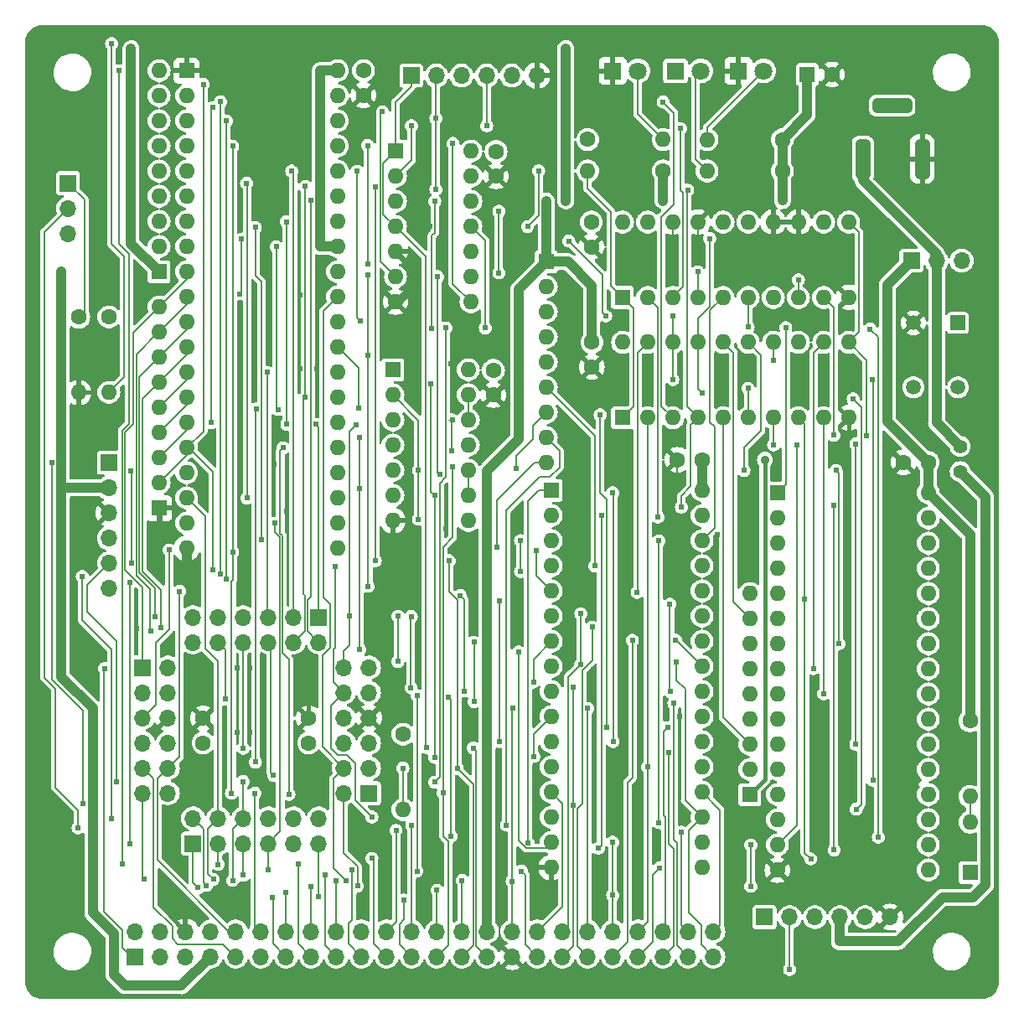
<source format=gbl>
%TF.GenerationSoftware,KiCad,Pcbnew,7.0.8*%
%TF.CreationDate,2023-12-27T09:13:38+09:00*%
%TF.ProjectId,8088_RAM,38303838-5f52-4414-9d2e-6b696361645f,1.5*%
%TF.SameCoordinates,PX4c4b400PY8a48640*%
%TF.FileFunction,Copper,L2,Bot*%
%TF.FilePolarity,Positive*%
%FSLAX46Y46*%
G04 Gerber Fmt 4.6, Leading zero omitted, Abs format (unit mm)*
G04 Created by KiCad (PCBNEW 7.0.8) date 2023-12-27 09:13:38*
%MOMM*%
%LPD*%
G01*
G04 APERTURE LIST*
G04 Aperture macros list*
%AMRoundRect*
0 Rectangle with rounded corners*
0 $1 Rounding radius*
0 $2 $3 $4 $5 $6 $7 $8 $9 X,Y pos of 4 corners*
0 Add a 4 corners polygon primitive as box body*
4,1,4,$2,$3,$4,$5,$6,$7,$8,$9,$2,$3,0*
0 Add four circle primitives for the rounded corners*
1,1,$1+$1,$2,$3*
1,1,$1+$1,$4,$5*
1,1,$1+$1,$6,$7*
1,1,$1+$1,$8,$9*
0 Add four rect primitives between the rounded corners*
20,1,$1+$1,$2,$3,$4,$5,0*
20,1,$1+$1,$4,$5,$6,$7,0*
20,1,$1+$1,$6,$7,$8,$9,0*
20,1,$1+$1,$8,$9,$2,$3,0*%
G04 Aperture macros list end*
%TA.AperFunction,ComponentPad*%
%ADD10R,1.600000X1.600000*%
%TD*%
%TA.AperFunction,ComponentPad*%
%ADD11O,1.600000X1.600000*%
%TD*%
%TA.AperFunction,ComponentPad*%
%ADD12R,1.500000X1.500000*%
%TD*%
%TA.AperFunction,ComponentPad*%
%ADD13C,1.500000*%
%TD*%
%TA.AperFunction,ComponentPad*%
%ADD14C,1.600000*%
%TD*%
%TA.AperFunction,ComponentPad*%
%ADD15R,1.700000X1.700000*%
%TD*%
%TA.AperFunction,ComponentPad*%
%ADD16O,1.700000X1.700000*%
%TD*%
%TA.AperFunction,ComponentPad*%
%ADD17R,1.800000X1.800000*%
%TD*%
%TA.AperFunction,ComponentPad*%
%ADD18C,1.800000*%
%TD*%
%TA.AperFunction,ComponentPad*%
%ADD19RoundRect,0.375000X0.375000X1.625000X-0.375000X1.625000X-0.375000X-1.625000X0.375000X-1.625000X0*%
%TD*%
%TA.AperFunction,ComponentPad*%
%ADD20RoundRect,0.375000X-1.625000X0.375000X-1.625000X-0.375000X1.625000X-0.375000X1.625000X0.375000X0*%
%TD*%
%TA.AperFunction,ComponentPad*%
%ADD21C,1.400000*%
%TD*%
%TA.AperFunction,ViaPad*%
%ADD22C,0.900000*%
%TD*%
%TA.AperFunction,ViaPad*%
%ADD23C,0.605000*%
%TD*%
%TA.AperFunction,Conductor*%
%ADD24C,1.000000*%
%TD*%
%TA.AperFunction,Conductor*%
%ADD25C,0.152400*%
%TD*%
%TA.AperFunction,Conductor*%
%ADD26C,0.400000*%
%TD*%
%TA.AperFunction,Conductor*%
%ADD27C,0.600000*%
%TD*%
G04 APERTURE END LIST*
D10*
X16620000Y94090000D03*
D11*
X16620000Y91550000D03*
X16620000Y89010000D03*
X16620000Y86470000D03*
X16620000Y83930000D03*
X16620000Y81390000D03*
X16620000Y78850000D03*
X16620000Y76310000D03*
X16620000Y73770000D03*
X16620000Y71230000D03*
X16620000Y68690000D03*
X16620000Y66150000D03*
X16620000Y63610000D03*
X16620000Y61070000D03*
X16620000Y58530000D03*
X16620000Y55990000D03*
X16620000Y53450000D03*
X16620000Y50910000D03*
X16620000Y48370000D03*
X16620000Y45830000D03*
X31860000Y45830000D03*
X31860000Y48370000D03*
X31860000Y50910000D03*
X31860000Y53450000D03*
X31860000Y55990000D03*
X31860000Y58530000D03*
X31860000Y61070000D03*
X31860000Y63610000D03*
X31860000Y66150000D03*
X31860000Y68690000D03*
X31860000Y71230000D03*
X31860000Y73770000D03*
X31860000Y76310000D03*
X31860000Y78850000D03*
X31860000Y81390000D03*
X31860000Y83930000D03*
X31860000Y86470000D03*
X31860000Y89010000D03*
X31860000Y91550000D03*
X31860000Y94090000D03*
D12*
X94550000Y68590000D03*
D13*
X94550000Y62090000D03*
X90050000Y68590000D03*
X90050000Y62090000D03*
D14*
X5710000Y69180000D03*
D11*
X5710000Y61560000D03*
D15*
X4640000Y82720000D03*
D16*
X4640000Y80180000D03*
X4640000Y77640000D03*
D17*
X72369400Y94062000D03*
D18*
X74909400Y94062000D03*
D15*
X17267000Y16000000D03*
D16*
X17267000Y18540000D03*
X19807000Y16000000D03*
X19807000Y18540000D03*
X22347000Y16000000D03*
X22347000Y18540000D03*
X24887000Y16000000D03*
X24887000Y18540000D03*
X27427000Y16000000D03*
X27427000Y18540000D03*
X29967000Y16000000D03*
X29967000Y18540000D03*
D10*
X13836000Y49894000D03*
D11*
X13836000Y52434000D03*
X13836000Y54974000D03*
X13836000Y57514000D03*
X13836000Y60054000D03*
X13836000Y62594000D03*
X13836000Y65134000D03*
X13836000Y67674000D03*
X13836000Y70214000D03*
D14*
X91545000Y54518000D03*
X89045000Y54518000D03*
D15*
X35047000Y21080000D03*
D16*
X32507000Y21080000D03*
X35047000Y23620000D03*
X32507000Y23620000D03*
X35047000Y26160000D03*
X32507000Y26160000D03*
X35047000Y28700000D03*
X32507000Y28700000D03*
X35047000Y31240000D03*
X32507000Y31240000D03*
X35047000Y33780000D03*
X32507000Y33780000D03*
D10*
X52952000Y74786000D03*
D11*
X52952000Y72246000D03*
X52952000Y69706000D03*
X52952000Y67166000D03*
X52952000Y64626000D03*
X52952000Y62086000D03*
X52952000Y59546000D03*
X52952000Y57006000D03*
X52952000Y54466000D03*
D14*
X8756000Y69198000D03*
D11*
X8756000Y61578000D03*
D14*
X34490000Y94090000D03*
X34490000Y91590000D03*
D15*
X8756000Y54466000D03*
D16*
X8756000Y51926000D03*
X8756000Y49386000D03*
X8756000Y46846000D03*
X8756000Y44306000D03*
X8756000Y41766000D03*
D10*
X60660000Y59020000D03*
D11*
X63200000Y59020000D03*
X65740000Y59020000D03*
X68280000Y59020000D03*
X70820000Y59020000D03*
X73360000Y59020000D03*
X75900000Y59020000D03*
X78440000Y59020000D03*
X80980000Y59020000D03*
X83520000Y59020000D03*
X83520000Y66640000D03*
X80980000Y66640000D03*
X78440000Y66640000D03*
X75900000Y66640000D03*
X73360000Y66640000D03*
X70820000Y66640000D03*
X68280000Y66640000D03*
X65740000Y66640000D03*
X63200000Y66640000D03*
X60660000Y66640000D03*
D15*
X75010000Y8560000D03*
D16*
X77550000Y8560000D03*
X80090000Y8560000D03*
X82630000Y8560000D03*
X85170000Y8560000D03*
X87710000Y8560000D03*
D10*
X73526000Y20938000D03*
D11*
X73526000Y23478000D03*
X73526000Y26018000D03*
X73526000Y28558000D03*
X73526000Y31098000D03*
X73526000Y33638000D03*
X73526000Y36178000D03*
X73526000Y38718000D03*
X73526000Y41258000D03*
D14*
X47618000Y63819000D03*
X47618000Y61319000D03*
X47882000Y85927000D03*
X47882000Y83427000D03*
X38474000Y27034000D03*
D11*
X38474000Y19414000D03*
D14*
X76825000Y87120000D03*
D11*
X69205000Y87120000D03*
D10*
X37458000Y63864000D03*
D11*
X37458000Y61324000D03*
X37458000Y58784000D03*
X37458000Y56244000D03*
X37458000Y53704000D03*
X37458000Y51164000D03*
X37458000Y48624000D03*
X45078000Y48624000D03*
X45078000Y51164000D03*
X45078000Y53704000D03*
X45078000Y56244000D03*
X45078000Y58784000D03*
X45078000Y61324000D03*
X45078000Y63864000D03*
D15*
X29967000Y38860000D03*
D16*
X29967000Y36320000D03*
X27427000Y38860000D03*
X27427000Y36320000D03*
X24887000Y38860000D03*
X24887000Y36320000D03*
X22347000Y38860000D03*
X22347000Y36320000D03*
X19807000Y38860000D03*
X19807000Y36320000D03*
X17267000Y38860000D03*
X17267000Y36320000D03*
D19*
X90940000Y85170000D03*
X84940000Y85170000D03*
D20*
X87890000Y90570000D03*
D10*
X76315000Y51418000D03*
D11*
X76315000Y48878000D03*
X76315000Y46338000D03*
X76315000Y43798000D03*
X76315000Y41258000D03*
X76315000Y38718000D03*
X76315000Y36178000D03*
X76315000Y33638000D03*
X76315000Y31098000D03*
X76315000Y28558000D03*
X76315000Y26018000D03*
X76315000Y23478000D03*
X76315000Y20938000D03*
X76315000Y18398000D03*
X76315000Y15858000D03*
X76315000Y13318000D03*
X91555000Y13318000D03*
X91555000Y15858000D03*
X91555000Y18398000D03*
X91555000Y20938000D03*
X91555000Y23478000D03*
X91555000Y26018000D03*
X91555000Y28558000D03*
X91555000Y31098000D03*
X91555000Y33638000D03*
X91555000Y36178000D03*
X91555000Y38718000D03*
X91555000Y41258000D03*
X91555000Y43798000D03*
X91555000Y46338000D03*
X91555000Y48878000D03*
X91555000Y51418000D03*
D14*
X57510000Y78780000D03*
X57510000Y76280000D03*
D15*
X39308400Y93590000D03*
D16*
X41848400Y93590000D03*
X44388400Y93590000D03*
X46928400Y93590000D03*
X49468400Y93590000D03*
X52008400Y93590000D03*
D10*
X37722000Y85967000D03*
D11*
X37722000Y83427000D03*
X37722000Y80887000D03*
X37722000Y78347000D03*
X37722000Y75807000D03*
X37722000Y73267000D03*
X37722000Y70727000D03*
X45342000Y70727000D03*
X45342000Y73267000D03*
X45342000Y75807000D03*
X45342000Y78347000D03*
X45342000Y80887000D03*
X45342000Y83427000D03*
X45342000Y85967000D03*
D17*
X59669400Y94062000D03*
D18*
X62209400Y94062000D03*
D14*
X76825000Y83945000D03*
D11*
X69205000Y83945000D03*
D21*
X94780000Y56110000D03*
X94780000Y53570000D03*
D14*
X28951000Y26160000D03*
X28951000Y28660000D03*
X95770000Y28380000D03*
D11*
X95770000Y20760000D03*
D14*
X68700000Y54762000D03*
X66200000Y54762000D03*
X64760000Y83960000D03*
D11*
X57140000Y83960000D03*
D10*
X53455000Y51672000D03*
D11*
X53455000Y49132000D03*
X53455000Y46592000D03*
X53455000Y44052000D03*
X53455000Y41512000D03*
X53455000Y38972000D03*
X53455000Y36432000D03*
X53455000Y33892000D03*
X53455000Y31352000D03*
X53455000Y28812000D03*
X53455000Y26272000D03*
X53455000Y23732000D03*
X53455000Y21192000D03*
X53455000Y18652000D03*
X53455000Y16112000D03*
X53455000Y13572000D03*
X68695000Y13572000D03*
X68695000Y16112000D03*
X68695000Y18652000D03*
X68695000Y21192000D03*
X68695000Y23732000D03*
X68695000Y26272000D03*
X68695000Y28812000D03*
X68695000Y31352000D03*
X68695000Y33892000D03*
X68695000Y36432000D03*
X68695000Y38972000D03*
X68695000Y41512000D03*
X68695000Y44052000D03*
X68695000Y46592000D03*
X68695000Y49132000D03*
X68695000Y51672000D03*
D17*
X66019400Y94062000D03*
D18*
X68559400Y94062000D03*
D14*
X57140000Y87130000D03*
D11*
X64760000Y87130000D03*
D14*
X57560000Y66640000D03*
X57560000Y64140000D03*
D10*
X79330000Y93690000D03*
D14*
X81830000Y93690000D03*
D10*
X95770000Y13060000D03*
D11*
X95770000Y18140000D03*
D15*
X12187000Y33780000D03*
D16*
X14727000Y33780000D03*
X12187000Y31240000D03*
X14727000Y31240000D03*
X12187000Y28700000D03*
X14727000Y28700000D03*
X12187000Y26160000D03*
X14727000Y26160000D03*
X12187000Y23620000D03*
X14727000Y23620000D03*
X12187000Y21080000D03*
X14727000Y21080000D03*
D10*
X60650000Y71170000D03*
D11*
X63190000Y71170000D03*
X65730000Y71170000D03*
X68270000Y71170000D03*
X70810000Y71170000D03*
X73350000Y71170000D03*
X75890000Y71170000D03*
X78430000Y71170000D03*
X80970000Y71170000D03*
X83510000Y71170000D03*
X83510000Y78790000D03*
X80970000Y78790000D03*
X78430000Y78790000D03*
X75890000Y78790000D03*
X73350000Y78790000D03*
X70810000Y78790000D03*
X68270000Y78790000D03*
X65730000Y78790000D03*
X63190000Y78790000D03*
X60650000Y78790000D03*
D15*
X89840000Y74890000D03*
D16*
X92380000Y74890000D03*
X94920000Y74890000D03*
D10*
X13836000Y73770000D03*
D11*
X13836000Y76310000D03*
X13836000Y78850000D03*
X13836000Y81390000D03*
X13836000Y83930000D03*
X13836000Y86470000D03*
X13836000Y89010000D03*
X13836000Y91550000D03*
X13836000Y94090000D03*
D14*
X18283000Y26160000D03*
X18283000Y28660000D03*
D15*
X11420000Y4570000D03*
D16*
X11420000Y7110000D03*
X13960000Y4570000D03*
X13960000Y7110000D03*
X16500000Y4570000D03*
X16500000Y7110000D03*
X19040000Y4570000D03*
X19040000Y7110000D03*
X21580000Y4570000D03*
X21580000Y7110000D03*
X24120000Y4570000D03*
X24120000Y7110000D03*
X26660000Y4570000D03*
X26660000Y7110000D03*
X29200000Y4570000D03*
X29200000Y7110000D03*
X31740000Y4570000D03*
X31740000Y7110000D03*
X34280000Y4570000D03*
X34280000Y7110000D03*
X36820000Y4570000D03*
X36820000Y7110000D03*
X39360000Y4570000D03*
X39360000Y7110000D03*
X41900000Y4570000D03*
X41900000Y7110000D03*
X44440000Y4570000D03*
X44440000Y7110000D03*
X46980000Y4570000D03*
X46980000Y7110000D03*
X49520000Y4570000D03*
X49520000Y7110000D03*
X52060000Y4570000D03*
X52060000Y7110000D03*
X54600000Y4570000D03*
X54600000Y7110000D03*
X57140000Y4570000D03*
X57140000Y7110000D03*
X59680000Y4570000D03*
X59680000Y7110000D03*
X62220000Y4570000D03*
X62220000Y7110000D03*
X64760000Y4570000D03*
X64760000Y7110000D03*
X67300000Y4570000D03*
X67300000Y7110000D03*
X69840000Y4570000D03*
X69840000Y7110000D03*
D22*
X75050000Y54762000D03*
X46980000Y27030000D03*
X64760000Y80940000D03*
X54910000Y85930000D03*
X54910000Y96320000D03*
X52970000Y80940000D03*
X7124900Y26200000D03*
X87390000Y58673016D03*
X76830000Y80940000D03*
X11000000Y96320000D03*
X54910000Y80940000D03*
X3980000Y73780000D03*
X50160000Y63820000D03*
D23*
X63020000Y84140000D03*
X56070000Y50780000D03*
X39230000Y51200000D03*
X19240000Y1030000D03*
X94800000Y84280000D03*
X18450000Y50560000D03*
X41154000Y78400000D03*
X81270000Y83920000D03*
X80480000Y21130000D03*
X55100000Y58360000D03*
X83320000Y21480000D03*
X80830000Y3070000D03*
X21990000Y59210000D03*
X66360000Y44720000D03*
X50050000Y40950000D03*
X57560000Y31460000D03*
X44920000Y28720000D03*
X62470000Y31340000D03*
X63810000Y1150000D03*
X13836004Y47736000D03*
X83860000Y64220000D03*
X20370000Y94400000D03*
X39200000Y47840000D03*
X80860000Y28140000D03*
X87870000Y95890000D03*
X25410000Y54280000D03*
X84720000Y15450000D03*
X38110000Y1100000D03*
X21990000Y54890000D03*
X62020000Y75600000D03*
X11570000Y37730000D03*
X29170000Y21560000D03*
X40590000Y85390000D03*
X63300000Y63580000D03*
X60830000Y60820000D03*
X29800000Y63980000D03*
X21990000Y65470000D03*
X28030000Y63960000D03*
X88930000Y18480000D03*
X96840000Y8920000D03*
X37750000Y28760000D03*
X83160000Y33700000D03*
X23890000Y22560000D03*
X50000000Y36670000D03*
X55850000Y46630000D03*
X78820000Y69150000D03*
X30440000Y1150000D03*
X24600000Y75670000D03*
X90350000Y11000000D03*
X54990000Y78870000D03*
X25170000Y82540000D03*
X73460000Y44870000D03*
X30110000Y71220000D03*
X23500000Y71370000D03*
X65760000Y60920000D03*
X83410000Y23990000D03*
X66400000Y28800000D03*
X88900000Y36090000D03*
X78290000Y64540000D03*
X20440000Y9600000D03*
X96430000Y59000000D03*
X63160000Y60810000D03*
X16680000Y43830000D03*
X61460000Y46530000D03*
X88800000Y43800000D03*
X68360000Y75810000D03*
X45780000Y1270000D03*
X5230000Y87390000D03*
X57730000Y33560000D03*
X6020000Y57900000D03*
X59610000Y22560000D03*
X82410000Y74510000D03*
X24810000Y21460000D03*
X39530000Y72090000D03*
X56070000Y52350000D03*
X93450000Y30160000D03*
X55820000Y44070000D03*
X43446480Y62705800D03*
X43342200Y64513458D03*
X88740000Y23970000D03*
X25090000Y79890000D03*
X57750000Y26480000D03*
X41190000Y16700000D03*
X73960000Y75560000D03*
X88720000Y21150000D03*
X62360000Y18630000D03*
X39090000Y57520000D03*
X82160000Y89110000D03*
X89440000Y71670000D03*
X66250000Y48880000D03*
X59810000Y18700000D03*
X72030000Y15590000D03*
X43170000Y70680000D03*
X74450000Y89820000D03*
X48230000Y10980000D03*
X68770000Y89530000D03*
X56170000Y48510000D03*
X40650000Y10160000D03*
X27620000Y86590000D03*
X47420000Y75790000D03*
X51930000Y19980000D03*
X51770000Y23740000D03*
X93630000Y46320000D03*
X28030000Y71400000D03*
X93630000Y38510000D03*
X44200000Y21910000D03*
X23500000Y65570000D03*
X42720000Y85390000D03*
X34740000Y16650000D03*
X24370000Y31860000D03*
X17040000Y23250000D03*
X14900000Y35680000D03*
X65640000Y75780000D03*
X62400000Y28530000D03*
X34340000Y9610000D03*
X6530000Y47240000D03*
X49620000Y44920000D03*
X81230000Y64390000D03*
X73170000Y47190000D03*
X70800000Y63860000D03*
X65470000Y52140000D03*
X37460000Y45230000D03*
X88500000Y31140000D03*
X70240000Y47170000D03*
X58320000Y13572000D03*
X50020000Y48540000D03*
X81330000Y13318000D03*
X57820000Y18730000D03*
X88730000Y38470000D03*
X42840000Y47790000D03*
X71930000Y1170000D03*
X53680000Y1030000D03*
X1490000Y47420000D03*
X45130000Y45220000D03*
X22390000Y49270000D03*
X70820000Y26640000D03*
X20410000Y27010000D03*
X27620000Y94330000D03*
X88340000Y28330000D03*
X73390000Y48990000D03*
X73420000Y4870000D03*
X83330000Y38400000D03*
X73410000Y17860000D03*
X83240000Y57170000D03*
X23570000Y88680000D03*
X43710000Y10800000D03*
X88870000Y33340000D03*
X62430000Y33720000D03*
X22340000Y46640000D03*
X16690000Y30360000D03*
X14730000Y15030000D03*
X14950000Y10760000D03*
X22990000Y27190000D03*
X88980000Y2100000D03*
X83370000Y47560000D03*
X70890000Y23660000D03*
X17310000Y41030000D03*
X84670000Y18120000D03*
X5120000Y10440000D03*
X42020000Y75800000D03*
X47410000Y57100000D03*
X45870000Y67210000D03*
X26720000Y49540000D03*
X50450000Y80120000D03*
X39730000Y61450000D03*
X65170000Y28820000D03*
X55560000Y71020000D03*
X45060000Y24210000D03*
X22960000Y33720000D03*
X30460000Y23800000D03*
X80640000Y24770000D03*
X59620000Y53820000D03*
X88760000Y40990000D03*
X73670000Y63750000D03*
X36250000Y19290000D03*
X25200000Y78220000D03*
X7020000Y32570000D03*
X21750000Y33740000D03*
X51940000Y30470000D03*
X37850000Y67070000D03*
X55590000Y36500000D03*
X62430000Y26940000D03*
X95150000Y50790000D03*
X13850000Y45040000D03*
X39570000Y63170000D03*
X88510000Y51400000D03*
X83150000Y28280000D03*
X83010000Y30980000D03*
X48190000Y19770000D03*
X18910000Y55880000D03*
X48180000Y70720000D03*
X49530000Y75910000D03*
X93660000Y20080000D03*
X39680000Y64550000D03*
X6360000Y36720000D03*
X62150000Y13510000D03*
X86810000Y76290000D03*
X52440000Y10650000D03*
X24700000Y91170000D03*
X21740000Y27250000D03*
X50193001Y83427002D03*
X40520000Y81320000D03*
X95540000Y78280000D03*
X23080000Y85240000D03*
X44450000Y19360000D03*
X23460000Y62380000D03*
X55950000Y61230000D03*
X64210000Y15860000D03*
X66290000Y41850000D03*
X21960000Y62130000D03*
X96750000Y71890000D03*
X59540000Y24490000D03*
X88980000Y47670000D03*
X41220000Y20050000D03*
X24370000Y33490000D03*
X77070000Y10860000D03*
X24340000Y27180000D03*
X73320000Y51570000D03*
X21960000Y68940000D03*
X72389998Y13318000D03*
X76940000Y92300000D03*
X66390000Y43450000D03*
X83330000Y43660000D03*
X90470000Y58320000D03*
X51830000Y28430000D03*
X62110000Y15790000D03*
X48220000Y23910000D03*
X62260000Y20970000D03*
X28529990Y33490000D03*
X45570000Y41170000D03*
X66710000Y18570000D03*
X36400000Y57530000D03*
X85740000Y71120000D03*
X49500000Y12190000D03*
X49540000Y29720000D03*
X65750000Y69330000D03*
X85860600Y62870000D03*
X58960000Y69310000D03*
X65740000Y62870000D03*
X8330000Y33670000D03*
X55240000Y76860000D03*
X85970000Y22384800D03*
X79930000Y33650000D03*
X82240000Y53690000D03*
X82520000Y36180000D03*
X51650600Y32300000D03*
X72930000Y53700000D03*
X39280000Y31730000D03*
X39310000Y38930000D03*
X14840000Y45660000D03*
X51950000Y45630000D03*
X62130000Y41380000D03*
X49940000Y53880000D03*
X41270000Y62420000D03*
X41660000Y24710000D03*
X41660000Y51170000D03*
X23570000Y24230000D03*
X33970000Y60010000D03*
X23650000Y59920000D03*
X57840000Y44050000D03*
X34970000Y73430000D03*
X65480000Y31350000D03*
X15910000Y41470000D03*
X34970000Y65360000D03*
X65450000Y40170000D03*
X34950000Y41980000D03*
X12340000Y12430000D03*
X85291700Y57230000D03*
X26360000Y55990000D03*
X26960000Y20970000D03*
X23520000Y21080000D03*
X21270000Y45440000D03*
X21270000Y86450000D03*
X21150000Y21080000D03*
X9030000Y96820000D03*
X6170000Y20006056D03*
X3010000Y54470000D03*
X33349400Y13380500D03*
X25490000Y48350000D03*
X24890000Y13359400D03*
X42200000Y53270000D03*
X22330000Y22260000D03*
X9540000Y22260000D03*
X11018900Y44310000D03*
X11000000Y53610000D03*
X41980000Y73270000D03*
X21260000Y12260000D03*
X31740000Y12260000D03*
X39360000Y17860600D03*
X82000000Y57260000D03*
X48930000Y17860600D03*
X29200000Y11660000D03*
X19310000Y12370000D03*
X5650000Y17580000D03*
X22340000Y12790600D03*
X30650000Y12790600D03*
X39890000Y30920000D03*
X39890600Y13210000D03*
X77540000Y3260000D03*
X50460000Y13210000D03*
X41660000Y22190000D03*
X46800003Y68090003D03*
X41910000Y11280000D03*
X52180000Y83960000D03*
X33880000Y11690000D03*
X42810000Y68090000D03*
X51060000Y78330000D03*
X51120000Y16050000D03*
X77150000Y68110000D03*
X29970000Y10640000D03*
X73350000Y68170000D03*
X38590000Y10280000D03*
X44650000Y31400000D03*
X44260000Y41060000D03*
X65850000Y30170000D03*
X80980000Y31110000D03*
X51700000Y24810000D03*
X65210000Y27710000D03*
X22340000Y25616656D03*
X58400000Y59310000D03*
X73350000Y61980000D03*
X59050000Y27710000D03*
X48200000Y26300000D03*
X65320000Y25200000D03*
X48190000Y40535800D03*
X63210000Y23730000D03*
X25395000Y22875000D03*
X84270000Y19460000D03*
X69470000Y77130000D03*
X21940000Y71530000D03*
X83960000Y60910000D03*
X68720000Y61520000D03*
X22170000Y77070000D03*
X12960000Y37450000D03*
X66070000Y34300000D03*
X13458900Y38890000D03*
X75900000Y64850000D03*
X86510000Y16640000D03*
X13980000Y37770000D03*
X20530000Y30600000D03*
X43350000Y16730000D03*
X43070600Y30770000D03*
X66620000Y17140000D03*
X85680000Y67990000D03*
X24750000Y63610000D03*
X64420000Y13550000D03*
X79070000Y40670000D03*
X79680000Y14440000D03*
X73620000Y15860000D03*
X59650000Y16120000D03*
X78290000Y56290000D03*
X28620000Y61080000D03*
X59660000Y10780000D03*
X50150000Y35340000D03*
X73620000Y11670000D03*
X75920000Y56280000D03*
X28620000Y82390000D03*
X67240000Y82020000D03*
X66610000Y49980000D03*
X34120000Y57010000D03*
X34120000Y35590000D03*
X41800000Y82090000D03*
X19100000Y58530000D03*
X41800000Y89270000D03*
X55690000Y31790000D03*
X34120000Y51820000D03*
X55680000Y19880000D03*
X19270000Y90350000D03*
X35340000Y18680000D03*
X19304615Y43621539D03*
X31620000Y44020600D03*
X18300000Y92700000D03*
X64760000Y90930000D03*
X37770000Y17330000D03*
X64340000Y18100000D03*
X64340000Y46580000D03*
X42540000Y21120000D03*
X43500000Y54090000D03*
X39330000Y88510000D03*
X46930000Y88510000D03*
X58230000Y15520000D03*
X58510000Y49132000D03*
X64240000Y48990000D03*
X35340000Y14500000D03*
X48160000Y73640000D03*
X78430000Y72950000D03*
X48160000Y79880000D03*
X34144999Y68815001D03*
X33840000Y83920000D03*
X34910000Y74570000D03*
X68270000Y73770000D03*
X34910000Y86530000D03*
X66510000Y88250000D03*
X40840000Y25680000D03*
X45590000Y25650000D03*
X44450000Y12260000D03*
X32690000Y12260000D03*
X43140000Y44570000D03*
X43960000Y23600000D03*
X38470000Y23610000D03*
X35670000Y44570000D03*
X35650000Y82380000D03*
X20050000Y90950000D03*
X9000000Y18540000D03*
X50350000Y43490000D03*
X50360000Y46610000D03*
X26660000Y11040000D03*
X6070000Y42980000D03*
X20050000Y43200000D03*
X18630000Y11760000D03*
X57140000Y29639400D03*
X29150600Y80980000D03*
X45650000Y30330000D03*
X45650000Y36330000D03*
X27230000Y83940000D03*
X61660000Y36540000D03*
X66040000Y36540000D03*
X26740000Y58350000D03*
X57590000Y37860000D03*
X29700000Y58350000D03*
X26680000Y78820000D03*
X37960000Y34380000D03*
X56410000Y34060000D03*
X37970000Y38970000D03*
X33105568Y38970000D03*
X25670000Y76300000D03*
X56440000Y39220000D03*
X25840000Y59840000D03*
X33740000Y58290000D03*
X10920000Y16000000D03*
X10920000Y42370000D03*
X17780000Y11520000D03*
X20650000Y89010000D03*
X20650000Y42730000D03*
X25240000Y10509400D03*
X82040000Y15340000D03*
X27870000Y13890000D03*
X9810000Y94090000D03*
X81980000Y50130000D03*
X19806996Y13880002D03*
X10080000Y13930000D03*
X36400000Y89920000D03*
X22700000Y50900000D03*
X22670000Y82710000D03*
X41690000Y80890000D03*
X41392000Y68070000D03*
X59700000Y26300000D03*
X59670000Y51430000D03*
X84230000Y26020000D03*
X43430000Y55710000D03*
X84230000Y56370000D03*
X43440000Y58790000D03*
X40040000Y53710000D03*
X40040000Y48770000D03*
X24180000Y46700000D03*
X47990000Y45970000D03*
X23560000Y78250000D03*
X43520000Y86730000D03*
D24*
X55154000Y74786000D02*
X57560000Y72380000D01*
X87390000Y58673000D02*
X91545000Y54518000D01*
X9250000Y6870000D02*
X9250000Y2740000D01*
X46980000Y27030000D02*
X46980000Y53660000D01*
X87390000Y72440000D02*
X87390000Y58673016D01*
X76825000Y83945000D02*
X76825000Y80945000D01*
X30130000Y76310000D02*
X30130000Y94090000D01*
X31870000Y76310000D02*
X30130000Y76310000D01*
X91545000Y51428000D02*
X91555000Y51418000D01*
X7124900Y29665100D02*
X3964900Y32825100D01*
X54910000Y80940000D02*
X54910000Y85930000D01*
D25*
X76825000Y80945000D02*
X76830000Y80940000D01*
D24*
X95770000Y47203000D02*
X95770000Y28380000D01*
X10370000Y1620000D02*
X16090000Y1620000D01*
X52952000Y74786000D02*
X55154000Y74786000D01*
X46980000Y53660000D02*
X50160000Y56840000D01*
X91545000Y54518000D02*
X91545000Y51428000D01*
X91555000Y51418000D02*
X95770000Y47203000D01*
X7124900Y26200000D02*
X7124900Y8995100D01*
X11000000Y76606000D02*
X13836000Y73770000D01*
D26*
X75050000Y22462000D02*
X75050000Y54762000D01*
D24*
X16090000Y1620000D02*
X19040000Y4570000D01*
X54910000Y85930000D02*
X54910000Y96320000D01*
X79330000Y93690000D02*
X79330000Y89625000D01*
X68700000Y51677000D02*
X68695000Y51672000D01*
X7124900Y8995100D02*
X9250000Y6870000D01*
X50160000Y56840000D02*
X50160000Y63820000D01*
X89840000Y74890000D02*
X87390000Y72440000D01*
X9250000Y2740000D02*
X10370000Y1620000D01*
X68700000Y54762000D02*
X68700000Y51677000D01*
X50160000Y71994000D02*
X52952000Y74786000D01*
D26*
X73526000Y20938000D02*
X75050000Y22462000D01*
D24*
X30130000Y94090000D02*
X31870000Y94090000D01*
X46980000Y7110000D02*
X46980000Y27030000D01*
X7124900Y26200000D02*
X7124900Y29665100D01*
X50160000Y63820000D02*
X50160000Y71994000D01*
X11000000Y96320000D02*
X11000000Y76606000D01*
X64760000Y80940000D02*
X64760000Y83960000D01*
X76825000Y87120000D02*
X76825000Y83945000D01*
X79330000Y89625000D02*
X76825000Y87120000D01*
X3964900Y32825100D02*
X3964900Y73764900D01*
X8756000Y51926000D02*
X3988900Y51926000D01*
X57560000Y72380000D02*
X57560000Y66640000D01*
X52952000Y74786000D02*
X52952000Y80922000D01*
D25*
X68270000Y75900000D02*
X68360000Y75810000D01*
D27*
X38167000Y70727000D02*
X37722000Y70727000D01*
D25*
X49520000Y4570000D02*
X48230000Y5860000D01*
D27*
X13836000Y49894000D02*
X13836000Y47736004D01*
D26*
X28951000Y33068990D02*
X28529990Y33490000D01*
D24*
X16620000Y45830000D02*
X16620000Y43890000D01*
D26*
X83520000Y57450000D02*
X83520000Y59020000D01*
X14950000Y8660000D02*
X14950000Y10760000D01*
X28951000Y28660000D02*
X28951000Y33068990D01*
D25*
X66200000Y54762000D02*
X66200000Y52870000D01*
X53455000Y11665000D02*
X52440000Y10650000D01*
D27*
X39530000Y72090000D02*
X38167000Y70727000D01*
X37722000Y75807000D02*
X39530000Y73999000D01*
D25*
X65730000Y75870000D02*
X65640000Y75780000D01*
D27*
X13850000Y45040000D02*
X13850000Y47722004D01*
D25*
X53455000Y13572000D02*
X53455000Y11665000D01*
X65730000Y78790000D02*
X65730000Y75870000D01*
D26*
X37458000Y45228000D02*
X37460000Y45230000D01*
X37460000Y45230000D02*
X37458000Y45232000D01*
X37458000Y45232000D02*
X37458000Y48624000D01*
D25*
X66200000Y52870000D02*
X65470000Y52140000D01*
D26*
X16500000Y7110000D02*
X14950000Y8660000D01*
D27*
X39530000Y73999000D02*
X39530000Y72090000D01*
D26*
X83240000Y57170000D02*
X83520000Y57450000D01*
D25*
X68270000Y78790000D02*
X68270000Y75900000D01*
X48230000Y5860000D02*
X48230000Y10980000D01*
X69205000Y88357600D02*
X69205000Y87120000D01*
X74909400Y94062000D02*
X69205000Y88357600D01*
X49500000Y29680000D02*
X49540000Y29720000D01*
X49520000Y12170000D02*
X49520000Y7110000D01*
X49500000Y12190000D02*
X49520000Y12170000D01*
X95760000Y20750000D02*
X95770000Y20760000D01*
X49500000Y12190000D02*
X49500000Y29680000D01*
X95770000Y18140000D02*
X95770000Y20760000D01*
X55240000Y76860000D02*
X58620000Y73480000D01*
X11010000Y4570000D02*
X11420000Y4570000D01*
X16630000Y73008000D02*
X16630000Y73770000D01*
X8250000Y9110000D02*
X10130000Y7230000D01*
X85970000Y62760600D02*
X85860600Y62870000D01*
X13836000Y70214000D02*
X11240000Y67618000D01*
X8250000Y33590000D02*
X8250000Y9110000D01*
X13836000Y70214000D02*
X16630000Y73008000D01*
X65750000Y69330000D02*
X65740000Y69320000D01*
X58620000Y73480000D02*
X58620000Y69650000D01*
X85970000Y22384800D02*
X85970000Y62760600D01*
X12187000Y41854089D02*
X12187000Y33780000D01*
X10130000Y5450000D02*
X11010000Y4570000D01*
X65740000Y69320000D02*
X65740000Y66640000D01*
X11240000Y67618000D02*
X11240000Y58340000D01*
X10400000Y43641089D02*
X12187000Y41854089D01*
X58620000Y69650000D02*
X58960000Y69310000D01*
X65740000Y66640000D02*
X65740000Y62870000D01*
X10400000Y57500000D02*
X10400000Y43641089D01*
X10130000Y7230000D02*
X10130000Y5450000D01*
X11240000Y58340000D02*
X10400000Y57500000D01*
X8330000Y33670000D02*
X8250000Y33590000D01*
X80980000Y66640000D02*
X79941400Y65601400D01*
X79941400Y65601400D02*
X79941400Y33661400D01*
X79941400Y33661400D02*
X79930000Y33650000D01*
X74650000Y65350000D02*
X74650000Y57700000D01*
X51650600Y34627600D02*
X53455000Y36432000D01*
X73360000Y66640000D02*
X74650000Y65350000D01*
X74650000Y57700000D02*
X72930000Y55980000D01*
X82511100Y36188900D02*
X82520000Y36180000D01*
X82511100Y53418900D02*
X82511100Y36188900D01*
X51650600Y32300000D02*
X51650600Y34627600D01*
X82240000Y53690000D02*
X82511100Y53418900D01*
X72930000Y55980000D02*
X72930000Y53700000D01*
X39280000Y38900000D02*
X39310000Y38930000D01*
X71848600Y40395400D02*
X73526000Y38718000D01*
X39280000Y31730000D02*
X39280000Y38900000D01*
X71848600Y65611400D02*
X71848600Y40395400D01*
X70820000Y66640000D02*
X71848600Y65611400D01*
X13471100Y36241100D02*
X14840000Y37610000D01*
X51950000Y45630000D02*
X51950000Y43017000D01*
X62171400Y41421400D02*
X62130000Y41380000D01*
X63200000Y66640000D02*
X62171400Y65611400D01*
X51950000Y43017000D02*
X53455000Y41512000D01*
X14840000Y37610000D02*
X14840000Y45660000D01*
X13471100Y29984100D02*
X13471100Y36241100D01*
X62171400Y65611400D02*
X62171400Y41421400D01*
X12187000Y28700000D02*
X13471100Y29984100D01*
X51620000Y56850000D02*
X51620000Y58214000D01*
X41660000Y24710000D02*
X41660000Y51170000D01*
X49940000Y55170000D02*
X51620000Y56850000D01*
X51620000Y58214000D02*
X52952000Y59546000D01*
X41660000Y51170000D02*
X41270000Y51560000D01*
X45078000Y51164000D02*
X45078000Y53704000D01*
X41270000Y51560000D02*
X41270000Y62420000D01*
X49940000Y53880000D02*
X49940000Y55170000D01*
X20310000Y5840000D02*
X21580000Y4570000D01*
X33970000Y64050000D02*
X33970000Y60010000D01*
X23610000Y59880000D02*
X23650000Y59920000D01*
X23610000Y24270000D02*
X23610000Y59880000D01*
X13265600Y22541400D02*
X13265600Y9564400D01*
X15190000Y7640000D02*
X15190000Y6380000D01*
X13265600Y9564400D02*
X15190000Y7640000D01*
X57840000Y44050000D02*
X57840000Y57198000D01*
X15190000Y6380000D02*
X15730000Y5840000D01*
X31870000Y66150000D02*
X33970000Y64050000D01*
X57840000Y57198000D02*
X52952000Y62086000D01*
X12187000Y23620000D02*
X13265600Y22541400D01*
X23570000Y24230000D02*
X23610000Y24270000D01*
X15730000Y5840000D02*
X20310000Y5840000D01*
X13648400Y14331600D02*
X13648400Y22541400D01*
X20870000Y7110000D02*
X13648400Y14331600D01*
X21580000Y7110000D02*
X20870000Y7110000D01*
X15910000Y24803000D02*
X14727000Y23620000D01*
X13648400Y22541400D02*
X14727000Y23620000D01*
X34970000Y65360000D02*
X34970000Y42000000D01*
X15910000Y41470000D02*
X15910000Y24803000D01*
X34970000Y42000000D02*
X34950000Y41980000D01*
X34970000Y73430000D02*
X34970000Y65360000D01*
X65450000Y40170000D02*
X65450000Y31380000D01*
X65450000Y31380000D02*
X65480000Y31350000D01*
X26960000Y20970000D02*
X26990000Y21000000D01*
X85291700Y57230000D02*
X85330000Y57268300D01*
X85330000Y64830000D02*
X83520000Y66640000D01*
X84538600Y77761400D02*
X83510000Y78790000D01*
X85330000Y57268300D02*
X85330000Y64830000D01*
X83520000Y66640000D02*
X84538600Y67658600D01*
X26990000Y34560000D02*
X26304800Y35245200D01*
X26990000Y21000000D02*
X26990000Y34560000D01*
X12187000Y12583000D02*
X12340000Y12430000D01*
X84538600Y67658600D02*
X84538600Y77761400D01*
X26080000Y47311052D02*
X26080000Y55710000D01*
X26080000Y55710000D02*
X26348400Y55978400D01*
X26304800Y47086252D02*
X26080000Y47311052D01*
X12187000Y21080000D02*
X12187000Y12583000D01*
X26304800Y35245200D02*
X26304800Y47086252D01*
X21170000Y21100000D02*
X21170000Y42498911D01*
X23521432Y21078568D02*
X23520000Y21080000D01*
X24120000Y7110000D02*
X23521432Y7708568D01*
X21270000Y42598911D02*
X21270000Y45440000D01*
X21170000Y42498911D02*
X21270000Y42598911D01*
X21270000Y45440000D02*
X21270000Y86450000D01*
X23521432Y7708568D02*
X23521432Y21078568D01*
D24*
X92380000Y74890000D02*
X92380000Y58510000D01*
X84940000Y83000000D02*
X92380000Y75560000D01*
X92380000Y58510000D02*
X94780000Y56110000D01*
X84940000Y85170000D02*
X84940000Y83000000D01*
X92380000Y75560000D02*
X92380000Y74890000D01*
D25*
X9030000Y96820000D02*
X9030000Y76580000D01*
X9030000Y76580000D02*
X10280000Y75330000D01*
X6170000Y20006056D02*
X6170000Y29410000D01*
X3010000Y32570000D02*
X3010000Y54470000D01*
X6170000Y29410000D02*
X3010000Y32570000D01*
X10280000Y63102000D02*
X8756000Y61578000D01*
X10280000Y75330000D02*
X10280000Y63102000D01*
X33349400Y13380500D02*
X33349400Y8269400D01*
X26000000Y46960000D02*
X26000000Y35118948D01*
X25490000Y47470000D02*
X26000000Y46960000D01*
X32970000Y7890000D02*
X32970000Y5880000D01*
X26080000Y35038948D02*
X26080000Y17193000D01*
X32970000Y5880000D02*
X34280000Y4570000D01*
X26080000Y17193000D02*
X24887000Y16000000D01*
X24887000Y13362400D02*
X24890000Y13359400D01*
X26000000Y35118948D02*
X26080000Y35038948D01*
X25490000Y48350000D02*
X25490000Y47470000D01*
X33349400Y8269400D02*
X32970000Y7890000D01*
X24887000Y16000000D02*
X24887000Y13362400D01*
X22347000Y22243000D02*
X22347000Y18540000D01*
X11020000Y53590000D02*
X11020000Y44311100D01*
X6580000Y39430000D02*
X9540000Y36470000D01*
X41980000Y53490000D02*
X42200000Y53270000D01*
X22330000Y22260000D02*
X22347000Y22243000D01*
X11020000Y44311100D02*
X11018900Y44310000D01*
X11000000Y53610000D02*
X11020000Y53590000D01*
X22347000Y18540000D02*
X21260000Y17453000D01*
X9540000Y36470000D02*
X9540000Y22260000D01*
X8756000Y44306000D02*
X6580000Y42130000D01*
X21260000Y17453000D02*
X21260000Y12260000D01*
X31740000Y12260000D02*
X31740000Y7110000D01*
X6580000Y42130000D02*
X6580000Y39430000D01*
X41980000Y73270000D02*
X41980000Y53490000D01*
X52302396Y53040000D02*
X53330000Y53040000D01*
X80970000Y71170000D02*
X82008600Y70131400D01*
X45078000Y58784000D02*
X45078000Y61324000D01*
X54280000Y53990000D02*
X54280000Y55678000D01*
X48930000Y49667604D02*
X52302396Y53040000D01*
X82008600Y70131400D02*
X82008600Y57268600D01*
X39360000Y7110000D02*
X39360000Y17860600D01*
X82008600Y57268600D02*
X82000000Y57260000D01*
X48930000Y17860600D02*
X48930000Y49667604D01*
X54280000Y55678000D02*
X52952000Y57006000D01*
X53330000Y53040000D02*
X54280000Y53990000D01*
X19807000Y34393000D02*
X18500000Y35700000D01*
X19807000Y18540000D02*
X19807000Y34393000D01*
X19310000Y12370000D02*
X18728400Y12951600D01*
X18500000Y35700000D02*
X18500000Y49040000D01*
X29200000Y11660000D02*
X29200000Y7110000D01*
X18500000Y49040000D02*
X16630000Y50910000D01*
X18728400Y12951600D02*
X18728400Y17461400D01*
X18728400Y17461400D02*
X19807000Y18540000D01*
X30570000Y12710600D02*
X30650000Y12790600D01*
X22945568Y15401432D02*
X22347000Y16000000D01*
X3360000Y31650000D02*
X2253800Y32756200D01*
X2253800Y32756200D02*
X2253800Y77793800D01*
X2253800Y77793800D02*
X4640000Y80180000D01*
X30570000Y5740000D02*
X30570000Y12710600D01*
X22340000Y12790600D02*
X22347000Y12797600D01*
X31740000Y4570000D02*
X30570000Y5740000D01*
X5650000Y17580000D02*
X5650000Y19380000D01*
X3360000Y21670000D02*
X3360000Y31650000D01*
X22347000Y12797600D02*
X22347000Y16000000D01*
X5650000Y19380000D02*
X3360000Y21670000D01*
X82630000Y6160000D02*
X82570000Y6100000D01*
D24*
X92970000Y10560000D02*
X96092634Y10560000D01*
X97342400Y11809766D02*
X97342400Y51007600D01*
X97342400Y51007600D02*
X94780000Y53570000D01*
X82570000Y6100000D02*
X88510000Y6100000D01*
X82630000Y8560000D02*
X82630000Y6160000D01*
X88510000Y6100000D02*
X92970000Y10560000D01*
X96092634Y10560000D02*
X97342400Y11809766D01*
D25*
X77550000Y8560000D02*
X77550000Y3270000D01*
X50850000Y12820000D02*
X50850000Y5780000D01*
X77550000Y3270000D02*
X77540000Y3260000D01*
X39891100Y13210500D02*
X39890600Y13210000D01*
X50460000Y13210000D02*
X50850000Y12820000D01*
X39891100Y30918900D02*
X39891100Y13210500D01*
X50850000Y5780000D02*
X52060000Y4570000D01*
X39890000Y30920000D02*
X39891100Y30918900D01*
X52180000Y83960000D02*
X52180000Y79450000D01*
X41910000Y11280000D02*
X41900000Y11270000D01*
X52180000Y79450000D02*
X51060000Y78330000D01*
X33880500Y13669500D02*
X32507000Y15043000D01*
X42811100Y53010011D02*
X42811100Y67468900D01*
X42811100Y67468900D02*
X42810000Y67470000D01*
X61790000Y70030000D02*
X61790000Y60150000D01*
X32507000Y15043000D02*
X32507000Y21080000D01*
X42810000Y67470000D02*
X42810000Y68090000D01*
X33880000Y11690000D02*
X33880000Y12519000D01*
X41900000Y11270000D02*
X41900000Y7110000D01*
X33880000Y12519000D02*
X33880500Y12519500D01*
X60650000Y71170000D02*
X61790000Y70030000D01*
X60650000Y71170000D02*
X59480000Y72340000D01*
X33880500Y12519500D02*
X33880500Y13669500D01*
X59480000Y72340000D02*
X59480000Y79820000D01*
X45342000Y78347000D02*
X46800003Y76888997D01*
X42191100Y22721100D02*
X42191100Y52390011D01*
X46800003Y76888997D02*
X46800003Y68090003D01*
X42191100Y52390011D02*
X42811100Y53010011D01*
X61790000Y60150000D02*
X60660000Y59020000D01*
X57140000Y82160000D02*
X57140000Y83960000D01*
X59480000Y79820000D02*
X57140000Y82160000D01*
X41660000Y22190000D02*
X42191100Y22721100D01*
X52242000Y51672000D02*
X53455000Y51672000D01*
X38590000Y10280000D02*
X38590000Y8310000D01*
X51120000Y16050000D02*
X51120000Y50550000D01*
X29967000Y16000000D02*
X29967000Y10643000D01*
X77150000Y52253000D02*
X77150000Y68110000D01*
X38590000Y8310000D02*
X38140000Y7860000D01*
X29967000Y10643000D02*
X29970000Y10640000D01*
X38140000Y7860000D02*
X38140000Y5790000D01*
X73350000Y71170000D02*
X73350000Y68170000D01*
X38140000Y5790000D02*
X39360000Y4570000D01*
X51120000Y50550000D02*
X52242000Y51672000D01*
X76315000Y51418000D02*
X77150000Y52253000D01*
X66143400Y5726600D02*
X66143400Y16070000D01*
X66143400Y16070000D02*
X65851100Y16362300D01*
X67300000Y4570000D02*
X66143400Y5726600D01*
X44650000Y40670000D02*
X44650000Y31400000D01*
X80980000Y59020000D02*
X80980000Y31110000D01*
X65851100Y16362300D02*
X65851100Y30168900D01*
X44260000Y41060000D02*
X44650000Y40670000D01*
X73360000Y59020000D02*
X73360000Y61970000D01*
X64788900Y27288900D02*
X65210000Y27710000D01*
X58380000Y51400000D02*
X59041100Y50738900D01*
X64951100Y7301100D02*
X64951100Y13769989D01*
X64951100Y13769989D02*
X64950000Y13771089D01*
X64788900Y18841100D02*
X64788900Y27288900D01*
X51700000Y27057000D02*
X53455000Y28812000D01*
X51700000Y24810000D02*
X51700000Y27057000D01*
X64950000Y18680000D02*
X64788900Y18841100D01*
X22340000Y25616656D02*
X22347000Y25623656D01*
X64950000Y13771089D02*
X64950000Y18680000D01*
X73360000Y61970000D02*
X73350000Y61980000D01*
X58400000Y59310000D02*
X58380000Y59290000D01*
X58380000Y59290000D02*
X58380000Y51400000D01*
X64760000Y7110000D02*
X64951100Y7301100D01*
X22347000Y25623656D02*
X22347000Y36320000D01*
X59041100Y50738900D02*
X59041100Y27718900D01*
X65838600Y15421400D02*
X65320000Y15940000D01*
X64760000Y4570000D02*
X65838600Y5648600D01*
X73526000Y26018000D02*
X70820000Y28724000D01*
X65838600Y5648600D02*
X65838600Y15421400D01*
X48190000Y40535800D02*
X48190000Y26310000D01*
X70820000Y28724000D02*
X70820000Y59020000D01*
X65320000Y15940000D02*
X65320000Y25200000D01*
X62220000Y7110000D02*
X63210000Y8100000D01*
X63210000Y8100000D02*
X63210000Y23730000D01*
X25120000Y36087000D02*
X24887000Y36320000D01*
X25395000Y22875000D02*
X25120000Y23150000D01*
X63200000Y59020000D02*
X63200000Y23740000D01*
X25120000Y23150000D02*
X25120000Y36087000D01*
X63200000Y23740000D02*
X63210000Y23730000D01*
X68720000Y61520000D02*
X68280000Y61960000D01*
X68280000Y61960000D02*
X68280000Y66640000D01*
X68280000Y66640000D02*
X68280000Y69071052D01*
X13804000Y67674000D02*
X13836000Y67674000D01*
X22170000Y71760000D02*
X21940000Y71530000D01*
X83960000Y60910000D02*
X84761100Y60108900D01*
X69840000Y7110000D02*
X70510000Y7780000D01*
X70510000Y19377000D02*
X68695000Y21192000D01*
X70510000Y7780000D02*
X70510000Y19377000D01*
X69470000Y70261052D02*
X69470000Y77130000D01*
X84761100Y60108900D02*
X84761100Y19951100D01*
X22170000Y77070000D02*
X22170000Y71760000D01*
X68280000Y69071052D02*
X69470000Y70261052D01*
X11550000Y43040000D02*
X11550000Y65420000D01*
X84761100Y19951100D02*
X84270000Y19460000D01*
X16630000Y70468000D02*
X16630000Y71230000D01*
X12900000Y37510000D02*
X12900000Y41690000D01*
X12960000Y37450000D02*
X12900000Y37510000D01*
X11550000Y65420000D02*
X13804000Y67674000D01*
X13836000Y67674000D02*
X16630000Y70468000D01*
X12900000Y41690000D02*
X11550000Y43040000D01*
X68620000Y5790000D02*
X69840000Y4570000D01*
X11854800Y43360000D02*
X13458900Y41755900D01*
X13458900Y41755900D02*
X13458900Y38890000D01*
X67380000Y17337000D02*
X67380000Y9030000D01*
X13836000Y65134000D02*
X16630000Y67928000D01*
X16630000Y67928000D02*
X16630000Y68690000D01*
X11854800Y63152800D02*
X11854800Y43360000D01*
X68620000Y7790000D02*
X68620000Y5790000D01*
X66980000Y20367000D02*
X68695000Y18652000D01*
X66070000Y32510000D02*
X66980000Y31600000D01*
X13836000Y65134000D02*
X11854800Y63152800D01*
X66070000Y34300000D02*
X66070000Y32510000D01*
X68695000Y18652000D02*
X67380000Y17337000D01*
X75900000Y66640000D02*
X75900000Y64850000D01*
X66980000Y31600000D02*
X66980000Y20367000D01*
X67380000Y9030000D02*
X68620000Y7790000D01*
X43320000Y16760000D02*
X43350000Y16730000D01*
X13836000Y62594000D02*
X16630000Y65388000D01*
X43070600Y30770000D02*
X43320000Y30520600D01*
X12180000Y43500000D02*
X13950000Y41730000D01*
X86501100Y67168900D02*
X86501100Y16648900D01*
X13990000Y41690000D02*
X13990000Y37780000D01*
X12180000Y60938000D02*
X12180000Y54370000D01*
X19807000Y36320000D02*
X20530000Y35597000D01*
X13950000Y41730000D02*
X13990000Y41690000D01*
X12180000Y54370000D02*
X12180000Y43500000D01*
X16630000Y65388000D02*
X16630000Y66150000D01*
X20530000Y35597000D02*
X20530000Y30600000D01*
X67300000Y7110000D02*
X66620000Y7790000D01*
X85680000Y67990000D02*
X86501100Y67168900D01*
X13836000Y62594000D02*
X12180000Y60938000D01*
X43320000Y30520600D02*
X43320000Y16760000D01*
X13990000Y37780000D02*
X13980000Y37770000D01*
X66620000Y7790000D02*
X66620000Y17140000D01*
X63681400Y12811400D02*
X64420000Y13550000D01*
X16630000Y62848000D02*
X16630000Y63610000D01*
X24750000Y63610000D02*
X24750000Y38997000D01*
X63681400Y6031400D02*
X63681400Y12811400D01*
X79070000Y58390000D02*
X78440000Y59020000D01*
X79080000Y40660000D02*
X79070000Y40670000D01*
X79070000Y40670000D02*
X79070000Y58390000D01*
X13836000Y60054000D02*
X16630000Y62848000D01*
X62220000Y4570000D02*
X63681400Y6031400D01*
X79080000Y15040000D02*
X79080000Y40660000D01*
X79680000Y14440000D02*
X79080000Y15040000D01*
X24750000Y38997000D02*
X24887000Y38860000D01*
X28450000Y60910000D02*
X28450000Y41210000D01*
X53455000Y16112000D02*
X52861900Y15518900D01*
X50150000Y16268911D02*
X50150000Y35340000D01*
X59660000Y16110000D02*
X59650000Y16120000D01*
X28555200Y37448200D02*
X27427000Y36320000D01*
X76315000Y15858000D02*
X78290000Y17833000D01*
X59660000Y10780000D02*
X59660000Y16110000D01*
X59660000Y10780000D02*
X59680000Y10760000D01*
X50900011Y15518900D02*
X50150000Y16268911D01*
X75900000Y56300000D02*
X75900000Y59020000D01*
X28620000Y61080000D02*
X28450000Y60910000D01*
X28555200Y41104800D02*
X28555200Y37448200D01*
X78290000Y17833000D02*
X78290000Y56290000D01*
X28450000Y41210000D02*
X28555200Y41104800D01*
X52861900Y15518900D02*
X50900011Y15518900D01*
X73620000Y15860000D02*
X73620000Y11670000D01*
X59680000Y10760000D02*
X59680000Y7110000D01*
X75920000Y56280000D02*
X75900000Y56300000D01*
X28620000Y82390000D02*
X28620000Y61080000D01*
X13836000Y57514000D02*
X16630000Y60308000D01*
X16630000Y60308000D02*
X16630000Y61070000D01*
X41800000Y89270000D02*
X41800000Y93541600D01*
X66610000Y51140000D02*
X66610000Y49980000D01*
X34120000Y35590000D02*
X34120000Y51820000D01*
X41800000Y82090000D02*
X41800000Y89270000D01*
X68280000Y59020000D02*
X67560000Y58300000D01*
X19100000Y58530000D02*
X19100000Y90180000D01*
X55680000Y5650000D02*
X55680000Y19880000D01*
X41800000Y93541600D02*
X41848400Y93590000D01*
X67170000Y81950000D02*
X67240000Y82020000D01*
X34120000Y51820000D02*
X34120000Y57010000D01*
X13836000Y54974000D02*
X16630000Y57768000D01*
X68280000Y59020000D02*
X67170000Y60130000D01*
X55680000Y31780000D02*
X55690000Y31790000D01*
X67560000Y52090000D02*
X66610000Y51140000D01*
X67560000Y58300000D02*
X67560000Y52090000D01*
X55680000Y19880000D02*
X55680000Y31780000D01*
X19100000Y90180000D02*
X19270000Y90350000D01*
X67170000Y60130000D02*
X67170000Y81950000D01*
X16630000Y57768000D02*
X16630000Y58530000D01*
X54600000Y4570000D02*
X55680000Y5650000D01*
X35040000Y18978052D02*
X35041948Y18978052D01*
X32507000Y31240000D02*
X31428400Y32318600D01*
X31428400Y35607348D02*
X31620000Y35798948D01*
X31170000Y25590000D02*
X31860000Y24900000D01*
X31428400Y32318600D02*
X31428400Y35607348D01*
X32507000Y31240000D02*
X31170000Y29903000D01*
X13836000Y52434000D02*
X16630000Y55228000D01*
X35041948Y18978052D02*
X35340000Y18680000D01*
X33630000Y20388052D02*
X35040000Y18978052D01*
X19304615Y43621539D02*
X19304615Y53525385D01*
X16840000Y55990000D02*
X16630000Y55990000D01*
X18300000Y92700000D02*
X18300000Y57660000D01*
X52060000Y7110000D02*
X54600000Y9650000D01*
X33630000Y24050000D02*
X33630000Y20388052D01*
X32780000Y24900000D02*
X33630000Y24050000D01*
X16630000Y55228000D02*
X16630000Y55990000D01*
X31170000Y29903000D02*
X31170000Y25590000D01*
X65860000Y89830000D02*
X64760000Y90930000D01*
X64570000Y60190000D02*
X64570000Y79300000D01*
X19304615Y53525385D02*
X16840000Y55990000D01*
X65740000Y59020000D02*
X64570000Y60190000D01*
X54600000Y20047000D02*
X53455000Y21192000D01*
X64570000Y79300000D02*
X65860000Y80590000D01*
X31860000Y24900000D02*
X32780000Y24900000D01*
X18300000Y57660000D02*
X16630000Y55990000D01*
X54600000Y9650000D02*
X54600000Y20047000D01*
X65860000Y80590000D02*
X65860000Y89830000D01*
X31620000Y35798948D02*
X31620000Y44020600D01*
X37770000Y17330000D02*
X37770000Y8060000D01*
X68695000Y46592000D02*
X70000000Y47897000D01*
X70000000Y47897000D02*
X70000000Y58090000D01*
X69510000Y58580000D02*
X69510000Y69870000D01*
X69510000Y69870000D02*
X70810000Y71170000D01*
X70000000Y58090000D02*
X69510000Y58580000D01*
X37770000Y8060000D02*
X36820000Y7110000D01*
X64340000Y18100000D02*
X64340000Y46580000D01*
X43080000Y16220000D02*
X42540000Y16760000D01*
X41900000Y4570000D02*
X43080000Y5750000D01*
X43500000Y46930000D02*
X43500000Y54090000D01*
X42540000Y45970000D02*
X43500000Y46930000D01*
X42540000Y21120000D02*
X42540000Y45970000D01*
X42540000Y16760000D02*
X42540000Y21120000D01*
X43080000Y5750000D02*
X43080000Y16220000D01*
X46928400Y93590000D02*
X46928400Y88511600D01*
X46928400Y88511600D02*
X46930000Y88510000D01*
X39330000Y88510000D02*
X39330000Y85035000D01*
X39330000Y85035000D02*
X37722000Y83427000D01*
X35520000Y14320000D02*
X35340000Y14500000D01*
X63190000Y71170000D02*
X64228600Y70131400D01*
X35520000Y5870000D02*
X35520000Y14320000D01*
X58230000Y15520000D02*
X58510000Y15800000D01*
X58510000Y15800000D02*
X58510000Y49132000D01*
X36820000Y4570000D02*
X35520000Y5870000D01*
X64228600Y70131400D02*
X64228600Y49001400D01*
X64228600Y49001400D02*
X64240000Y48990000D01*
X48160000Y79880000D02*
X48160000Y73640000D01*
X78430000Y71170000D02*
X78430000Y72950000D01*
X33840000Y83920000D02*
X33840000Y69120000D01*
X33840000Y69120000D02*
X34144999Y68815001D01*
X34910000Y86530000D02*
X34910000Y74570000D01*
X68270000Y71170000D02*
X68270000Y73770000D01*
X66800000Y72240000D02*
X66800000Y81708911D01*
X65730000Y71170000D02*
X66800000Y72240000D01*
X66800000Y81708911D02*
X66510000Y81998911D01*
X66510000Y81998911D02*
X66510000Y88250000D01*
X40738900Y25781100D02*
X40840000Y25680000D01*
X45874800Y25365200D02*
X45590000Y25650000D01*
X39308400Y92488400D02*
X37722000Y90902000D01*
X40738900Y75330100D02*
X40738900Y25781100D01*
X37722000Y90902000D02*
X37722000Y85967000D01*
X36485900Y84730900D02*
X36485900Y79583100D01*
X37722000Y78347000D02*
X40738900Y75330100D01*
X36485900Y79583100D02*
X37722000Y78347000D01*
X46980000Y4570000D02*
X45874800Y5675200D01*
X45874800Y5675200D02*
X45874800Y25365200D01*
X39308400Y93590000D02*
X39308400Y92488400D01*
X37722000Y85967000D02*
X36485900Y84730900D01*
X31870000Y71230000D02*
X30438600Y69798600D01*
X30380000Y34990000D02*
X30380000Y25747000D01*
X30438600Y69798600D02*
X30438600Y40891400D01*
X31428400Y13521600D02*
X31428400Y22541400D01*
X31428400Y22541400D02*
X32507000Y23620000D01*
X31140000Y40190000D02*
X31140000Y35750000D01*
X31140000Y35750000D02*
X30380000Y34990000D01*
X30438600Y40891400D02*
X31140000Y40190000D01*
X44440000Y7110000D02*
X44440000Y12250000D01*
X32690000Y12260000D02*
X31428400Y13521600D01*
X30380000Y25747000D02*
X32507000Y23620000D01*
X44440000Y12250000D02*
X44450000Y12260000D01*
X43960000Y40608911D02*
X43140000Y41428911D01*
X45560000Y5690000D02*
X44440000Y4570000D01*
X43960000Y23600000D02*
X43960000Y40608911D01*
X38474000Y19414000D02*
X38474000Y23606000D01*
X45560000Y22000000D02*
X45560000Y5690000D01*
X43140000Y41428911D02*
X43140000Y44570000D01*
X38474000Y23606000D02*
X38470000Y23610000D01*
X43960000Y23600000D02*
X45560000Y22000000D01*
X35650000Y82380000D02*
X35650000Y44590000D01*
X9000000Y35620000D02*
X6070000Y38550000D01*
X50350000Y43490000D02*
X50350000Y46600000D01*
X9000000Y18540000D02*
X9000000Y35620000D01*
X18350000Y12040000D02*
X18350000Y17457000D01*
X18630000Y11760000D02*
X18350000Y12040000D01*
X18350000Y17457000D02*
X17267000Y18540000D01*
X6070000Y38550000D02*
X6070000Y42980000D01*
X20050000Y90950000D02*
X20050000Y43200000D01*
X26660000Y11040000D02*
X26660000Y7110000D01*
X28860000Y40610000D02*
X28860000Y37427000D01*
X28860000Y37427000D02*
X29967000Y36320000D01*
X29150600Y80980000D02*
X29150600Y40900600D01*
X29150600Y40900600D02*
X28860000Y40610000D01*
X57140000Y7110000D02*
X57140000Y29639400D01*
X45650000Y30330000D02*
X45650000Y36330000D01*
X66040000Y36540000D02*
X66047000Y36540000D01*
X59680000Y4570000D02*
X61141400Y6031400D01*
X61141400Y22120311D02*
X61660000Y22638911D01*
X61660000Y22638911D02*
X61660000Y36540000D01*
X66047000Y36540000D02*
X68695000Y33892000D01*
X27230000Y83940000D02*
X27427000Y83743000D01*
X61141400Y6031400D02*
X61141400Y22120311D01*
X27427000Y83743000D02*
X27427000Y38860000D01*
X57140000Y4570000D02*
X56061400Y5648600D01*
X29700000Y58350000D02*
X29967000Y58083000D01*
X56580000Y33478911D02*
X57590000Y34488911D01*
X57590000Y34488911D02*
X57590000Y37860000D01*
X56061400Y19510311D02*
X56580000Y20028911D01*
X29967000Y58083000D02*
X29967000Y38860000D01*
X26740000Y78760000D02*
X26740000Y58350000D01*
X56061400Y5648600D02*
X56061400Y19510311D01*
X26680000Y78820000D02*
X26740000Y78760000D01*
X56580000Y20028911D02*
X56580000Y33478911D01*
X33105568Y57655568D02*
X33740000Y58290000D01*
X54600000Y7110000D02*
X55148900Y7658900D01*
X32507000Y33780000D02*
X32507000Y35467000D01*
X55148900Y32798900D02*
X56410000Y34060000D01*
X56440000Y34090000D02*
X56410000Y34060000D01*
X33105568Y38970000D02*
X33105568Y57655568D01*
X25840000Y59840000D02*
X25690000Y59990000D01*
X32507000Y35467000D02*
X33105568Y36065568D01*
X37960000Y34380000D02*
X37960000Y38960000D01*
X25690000Y59990000D02*
X25690000Y76280000D01*
X37960000Y38960000D02*
X37970000Y38970000D01*
X55148900Y7658900D02*
X55148900Y32798900D01*
X56440000Y39220000D02*
X56440000Y34090000D01*
X33105568Y36065568D02*
X33105568Y38970000D01*
X25320000Y5910000D02*
X26660000Y4570000D01*
X17267000Y12033000D02*
X17267000Y16000000D01*
X20650000Y89010000D02*
X20650000Y42730000D01*
X10920000Y16000000D02*
X10920000Y42370000D01*
X25240000Y10509400D02*
X25320000Y10429400D01*
X25320000Y10429400D02*
X25320000Y5910000D01*
X17780000Y11520000D02*
X17267000Y12033000D01*
X9790000Y76580000D02*
X10760000Y75610000D01*
X10095200Y57735200D02*
X10095200Y42474837D01*
X10120000Y13970000D02*
X10080000Y13930000D01*
X9790000Y94070000D02*
X9790000Y76580000D01*
X10760000Y58400000D02*
X10095200Y57735200D01*
X81980000Y15400000D02*
X81980000Y50130000D01*
X10760000Y75610000D02*
X10760000Y58400000D01*
X27870000Y5900000D02*
X27870000Y13890000D01*
X82040000Y15340000D02*
X81980000Y15400000D01*
X19807000Y16000000D02*
X19807000Y13880006D01*
X29200000Y4570000D02*
X27870000Y5900000D01*
X10095200Y42474837D02*
X10120000Y42450037D01*
X10120000Y42450037D02*
X10120000Y13970000D01*
X36181100Y74807900D02*
X37722000Y73267000D01*
X36181100Y89701100D02*
X36181100Y74807900D01*
X36400000Y89920000D02*
X36181100Y89701100D01*
X5710000Y69180000D02*
X6272129Y69742129D01*
X22701100Y50901100D02*
X22700000Y50900000D01*
X22670000Y82710000D02*
X22701100Y82678900D01*
X22701100Y82678900D02*
X22701100Y50901100D01*
X6272129Y69742129D02*
X6272129Y81087871D01*
X6272129Y81087871D02*
X4640000Y82720000D01*
X68030000Y85120000D02*
X69205000Y83945000D01*
X68030000Y93532600D02*
X68030000Y85120000D01*
X68559400Y94062000D02*
X68030000Y93532600D01*
X64760000Y87130000D02*
X62209400Y89680600D01*
X62209400Y89680600D02*
X62209400Y94062000D01*
X41392000Y77416911D02*
X41690000Y77714911D01*
X41690000Y77714911D02*
X41690000Y80890000D01*
X41392000Y68070000D02*
X41392000Y77416911D01*
X59670000Y51430000D02*
X59700000Y51400000D01*
X59700000Y51400000D02*
X59700000Y26300000D01*
X84230000Y26020000D02*
X84230000Y56370000D01*
X43170000Y58770000D02*
X43180000Y58780000D01*
X43440000Y58790000D02*
X43430000Y58780000D01*
X43430000Y58780000D02*
X43430000Y55710000D01*
X40040000Y58742000D02*
X37458000Y61324000D01*
X40040000Y48770000D02*
X40040000Y53710000D01*
X40040000Y53710000D02*
X40040000Y58742000D01*
X23560000Y78250000D02*
X23560000Y73380000D01*
X24181100Y72758900D02*
X24181100Y50021100D01*
X51756000Y54466000D02*
X52952000Y54466000D01*
X24181100Y49111100D02*
X24181100Y46701100D01*
X47990000Y50700000D02*
X51756000Y54466000D01*
X23560000Y73380000D02*
X24181100Y72758900D01*
X24181100Y50021100D02*
X24181100Y49111100D01*
X47990000Y45970000D02*
X47990000Y50700000D01*
X43520000Y86730000D02*
X43520000Y72549000D01*
X43520000Y72549000D02*
X45342000Y70727000D01*
%TA.AperFunction,Conductor*%
G36*
X48301377Y6841433D02*
G01*
X48355422Y6795393D01*
X48371190Y6760865D01*
X48395768Y6674480D01*
X48395774Y6674463D01*
X48494938Y6475316D01*
X48494942Y6475311D01*
X48629017Y6297765D01*
X48793438Y6147876D01*
X48793439Y6147875D01*
X48987551Y6027686D01*
X48986274Y6025626D01*
X49030660Y5984500D01*
X49048383Y5915751D01*
X49026124Y5848334D01*
X48975704Y5805752D01*
X48842424Y5743602D01*
X48758625Y5684928D01*
X49387466Y5056087D01*
X49377685Y5054680D01*
X49246900Y4994952D01*
X49138239Y4900798D01*
X49060507Y4779844D01*
X49036923Y4699525D01*
X48405073Y5331375D01*
X48346399Y5247578D01*
X48281471Y5108339D01*
X48234553Y5055054D01*
X48166276Y5035593D01*
X48098316Y5056135D01*
X48054485Y5105426D01*
X48005058Y5204689D01*
X47960984Y5263053D01*
X47870982Y5382236D01*
X47706561Y5532125D01*
X47706560Y5532126D01*
X47517412Y5649241D01*
X47517405Y5649245D01*
X47517401Y5649247D01*
X47494913Y5657959D01*
X47328291Y5722509D01*
X47271996Y5765768D01*
X47248026Y5832596D01*
X47263990Y5901774D01*
X47314821Y5951340D01*
X47328291Y5957491D01*
X47391364Y5981926D01*
X47517401Y6030753D01*
X47706562Y6147876D01*
X47870981Y6297764D01*
X47871878Y6298951D01*
X47950162Y6402617D01*
X48005058Y6475311D01*
X48005059Y6475315D01*
X48005061Y6475316D01*
X48104225Y6674463D01*
X48104226Y6674467D01*
X48104229Y6674472D01*
X48128810Y6760865D01*
X48166690Y6820912D01*
X48231021Y6850946D01*
X48301377Y6841433D01*
G37*
%TD.AperFunction*%
%TA.AperFunction,Conductor*%
G36*
X87250507Y8350156D02*
G01*
X87328239Y8229202D01*
X87436900Y8135048D01*
X87567685Y8075320D01*
X87577466Y8073914D01*
X86948626Y7445075D01*
X86948626Y7445074D01*
X87032420Y7386401D01*
X87246506Y7286571D01*
X87246510Y7286569D01*
X87474680Y7225432D01*
X87710000Y7204844D01*
X87945319Y7225432D01*
X88156799Y7282097D01*
X88227775Y7280407D01*
X88286571Y7240613D01*
X88314519Y7175348D01*
X88302745Y7105335D01*
X88278506Y7071295D01*
X88194614Y6987404D01*
X88132305Y6953380D01*
X88105521Y6950500D01*
X83606500Y6950500D01*
X83538379Y6970502D01*
X83491886Y7024158D01*
X83480500Y7076500D01*
X83480500Y7655227D01*
X83500502Y7723348D01*
X83517306Y7743241D01*
X83517061Y7743464D01*
X83520983Y7747766D01*
X83610417Y7866197D01*
X83655058Y7925311D01*
X83655059Y7925315D01*
X83655061Y7925316D01*
X83754225Y8124463D01*
X83754226Y8124467D01*
X83754229Y8124472D01*
X83778810Y8210865D01*
X83816690Y8270912D01*
X83881021Y8300946D01*
X83951377Y8291433D01*
X84005422Y8245393D01*
X84021190Y8210865D01*
X84045768Y8124480D01*
X84045774Y8124463D01*
X84144938Y7925316D01*
X84144942Y7925311D01*
X84279017Y7747765D01*
X84443438Y7597876D01*
X84443439Y7597875D01*
X84632587Y7480760D01*
X84632590Y7480759D01*
X84632599Y7480753D01*
X84688399Y7459136D01*
X84840053Y7400384D01*
X84840056Y7400384D01*
X84840060Y7400382D01*
X85058757Y7359500D01*
X85058760Y7359500D01*
X85281240Y7359500D01*
X85281243Y7359500D01*
X85499940Y7400382D01*
X85499944Y7400384D01*
X85499946Y7400384D01*
X85604265Y7440798D01*
X85707401Y7480753D01*
X85896562Y7597876D01*
X86060981Y7747764D01*
X86062560Y7749854D01*
X86150417Y7866197D01*
X86195058Y7925311D01*
X86244486Y8024578D01*
X86292754Y8076638D01*
X86361508Y8094341D01*
X86428919Y8072062D01*
X86471471Y8021662D01*
X86536401Y7882418D01*
X86595072Y7798628D01*
X87226922Y8430478D01*
X87250507Y8350156D01*
G37*
%TD.AperFunction*%
%TA.AperFunction,Conductor*%
G36*
X20756738Y15141656D02*
G01*
X20811548Y15096530D01*
X20833260Y15028935D01*
X20833300Y15025760D01*
X20833300Y12811084D01*
X20813298Y12742963D01*
X20790855Y12716773D01*
X20767635Y12696202D01*
X20767631Y12696198D01*
X20677553Y12565697D01*
X20677550Y12565691D01*
X20621316Y12417419D01*
X20602204Y12260003D01*
X20602204Y12259998D01*
X20621316Y12102582D01*
X20677550Y11954310D01*
X20677553Y11954304D01*
X20767631Y11823803D01*
X20767632Y11823802D01*
X20767633Y11823801D01*
X20886329Y11718645D01*
X21026742Y11644950D01*
X21180711Y11607000D01*
X21180712Y11607000D01*
X21339288Y11607000D01*
X21339289Y11607000D01*
X21493258Y11644950D01*
X21633671Y11718645D01*
X21752367Y11823801D01*
X21842449Y11954307D01*
X21898682Y12102579D01*
X21898682Y12102582D01*
X21898683Y12102583D01*
X21899951Y12107726D01*
X21935672Y12169081D01*
X21998895Y12201384D01*
X22069545Y12194378D01*
X22080828Y12189151D01*
X22106742Y12175550D01*
X22260711Y12137600D01*
X22260712Y12137600D01*
X22419288Y12137600D01*
X22419289Y12137600D01*
X22573258Y12175550D01*
X22713671Y12249245D01*
X22832367Y12354401D01*
X22865037Y12401733D01*
X22920194Y12446431D01*
X22990762Y12454214D01*
X23054337Y12422610D01*
X23090732Y12361652D01*
X23094732Y12330155D01*
X23094732Y7773904D01*
X23081523Y7717741D01*
X22995768Y7545523D01*
X22971190Y7459136D01*
X22933310Y7399089D01*
X22868979Y7369055D01*
X22798622Y7378568D01*
X22744578Y7424608D01*
X22728810Y7459136D01*
X22704231Y7545521D01*
X22704225Y7545538D01*
X22605061Y7744685D01*
X22605057Y7744690D01*
X22601157Y7749854D01*
X22541907Y7828315D01*
X22470982Y7922236D01*
X22306561Y8072125D01*
X22306560Y8072126D01*
X22117412Y8189241D01*
X22117405Y8189245D01*
X22117401Y8189247D01*
X22102329Y8195086D01*
X21909946Y8269617D01*
X21844869Y8281782D01*
X21691243Y8310500D01*
X21468757Y8310500D01*
X21336700Y8285814D01*
X21250053Y8269617D01*
X21042603Y8189249D01*
X21042587Y8189241D01*
X20853439Y8072126D01*
X20853438Y8072125D01*
X20763380Y7990026D01*
X20699562Y7958915D01*
X20629056Y7967245D01*
X20589399Y7994046D01*
X17902661Y10680784D01*
X17868635Y10743096D01*
X17873700Y10813911D01*
X17916247Y10870747D01*
X17961602Y10892218D01*
X17969205Y10894092D01*
X18013258Y10904950D01*
X18153671Y10978645D01*
X18272367Y11083801D01*
X18277114Y11090680D01*
X18332269Y11135380D01*
X18402838Y11143166D01*
X18410962Y11141445D01*
X18550711Y11107000D01*
X18550712Y11107000D01*
X18709288Y11107000D01*
X18709289Y11107000D01*
X18863258Y11144950D01*
X19003671Y11218645D01*
X19122367Y11323801D01*
X19212449Y11454307D01*
X19268682Y11602579D01*
X19268836Y11603848D01*
X19269121Y11606189D01*
X19270177Y11608645D01*
X19270507Y11609980D01*
X19270729Y11609926D01*
X19297189Y11671402D01*
X19356058Y11711088D01*
X19381847Y11715086D01*
X19381726Y11716082D01*
X19389282Y11717000D01*
X19389289Y11717000D01*
X19543258Y11754950D01*
X19683671Y11828645D01*
X19802367Y11933801D01*
X19892449Y12064307D01*
X19948682Y12212579D01*
X19948682Y12212580D01*
X19948683Y12212582D01*
X19967796Y12369998D01*
X19967796Y12370003D01*
X19948683Y12527419D01*
X19933361Y12567818D01*
X19892449Y12675693D01*
X19824730Y12773801D01*
X19802368Y12806198D01*
X19730480Y12869886D01*
X19683671Y12911355D01*
X19683670Y12911356D01*
X19543258Y12985050D01*
X19543255Y12985051D01*
X19389290Y13023000D01*
X19389289Y13023000D01*
X19312635Y13023000D01*
X19244514Y13043002D01*
X19223540Y13059905D01*
X19192005Y13091440D01*
X19157979Y13153752D01*
X19155100Y13180535D01*
X19155100Y13305173D01*
X19175102Y13373294D01*
X19228758Y13419787D01*
X19299032Y13429891D01*
X19363612Y13400397D01*
X19364607Y13399527D01*
X19433325Y13338647D01*
X19573738Y13264952D01*
X19727707Y13227002D01*
X19727708Y13227002D01*
X19886284Y13227002D01*
X19886285Y13227002D01*
X20040254Y13264952D01*
X20180667Y13338647D01*
X20299363Y13443803D01*
X20389445Y13574309D01*
X20445678Y13722581D01*
X20445678Y13722582D01*
X20445679Y13722584D01*
X20464792Y13880000D01*
X20464792Y13880005D01*
X20445679Y14037421D01*
X20425224Y14091355D01*
X20389445Y14185695D01*
X20299363Y14316201D01*
X20284916Y14329000D01*
X20276146Y14336770D01*
X20238421Y14396915D01*
X20233700Y14431082D01*
X20233700Y14791556D01*
X20253702Y14859677D01*
X20307358Y14906170D01*
X20314169Y14909042D01*
X20344401Y14920753D01*
X20533562Y15037876D01*
X20583939Y15083801D01*
X20622414Y15118875D01*
X20686231Y15149986D01*
X20756738Y15141656D01*
G37*
%TD.AperFunction*%
%TA.AperFunction,Conductor*%
G36*
X40502353Y25119738D02*
G01*
X40606742Y25064950D01*
X40760711Y25027000D01*
X40760712Y25027000D01*
X40899823Y25027000D01*
X40967944Y25006998D01*
X41014437Y24953342D01*
X41024541Y24883068D01*
X41022162Y24870848D01*
X41021317Y24867421D01*
X41002204Y24710003D01*
X41002204Y24709998D01*
X41021316Y24552582D01*
X41077550Y24404310D01*
X41077553Y24404304D01*
X41167631Y24273803D01*
X41167632Y24273802D01*
X41167633Y24273801D01*
X41286329Y24168645D01*
X41426742Y24094950D01*
X41580711Y24057000D01*
X41580712Y24057000D01*
X41638400Y24057000D01*
X41706521Y24036998D01*
X41753014Y23983342D01*
X41764400Y23931000D01*
X41764400Y22969000D01*
X41744398Y22900879D01*
X41690742Y22854386D01*
X41638400Y22843000D01*
X41580709Y22843000D01*
X41426744Y22805051D01*
X41426741Y22805050D01*
X41286329Y22731356D01*
X41286327Y22731354D01*
X41167631Y22626198D01*
X41077553Y22495697D01*
X41077550Y22495691D01*
X41021316Y22347419D01*
X41002204Y22190003D01*
X41002204Y22189998D01*
X41021316Y22032582D01*
X41077550Y21884310D01*
X41077553Y21884304D01*
X41167631Y21753803D01*
X41167632Y21753802D01*
X41167633Y21753801D01*
X41286329Y21648645D01*
X41426742Y21574950D01*
X41580711Y21537000D01*
X41580712Y21537000D01*
X41739288Y21537000D01*
X41739289Y21537000D01*
X41793524Y21550368D01*
X41864451Y21547251D01*
X41922435Y21506282D01*
X41949064Y21440468D01*
X41941491Y21383350D01*
X41901317Y21277420D01*
X41882204Y21120003D01*
X41882204Y21119998D01*
X41901316Y20962582D01*
X41957550Y20814310D01*
X41957553Y20814304D01*
X41996151Y20758385D01*
X42047633Y20683801D01*
X42070854Y20663229D01*
X42108579Y20603087D01*
X42113300Y20568918D01*
X42113300Y16787507D01*
X42112904Y16780449D01*
X42108782Y16743865D01*
X42119254Y16688515D01*
X42127108Y16636407D01*
X42127651Y16632808D01*
X42130029Y16625096D01*
X42132696Y16617475D01*
X42159014Y16567678D01*
X42183460Y16516918D01*
X42187987Y16510277D01*
X42192804Y16503750D01*
X42204111Y16492444D01*
X42232628Y16463927D01*
X42258973Y16435534D01*
X42270951Y16422625D01*
X42278337Y16416735D01*
X42277758Y16416011D01*
X42289732Y16406823D01*
X42616395Y16080160D01*
X42650421Y16017848D01*
X42653300Y15991065D01*
X42653300Y11757008D01*
X42633298Y11688887D01*
X42579642Y11642394D01*
X42509368Y11632290D01*
X42444788Y11661784D01*
X42423604Y11685432D01*
X42402368Y11716198D01*
X42401154Y11717274D01*
X42283671Y11821355D01*
X42283670Y11821356D01*
X42143258Y11895050D01*
X42143255Y11895051D01*
X41989290Y11933000D01*
X41989289Y11933000D01*
X41830711Y11933000D01*
X41830709Y11933000D01*
X41676744Y11895051D01*
X41676741Y11895050D01*
X41536329Y11821356D01*
X41536327Y11821354D01*
X41417631Y11716198D01*
X41327553Y11585697D01*
X41327550Y11585691D01*
X41271316Y11437419D01*
X41252204Y11280003D01*
X41252204Y11279998D01*
X41271316Y11122582D01*
X41327550Y10974310D01*
X41327553Y10974304D01*
X41417632Y10843802D01*
X41417636Y10843798D01*
X41430850Y10832092D01*
X41468578Y10771949D01*
X41473300Y10737777D01*
X41473300Y8318445D01*
X41453298Y8250324D01*
X41399642Y8203831D01*
X41392818Y8200954D01*
X41362600Y8189248D01*
X41362587Y8189241D01*
X41173439Y8072126D01*
X41173438Y8072125D01*
X41009017Y7922236D01*
X40874942Y7744690D01*
X40874938Y7744685D01*
X40775774Y7545538D01*
X40775768Y7545521D01*
X40751190Y7459136D01*
X40713310Y7399089D01*
X40648979Y7369055D01*
X40578622Y7378568D01*
X40524578Y7424608D01*
X40508810Y7459136D01*
X40484231Y7545521D01*
X40484225Y7545538D01*
X40385061Y7744685D01*
X40385057Y7744690D01*
X40381157Y7749854D01*
X40321907Y7828315D01*
X40250982Y7922236D01*
X40086561Y8072125D01*
X40086560Y8072126D01*
X39897412Y8189241D01*
X39897399Y8189248D01*
X39867182Y8200954D01*
X39810888Y8244214D01*
X39786918Y8311042D01*
X39786700Y8318445D01*
X39786700Y12431000D01*
X39806702Y12499121D01*
X39860358Y12545614D01*
X39912700Y12557000D01*
X39969888Y12557000D01*
X39969889Y12557000D01*
X40123858Y12594950D01*
X40264271Y12668645D01*
X40382967Y12773801D01*
X40473049Y12904307D01*
X40529282Y13052579D01*
X40529282Y13052580D01*
X40529283Y13052582D01*
X40548396Y13209998D01*
X40548396Y13210003D01*
X40529283Y13367419D01*
X40500391Y13443599D01*
X40473049Y13515693D01*
X40385869Y13641995D01*
X40382968Y13646198D01*
X40382964Y13646202D01*
X40360245Y13666330D01*
X40322521Y13726475D01*
X40317800Y13760641D01*
X40317800Y25008170D01*
X40337802Y25076291D01*
X40391458Y25122784D01*
X40461732Y25132888D01*
X40502353Y25119738D01*
G37*
%TD.AperFunction*%
%TA.AperFunction,Conductor*%
G36*
X47986652Y25680043D02*
G01*
X48120711Y25647000D01*
X48120712Y25647000D01*
X48279288Y25647000D01*
X48279289Y25647000D01*
X48279290Y25647001D01*
X48279295Y25647001D01*
X48347145Y25663725D01*
X48418073Y25660608D01*
X48476056Y25619638D01*
X48502685Y25553825D01*
X48503300Y25541387D01*
X48503300Y18411684D01*
X48483298Y18343563D01*
X48460855Y18317373D01*
X48437635Y18296802D01*
X48437631Y18296798D01*
X48347553Y18166297D01*
X48347550Y18166291D01*
X48291316Y18018019D01*
X48272204Y17860603D01*
X48272204Y17860598D01*
X48291316Y17703182D01*
X48335604Y17586407D01*
X48343896Y17564543D01*
X48347550Y17554910D01*
X48347553Y17554904D01*
X48437631Y17424403D01*
X48437632Y17424402D01*
X48437633Y17424401D01*
X48556329Y17319245D01*
X48696742Y17245550D01*
X48850711Y17207600D01*
X48850712Y17207600D01*
X48947300Y17207600D01*
X49015421Y17187598D01*
X49061914Y17133942D01*
X49073300Y17081600D01*
X49073300Y12741084D01*
X49053298Y12672963D01*
X49030855Y12646773D01*
X49007635Y12626202D01*
X49007631Y12626198D01*
X48917553Y12495697D01*
X48917550Y12495691D01*
X48861316Y12347419D01*
X48842204Y12190003D01*
X48842204Y12189998D01*
X48861316Y12032582D01*
X48917550Y11884310D01*
X48917553Y11884304D01*
X49007631Y11753803D01*
X49007632Y11753802D01*
X49007633Y11753801D01*
X49050078Y11716198D01*
X49050854Y11715511D01*
X49088579Y11655367D01*
X49093300Y11621199D01*
X49093300Y8318445D01*
X49073298Y8250324D01*
X49019642Y8203831D01*
X49012818Y8200954D01*
X48982600Y8189248D01*
X48982587Y8189241D01*
X48793439Y8072126D01*
X48793438Y8072125D01*
X48629017Y7922236D01*
X48494942Y7744690D01*
X48494938Y7744685D01*
X48395774Y7545538D01*
X48395768Y7545521D01*
X48371190Y7459136D01*
X48333310Y7399089D01*
X48268979Y7369055D01*
X48198622Y7378568D01*
X48144578Y7424608D01*
X48128810Y7459136D01*
X48104231Y7545521D01*
X48104225Y7545538D01*
X48005061Y7744685D01*
X48005057Y7744690D01*
X48001157Y7749854D01*
X47870981Y7922236D01*
X47870978Y7922240D01*
X47867057Y7926541D01*
X47868079Y7927473D01*
X47834745Y7982343D01*
X47830500Y8014774D01*
X47830500Y25557704D01*
X47850502Y25625825D01*
X47904158Y25672318D01*
X47974432Y25682422D01*
X47986652Y25680043D01*
G37*
%TD.AperFunction*%
%TA.AperFunction,Conductor*%
G36*
X59096064Y15747178D02*
G01*
X59141651Y15706954D01*
X59150381Y15694307D01*
X59157633Y15683801D01*
X59190854Y15654370D01*
X59228578Y15594228D01*
X59233300Y15560059D01*
X59233300Y11331084D01*
X59213298Y11262963D01*
X59190855Y11236773D01*
X59167635Y11216202D01*
X59167631Y11216198D01*
X59077553Y11085697D01*
X59077550Y11085691D01*
X59021316Y10937419D01*
X59002204Y10780003D01*
X59002204Y10779998D01*
X59021316Y10622582D01*
X59077550Y10474310D01*
X59077553Y10474304D01*
X59167631Y10343803D01*
X59210854Y10305511D01*
X59248579Y10245367D01*
X59253300Y10211199D01*
X59253300Y8318445D01*
X59233298Y8250324D01*
X59179642Y8203831D01*
X59172818Y8200954D01*
X59142600Y8189248D01*
X59142587Y8189241D01*
X58953439Y8072126D01*
X58953438Y8072125D01*
X58789017Y7922236D01*
X58654942Y7744690D01*
X58654938Y7744685D01*
X58555774Y7545538D01*
X58555768Y7545521D01*
X58531190Y7459136D01*
X58493310Y7399089D01*
X58428979Y7369055D01*
X58358622Y7378568D01*
X58304578Y7424608D01*
X58288810Y7459136D01*
X58264231Y7545521D01*
X58264225Y7545538D01*
X58165061Y7744685D01*
X58165057Y7744690D01*
X58161157Y7749854D01*
X58101907Y7828315D01*
X58030982Y7922236D01*
X57866561Y8072125D01*
X57866560Y8072126D01*
X57677412Y8189241D01*
X57677399Y8189248D01*
X57647182Y8200954D01*
X57590888Y8244214D01*
X57566918Y8311042D01*
X57566700Y8318445D01*
X57566700Y14955275D01*
X57586702Y15023396D01*
X57640358Y15069889D01*
X57710632Y15079993D01*
X57775212Y15050499D01*
X57776123Y15049701D01*
X57856329Y14978645D01*
X57996742Y14904950D01*
X58150711Y14867000D01*
X58150712Y14867000D01*
X58309288Y14867000D01*
X58309289Y14867000D01*
X58463258Y14904950D01*
X58603671Y14978645D01*
X58722367Y15083801D01*
X58812449Y15214307D01*
X58868682Y15362579D01*
X58868682Y15362580D01*
X58868683Y15362582D01*
X58887796Y15519998D01*
X58887796Y15520000D01*
X58885459Y15539243D01*
X58896127Y15603708D01*
X58896002Y15603746D01*
X58896286Y15604669D01*
X58897021Y15609107D01*
X58898781Y15612763D01*
X58898786Y15612770D01*
X58909250Y15646697D01*
X58915383Y15666576D01*
X58917865Y15673671D01*
X58919024Y15676984D01*
X58960397Y15734678D01*
X59026395Y15760846D01*
X59096064Y15747178D01*
G37*
%TD.AperFunction*%
%TA.AperFunction,Conductor*%
G36*
X13900812Y13475289D02*
G01*
X13907395Y13469160D01*
X18875405Y8501150D01*
X18909431Y8438838D01*
X18904366Y8368023D01*
X18861819Y8311187D01*
X18809464Y8288201D01*
X18710061Y8269619D01*
X18710055Y8269617D01*
X18502603Y8189249D01*
X18502587Y8189241D01*
X18313439Y8072126D01*
X18313438Y8072125D01*
X18149017Y7922236D01*
X18014942Y7744690D01*
X18014941Y7744688D01*
X17965513Y7645425D01*
X17917243Y7593362D01*
X17848489Y7575660D01*
X17781079Y7597940D01*
X17738528Y7648339D01*
X17673599Y7787579D01*
X17538112Y7981075D01*
X17371076Y8148112D01*
X17371073Y8148114D01*
X17177579Y8283600D01*
X17177577Y8283601D01*
X16963493Y8383430D01*
X16963488Y8383432D01*
X16750000Y8440636D01*
X16750000Y7545502D01*
X16642315Y7594680D01*
X16535763Y7610000D01*
X16464237Y7610000D01*
X16357685Y7594680D01*
X16250000Y7545502D01*
X16250000Y8440636D01*
X16036511Y8383432D01*
X16036506Y8383430D01*
X15822421Y8283600D01*
X15628925Y8148113D01*
X15546223Y8065411D01*
X15483911Y8031386D01*
X15413095Y8036452D01*
X15368033Y8065412D01*
X13729205Y9704240D01*
X13695179Y9766552D01*
X13692300Y9793335D01*
X13692300Y13380065D01*
X13712302Y13448186D01*
X13765958Y13494679D01*
X13836232Y13504783D01*
X13900812Y13475289D01*
G37*
%TD.AperFunction*%
%TA.AperFunction,Conductor*%
G36*
X54817642Y73915498D02*
G01*
X54838616Y73898595D01*
X56672595Y72064617D01*
X56706620Y72002305D01*
X56709500Y71975522D01*
X56709500Y67465104D01*
X56689498Y67396983D01*
X56684050Y67389172D01*
X56577636Y67248259D01*
X56482593Y67057385D01*
X56424244Y66852312D01*
X56404571Y66640000D01*
X56424244Y66427689D01*
X56482593Y66222616D01*
X56482594Y66222614D01*
X56482595Y66222611D01*
X56577634Y66031745D01*
X56703095Y65865609D01*
X56706129Y65861592D01*
X56863699Y65717947D01*
X56863701Y65717946D01*
X57044974Y65605706D01*
X57044976Y65605705D01*
X57044981Y65605702D01*
X57087355Y65589287D01*
X57143649Y65546029D01*
X57167620Y65479202D01*
X57151657Y65410024D01*
X57100827Y65360457D01*
X57095089Y65357602D01*
X56907518Y65270135D01*
X56907516Y65270134D01*
X56834526Y65219027D01*
X57515599Y64537954D01*
X57434852Y64525165D01*
X57321955Y64467641D01*
X57232359Y64378045D01*
X57174835Y64265148D01*
X57162046Y64184401D01*
X56480973Y64865474D01*
X56429867Y64792485D01*
X56333734Y64586328D01*
X56333732Y64586324D01*
X56274859Y64366603D01*
X56255034Y64140000D01*
X56274859Y63913398D01*
X56333732Y63693677D01*
X56333734Y63693672D01*
X56429867Y63487514D01*
X56480972Y63414529D01*
X57162045Y64095602D01*
X57174835Y64014852D01*
X57232359Y63901955D01*
X57321955Y63812359D01*
X57434852Y63754835D01*
X57515598Y63742047D01*
X56834527Y63060976D01*
X56834527Y63060973D01*
X56907513Y63009868D01*
X57113671Y62913735D01*
X57113676Y62913733D01*
X57333397Y62854860D01*
X57560000Y62835035D01*
X57786602Y62854860D01*
X58006323Y62913733D01*
X58006328Y62913735D01*
X58212482Y63009866D01*
X58285471Y63060974D01*
X58285471Y63060975D01*
X57604400Y63742047D01*
X57685148Y63754835D01*
X57798045Y63812359D01*
X57887641Y63901955D01*
X57945165Y64014852D01*
X57957953Y64095601D01*
X58639025Y63414529D01*
X58639026Y63414529D01*
X58690134Y63487518D01*
X58786265Y63693672D01*
X58786267Y63693677D01*
X58845140Y63913398D01*
X58864965Y64140000D01*
X58845140Y64366603D01*
X58786267Y64586324D01*
X58786265Y64586329D01*
X58690132Y64792487D01*
X58639027Y64865473D01*
X58639024Y64865473D01*
X57957953Y64184402D01*
X57945165Y64265148D01*
X57887641Y64378045D01*
X57798045Y64467641D01*
X57685148Y64525165D01*
X57604399Y64537954D01*
X58285471Y65219028D01*
X58285471Y65219029D01*
X58212486Y65270133D01*
X58212487Y65270133D01*
X58024911Y65357601D01*
X57971626Y65404519D01*
X57952165Y65472796D01*
X57972707Y65540756D01*
X58026730Y65586821D01*
X58032617Y65589276D01*
X58075019Y65605702D01*
X58256302Y65717948D01*
X58413872Y65861593D01*
X58542366Y66031745D01*
X58637405Y66222611D01*
X58695756Y66427690D01*
X58715429Y66640000D01*
X58695756Y66852310D01*
X58637405Y67057389D01*
X58542366Y67248255D01*
X58496718Y67308702D01*
X58435950Y67389172D01*
X58410860Y67455587D01*
X58410500Y67465104D01*
X58410500Y68652499D01*
X58430502Y68720620D01*
X58484158Y68767113D01*
X58554432Y68777217D01*
X58595049Y68764069D01*
X58726742Y68694950D01*
X58880711Y68657000D01*
X58880712Y68657000D01*
X59039288Y68657000D01*
X59039289Y68657000D01*
X59193258Y68694950D01*
X59333671Y68768645D01*
X59452367Y68873801D01*
X59542449Y69004307D01*
X59598682Y69152579D01*
X59598682Y69152580D01*
X59598683Y69152582D01*
X59617796Y69309998D01*
X59617796Y69310003D01*
X59598683Y69467419D01*
X59573859Y69532873D01*
X59542449Y69615693D01*
X59496202Y69682693D01*
X59452368Y69746198D01*
X59438092Y69758846D01*
X59333671Y69851355D01*
X59333670Y69851356D01*
X59193258Y69925050D01*
X59193249Y69925053D01*
X59142545Y69937551D01*
X59081191Y69973275D01*
X59048890Y70036498D01*
X59046700Y70059889D01*
X59046700Y71865665D01*
X59066702Y71933786D01*
X59120358Y71980279D01*
X59190632Y71990383D01*
X59255212Y71960889D01*
X59261795Y71954760D01*
X59462595Y71753960D01*
X59496621Y71691648D01*
X59499500Y71664865D01*
X59499500Y70336739D01*
X59509427Y70268606D01*
X59560801Y70163518D01*
X59560803Y70163515D01*
X59643514Y70080804D01*
X59643517Y70080802D01*
X59748607Y70029427D01*
X59816740Y70019500D01*
X61144865Y70019500D01*
X61212986Y69999498D01*
X61233960Y69982595D01*
X61326395Y69890160D01*
X61360421Y69827848D01*
X61363300Y69801065D01*
X61363300Y67783933D01*
X61343298Y67715812D01*
X61289642Y67669319D01*
X61219368Y67659215D01*
X61180969Y67673170D01*
X61180238Y67671699D01*
X61175023Y67674296D01*
X61175019Y67674298D01*
X61051844Y67722016D01*
X60976199Y67751321D01*
X60923801Y67761116D01*
X60766610Y67790500D01*
X60553390Y67790500D01*
X60427637Y67766993D01*
X60343800Y67751321D01*
X60189754Y67691644D01*
X60144981Y67674298D01*
X60144980Y67674298D01*
X60144979Y67674297D01*
X60144974Y67674295D01*
X59963701Y67562055D01*
X59963699Y67562054D01*
X59806129Y67418409D01*
X59776714Y67379457D01*
X59677634Y67248255D01*
X59630596Y67153789D01*
X59582593Y67057385D01*
X59524244Y66852312D01*
X59504571Y66640000D01*
X59524244Y66427689D01*
X59582593Y66222616D01*
X59582594Y66222614D01*
X59582595Y66222611D01*
X59677634Y66031745D01*
X59803095Y65865609D01*
X59806129Y65861592D01*
X59963699Y65717947D01*
X59963701Y65717946D01*
X60144974Y65605706D01*
X60144975Y65605706D01*
X60144981Y65605702D01*
X60343802Y65528679D01*
X60553390Y65489500D01*
X60553393Y65489500D01*
X60766607Y65489500D01*
X60766610Y65489500D01*
X60976198Y65528679D01*
X61175019Y65605702D01*
X61175031Y65605710D01*
X61180238Y65608301D01*
X61181363Y65606041D01*
X61239327Y65622052D01*
X61307117Y65600956D01*
X61352741Y65546559D01*
X61363300Y65496068D01*
X61363300Y60378935D01*
X61343298Y60310814D01*
X61326395Y60289840D01*
X61243960Y60207405D01*
X61181648Y60173379D01*
X61154865Y60170500D01*
X59826738Y60170500D01*
X59758605Y60160573D01*
X59653517Y60109199D01*
X59653514Y60109197D01*
X59570803Y60026486D01*
X59570801Y60026483D01*
X59519427Y59921395D01*
X59509500Y59853262D01*
X59509500Y58186739D01*
X59519427Y58118606D01*
X59570801Y58013518D01*
X59570803Y58013515D01*
X59653514Y57930804D01*
X59653517Y57930802D01*
X59758607Y57879427D01*
X59826740Y57869500D01*
X59826745Y57869500D01*
X61493255Y57869500D01*
X61493260Y57869500D01*
X61561393Y57879427D01*
X61563357Y57880388D01*
X61565916Y57880825D01*
X61570740Y57882315D01*
X61570935Y57881682D01*
X61633338Y57892340D01*
X61698674Y57864559D01*
X61738618Y57805866D01*
X61744700Y57767193D01*
X61744700Y41967761D01*
X61724698Y41899640D01*
X61702254Y41873449D01*
X61637633Y41816200D01*
X61547553Y41685697D01*
X61547550Y41685691D01*
X61491316Y41537419D01*
X61472204Y41380003D01*
X61472204Y41379998D01*
X61491316Y41222582D01*
X61547550Y41074310D01*
X61547553Y41074304D01*
X61637631Y40943803D01*
X61637632Y40943802D01*
X61637633Y40943801D01*
X61756329Y40838645D01*
X61896742Y40764950D01*
X62050711Y40727000D01*
X62050712Y40727000D01*
X62209288Y40727000D01*
X62209289Y40727000D01*
X62363258Y40764950D01*
X62503671Y40838645D01*
X62563748Y40891870D01*
X62627998Y40922069D01*
X62698379Y40912738D01*
X62752543Y40866838D01*
X62773292Y40798941D01*
X62773300Y40797556D01*
X62773300Y24272225D01*
X62753298Y24204104D01*
X62730856Y24177915D01*
X62717634Y24166202D01*
X62627553Y24035697D01*
X62627550Y24035691D01*
X62571316Y23887419D01*
X62552204Y23730003D01*
X62552204Y23729998D01*
X62571316Y23572582D01*
X62616829Y23452579D01*
X62627551Y23424307D01*
X62717633Y23293801D01*
X62740854Y23273229D01*
X62778579Y23213087D01*
X62783300Y23178918D01*
X62783300Y8363152D01*
X62763298Y8295031D01*
X62709642Y8248538D01*
X62639368Y8238434D01*
X62611785Y8245660D01*
X62549943Y8269617D01*
X62549942Y8269618D01*
X62549940Y8269618D01*
X62331243Y8310500D01*
X62108757Y8310500D01*
X61890060Y8269618D01*
X61890058Y8269618D01*
X61890056Y8269617D01*
X61739616Y8211336D01*
X61668870Y8205380D01*
X61606134Y8238617D01*
X61571327Y8300496D01*
X61568100Y8328828D01*
X61568100Y21891376D01*
X61588102Y21959497D01*
X61605000Y21980467D01*
X61942281Y22317749D01*
X61947534Y22322443D01*
X61976327Y22345403D01*
X62003187Y22384800D01*
X62008060Y22391947D01*
X62024202Y22413819D01*
X62041514Y22437275D01*
X62041514Y22437278D01*
X62041516Y22437279D01*
X62045271Y22444385D01*
X62048782Y22451677D01*
X62048786Y22451681D01*
X62065388Y22505505D01*
X62083997Y22558686D01*
X62083997Y22558689D01*
X62085494Y22566603D01*
X62086700Y22574599D01*
X62086700Y22630935D01*
X62088341Y22674808D01*
X62088806Y22687226D01*
X62088805Y22687227D01*
X62088806Y22687229D01*
X62087749Y22696611D01*
X62088667Y22696715D01*
X62086700Y22711676D01*
X62086700Y35988918D01*
X62106702Y36057039D01*
X62129142Y36083227D01*
X62152367Y36103801D01*
X62242449Y36234307D01*
X62298682Y36382579D01*
X62298682Y36382580D01*
X62298683Y36382582D01*
X62317796Y36539998D01*
X62317796Y36540003D01*
X62298683Y36697419D01*
X62282925Y36738968D01*
X62242449Y36845693D01*
X62166226Y36956121D01*
X62152368Y36976198D01*
X62140678Y36986555D01*
X62033671Y37081355D01*
X62033670Y37081356D01*
X61893258Y37155050D01*
X61893255Y37155051D01*
X61739290Y37193000D01*
X61739289Y37193000D01*
X61580711Y37193000D01*
X61580709Y37193000D01*
X61426744Y37155051D01*
X61426741Y37155050D01*
X61286329Y37081356D01*
X61286327Y37081354D01*
X61167631Y36976198D01*
X61077553Y36845697D01*
X61077550Y36845691D01*
X61021316Y36697419D01*
X61002204Y36540003D01*
X61002204Y36539998D01*
X61021316Y36382582D01*
X61077550Y36234310D01*
X61077553Y36234304D01*
X61115038Y36179998D01*
X61167633Y36103801D01*
X61190854Y36083229D01*
X61228579Y36023087D01*
X61233300Y35988918D01*
X61233300Y22867848D01*
X61213298Y22799727D01*
X61196395Y22778752D01*
X60859127Y22441485D01*
X60853857Y22436775D01*
X60825074Y22413821D01*
X60808150Y22388999D01*
X60793339Y22367275D01*
X60787113Y22358839D01*
X60759887Y22321949D01*
X60756122Y22314826D01*
X60752612Y22307538D01*
X60736011Y22253719D01*
X60717402Y22200534D01*
X60715901Y22192601D01*
X60714700Y22184629D01*
X60714700Y22184626D01*
X60714700Y22128303D01*
X60714065Y22111320D01*
X60712593Y22071994D01*
X60713650Y22062615D01*
X60712729Y22062512D01*
X60714700Y22047545D01*
X60714700Y8076583D01*
X60694698Y8008462D01*
X60641042Y7961969D01*
X60570768Y7951865D01*
X60506188Y7981359D01*
X60503815Y7983468D01*
X60406567Y8072121D01*
X60406560Y8072126D01*
X60217412Y8189241D01*
X60217399Y8189248D01*
X60187182Y8200954D01*
X60130888Y8244214D01*
X60106918Y8311042D01*
X60106700Y8318445D01*
X60106700Y10246636D01*
X60126702Y10314757D01*
X60149152Y10340953D01*
X60152367Y10343801D01*
X60242449Y10474307D01*
X60298682Y10622579D01*
X60298682Y10622580D01*
X60298683Y10622582D01*
X60317796Y10779998D01*
X60317796Y10780003D01*
X60298683Y10937419D01*
X60260916Y11037000D01*
X60242449Y11085693D01*
X60184561Y11169558D01*
X60152368Y11216198D01*
X60152364Y11216202D01*
X60129145Y11236773D01*
X60091421Y11296918D01*
X60086700Y11331084D01*
X60086700Y15577777D01*
X60106702Y15645898D01*
X60129150Y15672092D01*
X60135165Y15677421D01*
X60142367Y15683801D01*
X60232449Y15814307D01*
X60288682Y15962579D01*
X60288682Y15962580D01*
X60288683Y15962582D01*
X60307796Y16119998D01*
X60307796Y16120003D01*
X60288683Y16277419D01*
X60272835Y16319206D01*
X60232449Y16425693D01*
X60168351Y16518555D01*
X60142368Y16556198D01*
X60123875Y16572582D01*
X60023671Y16661355D01*
X60023670Y16661356D01*
X59883258Y16735050D01*
X59883255Y16735051D01*
X59729290Y16773000D01*
X59729289Y16773000D01*
X59570711Y16773000D01*
X59570709Y16773000D01*
X59416744Y16735051D01*
X59416741Y16735050D01*
X59276329Y16661356D01*
X59276327Y16661354D01*
X59157628Y16556195D01*
X59157007Y16555493D01*
X59156424Y16555128D01*
X59151929Y16551145D01*
X59151266Y16551893D01*
X59096861Y16517771D01*
X59025869Y16518555D01*
X58966570Y16557596D01*
X58937792Y16622499D01*
X58936700Y16639052D01*
X58936700Y25851968D01*
X58956702Y25920089D01*
X59010358Y25966582D01*
X59080632Y25976686D01*
X59145212Y25947192D01*
X59166392Y25923548D01*
X59207633Y25863801D01*
X59326329Y25758645D01*
X59466742Y25684950D01*
X59620711Y25647000D01*
X59620712Y25647000D01*
X59779288Y25647000D01*
X59779289Y25647000D01*
X59933258Y25684950D01*
X60073671Y25758645D01*
X60192367Y25863801D01*
X60282449Y25994307D01*
X60338682Y26142579D01*
X60338682Y26142580D01*
X60338683Y26142582D01*
X60357796Y26299998D01*
X60357796Y26300003D01*
X60338683Y26457419D01*
X60317081Y26514376D01*
X60282449Y26605693D01*
X60234165Y26675645D01*
X60192368Y26736198D01*
X60192364Y26736202D01*
X60169145Y26756773D01*
X60131421Y26816918D01*
X60126700Y26851084D01*
X60126700Y50905756D01*
X60146702Y50973877D01*
X60158388Y50989310D01*
X60162358Y50993794D01*
X60162367Y50993801D01*
X60252449Y51124307D01*
X60308682Y51272579D01*
X60308682Y51272580D01*
X60308683Y51272582D01*
X60327796Y51429998D01*
X60327796Y51430003D01*
X60308683Y51587419D01*
X60280716Y51661159D01*
X60252449Y51735693D01*
X60190291Y51825744D01*
X60162368Y51866198D01*
X60043672Y51971354D01*
X60043670Y51971356D01*
X59903258Y52045050D01*
X59903255Y52045051D01*
X59749290Y52083000D01*
X59749289Y52083000D01*
X59590711Y52083000D01*
X59590709Y52083000D01*
X59436744Y52045051D01*
X59436741Y52045050D01*
X59296329Y51971356D01*
X59296327Y51971354D01*
X59177631Y51866198D01*
X59087553Y51735697D01*
X59087550Y51735691D01*
X59050512Y51638031D01*
X59007653Y51581430D01*
X58940997Y51556985D01*
X58871707Y51572458D01*
X58821782Y51622936D01*
X58806700Y51682712D01*
X58806700Y58741199D01*
X58826702Y58809320D01*
X58849146Y58835511D01*
X58892367Y58873801D01*
X58982449Y59004307D01*
X59038682Y59152579D01*
X59038682Y59152580D01*
X59038683Y59152582D01*
X59057796Y59309998D01*
X59057796Y59310003D01*
X59038683Y59467419D01*
X59025103Y59503225D01*
X58982449Y59615693D01*
X58920077Y59706054D01*
X58892368Y59746198D01*
X58878697Y59758310D01*
X58773671Y59851355D01*
X58773670Y59851356D01*
X58633258Y59925050D01*
X58633255Y59925051D01*
X58479290Y59963000D01*
X58479289Y59963000D01*
X58320711Y59963000D01*
X58320709Y59963000D01*
X58166744Y59925051D01*
X58166741Y59925050D01*
X58026329Y59851356D01*
X58026327Y59851354D01*
X57907631Y59746198D01*
X57817553Y59615697D01*
X57817550Y59615691D01*
X57761316Y59467419D01*
X57742204Y59310003D01*
X57742204Y59309998D01*
X57761316Y59152582D01*
X57817550Y59004310D01*
X57817553Y59004304D01*
X57907632Y58873802D01*
X57907634Y58873800D01*
X57910848Y58870953D01*
X57912526Y58868278D01*
X57912689Y58868094D01*
X57912658Y58868067D01*
X57948577Y58810811D01*
X57953300Y58776636D01*
X57953300Y57992335D01*
X57933298Y57924214D01*
X57879642Y57877721D01*
X57809368Y57867617D01*
X57744788Y57897111D01*
X57738205Y57903240D01*
X54069232Y61572213D01*
X54035206Y61634525D01*
X54037136Y61695786D01*
X54087756Y61873690D01*
X54107429Y62086000D01*
X54087756Y62298310D01*
X54029405Y62503389D01*
X53934366Y62694255D01*
X53805872Y62864407D01*
X53770177Y62896948D01*
X53648300Y63008054D01*
X53648298Y63008055D01*
X53467025Y63120295D01*
X53467021Y63120297D01*
X53467019Y63120298D01*
X53268198Y63197321D01*
X53081902Y63232146D01*
X53018618Y63264324D01*
X52982776Y63325609D01*
X52985757Y63396543D01*
X53026615Y63454605D01*
X53081901Y63479855D01*
X53268198Y63514679D01*
X53467019Y63591702D01*
X53648302Y63703948D01*
X53805872Y63847593D01*
X53934366Y64017745D01*
X54029405Y64208611D01*
X54087756Y64413690D01*
X54107429Y64626000D01*
X54087756Y64838310D01*
X54029405Y65043389D01*
X53934366Y65234255D01*
X53805872Y65404407D01*
X53799711Y65410024D01*
X53648300Y65548054D01*
X53648298Y65548055D01*
X53467025Y65660295D01*
X53467021Y65660297D01*
X53467019Y65660298D01*
X53268198Y65737321D01*
X53081902Y65772146D01*
X53018618Y65804324D01*
X52982776Y65865609D01*
X52985757Y65936543D01*
X53026615Y65994605D01*
X53081901Y66019855D01*
X53268198Y66054679D01*
X53467019Y66131702D01*
X53648302Y66243948D01*
X53805872Y66387593D01*
X53934366Y66557745D01*
X54029405Y66748611D01*
X54087756Y66953690D01*
X54107429Y67166000D01*
X54087756Y67378310D01*
X54029405Y67583389D01*
X53934366Y67774255D01*
X53805872Y67944407D01*
X53731092Y68012579D01*
X53648300Y68088054D01*
X53648298Y68088055D01*
X53467025Y68200295D01*
X53467021Y68200297D01*
X53467019Y68200298D01*
X53268198Y68277321D01*
X53081902Y68312146D01*
X53018618Y68344324D01*
X52982776Y68405609D01*
X52985757Y68476543D01*
X53026615Y68534605D01*
X53081901Y68559855D01*
X53268198Y68594679D01*
X53467019Y68671702D01*
X53648302Y68783948D01*
X53805872Y68927593D01*
X53934366Y69097745D01*
X54029405Y69288611D01*
X54087756Y69493690D01*
X54107429Y69706000D01*
X54087756Y69918310D01*
X54029405Y70123389D01*
X53934366Y70314255D01*
X53805872Y70484407D01*
X53772655Y70514689D01*
X53648300Y70628054D01*
X53648298Y70628055D01*
X53467025Y70740295D01*
X53467021Y70740297D01*
X53467019Y70740298D01*
X53268198Y70817321D01*
X53081902Y70852146D01*
X53018618Y70884324D01*
X52982776Y70945609D01*
X52985757Y71016543D01*
X53026615Y71074605D01*
X53081901Y71099855D01*
X53268198Y71134679D01*
X53467019Y71211702D01*
X53648302Y71323948D01*
X53805872Y71467593D01*
X53934366Y71637745D01*
X54029405Y71828611D01*
X54087756Y72033690D01*
X54107429Y72246000D01*
X54087756Y72458310D01*
X54029405Y72663389D01*
X53934366Y72854255D01*
X53805872Y73024407D01*
X53805277Y73024950D01*
X53648300Y73168054D01*
X53648298Y73168055D01*
X53467025Y73280295D01*
X53467021Y73280297D01*
X53467019Y73280298D01*
X53327612Y73334304D01*
X53268199Y73357321D01*
X53228384Y73364764D01*
X53116674Y73385646D01*
X53053391Y73417824D01*
X53017549Y73479109D01*
X53020530Y73550043D01*
X53061388Y73608105D01*
X53127150Y73634860D01*
X53139829Y73635500D01*
X53785255Y73635500D01*
X53785260Y73635500D01*
X53853393Y73645427D01*
X53958483Y73696802D01*
X54041198Y73779517D01*
X54070630Y73839721D01*
X54082909Y73864838D01*
X54130796Y73917253D01*
X54196106Y73935500D01*
X54749521Y73935500D01*
X54817642Y73915498D01*
G37*
%TD.AperFunction*%
%TA.AperFunction,Conductor*%
G36*
X44025486Y22926998D02*
G01*
X44046460Y22910095D01*
X45096395Y21860160D01*
X45130421Y21797848D01*
X45133300Y21771065D01*
X45133300Y12807008D01*
X45113298Y12738887D01*
X45059642Y12692394D01*
X44989368Y12682290D01*
X44924788Y12711784D01*
X44923746Y12712696D01*
X44833672Y12792495D01*
X44823671Y12801355D01*
X44823670Y12801356D01*
X44683258Y12875050D01*
X44683255Y12875051D01*
X44529290Y12913000D01*
X44529289Y12913000D01*
X44370711Y12913000D01*
X44370709Y12913000D01*
X44216744Y12875051D01*
X44216741Y12875050D01*
X44076329Y12801356D01*
X44076327Y12801354D01*
X43957631Y12696198D01*
X43867553Y12565697D01*
X43867550Y12565691D01*
X43811316Y12417419D01*
X43792204Y12260003D01*
X43792204Y12259998D01*
X43811316Y12102582D01*
X43867550Y11954310D01*
X43867553Y11954304D01*
X43957632Y11823802D01*
X43957636Y11823798D01*
X43970850Y11812092D01*
X44008578Y11751949D01*
X44013300Y11717777D01*
X44013300Y8318445D01*
X43993298Y8250324D01*
X43939642Y8203831D01*
X43932818Y8200954D01*
X43902600Y8189248D01*
X43902587Y8189241D01*
X43713439Y8072126D01*
X43708785Y8068611D01*
X43707133Y8070799D01*
X43653715Y8044786D01*
X43583212Y8053146D01*
X43528422Y8098296D01*
X43506739Y8165901D01*
X43506700Y8169021D01*
X43506700Y15998945D01*
X43526702Y16067066D01*
X43576936Y16110595D01*
X43576509Y16111408D01*
X43579974Y16113228D01*
X43580358Y16113559D01*
X43581573Y16114066D01*
X43583256Y16114950D01*
X43583258Y16114950D01*
X43723671Y16188645D01*
X43842367Y16293801D01*
X43932449Y16424307D01*
X43988682Y16572579D01*
X43988682Y16572580D01*
X43988683Y16572582D01*
X44007796Y16729998D01*
X44007796Y16730003D01*
X43988683Y16887419D01*
X43966580Y16945697D01*
X43932449Y17035693D01*
X43842367Y17166199D01*
X43789146Y17213349D01*
X43751421Y17273494D01*
X43746700Y17307661D01*
X43746700Y22821048D01*
X43766702Y22889169D01*
X43820358Y22935662D01*
X43873089Y22943784D01*
X43873089Y22947000D01*
X43880711Y22947000D01*
X43957365Y22947000D01*
X44025486Y22926998D01*
G37*
%TD.AperFunction*%
%TA.AperFunction,Conductor*%
G36*
X38643450Y59535105D02*
G01*
X39576395Y58602160D01*
X39610421Y58539848D01*
X39613300Y58513065D01*
X39613300Y54261084D01*
X39593298Y54192963D01*
X39570855Y54166773D01*
X39547635Y54146202D01*
X39547631Y54146198D01*
X39457553Y54015697D01*
X39457550Y54015691D01*
X39401316Y53867419D01*
X39382204Y53710003D01*
X39382204Y53709998D01*
X39401316Y53552582D01*
X39457550Y53404310D01*
X39457553Y53404304D01*
X39471354Y53384310D01*
X39547633Y53273801D01*
X39570854Y53253229D01*
X39608579Y53193087D01*
X39613300Y53158918D01*
X39613300Y49321084D01*
X39593298Y49252963D01*
X39570855Y49226773D01*
X39547635Y49206202D01*
X39547631Y49206198D01*
X39457553Y49075697D01*
X39457550Y49075691D01*
X39401316Y48927419D01*
X39382204Y48770003D01*
X39382204Y48769998D01*
X39401316Y48612582D01*
X39457550Y48464310D01*
X39457553Y48464304D01*
X39547631Y48333803D01*
X39547632Y48333802D01*
X39547633Y48333801D01*
X39666329Y48228645D01*
X39806742Y48154950D01*
X39960711Y48117000D01*
X39960712Y48117000D01*
X40119288Y48117000D01*
X40119289Y48117000D01*
X40119293Y48117002D01*
X40119298Y48117002D01*
X40156046Y48126059D01*
X40226974Y48122941D01*
X40284956Y48081972D01*
X40311585Y48016158D01*
X40312200Y48003721D01*
X40312200Y31644315D01*
X40292198Y31576194D01*
X40238542Y31529701D01*
X40168268Y31519597D01*
X40127646Y31532747D01*
X40127486Y31532831D01*
X40123258Y31535050D01*
X40123254Y31535051D01*
X40123249Y31535053D01*
X40028583Y31558387D01*
X39967229Y31594110D01*
X39934928Y31657334D01*
X39933657Y31695914D01*
X39937796Y31729999D01*
X39937796Y31730003D01*
X39918683Y31887419D01*
X39897228Y31943989D01*
X39862449Y32035693D01*
X39818161Y32099855D01*
X39772368Y32166198D01*
X39772364Y32166202D01*
X39749145Y32186773D01*
X39711421Y32246918D01*
X39706700Y32281084D01*
X39706700Y38352340D01*
X39726702Y38420461D01*
X39749145Y38446651D01*
X39802367Y38493801D01*
X39892449Y38624307D01*
X39948682Y38772579D01*
X39948682Y38772580D01*
X39948683Y38772582D01*
X39967796Y38929998D01*
X39967796Y38930003D01*
X39948683Y39087419D01*
X39930490Y39135389D01*
X39892449Y39235693D01*
X39853214Y39292535D01*
X39802368Y39366198D01*
X39776196Y39389385D01*
X39683671Y39471355D01*
X39683670Y39471356D01*
X39543258Y39545050D01*
X39543255Y39545051D01*
X39389290Y39583000D01*
X39389289Y39583000D01*
X39230711Y39583000D01*
X39230709Y39583000D01*
X39076744Y39545051D01*
X39076741Y39545050D01*
X38936329Y39471356D01*
X38936327Y39471354D01*
X38817631Y39366198D01*
X38757501Y39279083D01*
X38702342Y39234383D01*
X38631774Y39226600D01*
X38568200Y39258205D01*
X38550109Y39279083D01*
X38462368Y39406198D01*
X38462364Y39406202D01*
X38343671Y39511355D01*
X38343670Y39511356D01*
X38203258Y39585050D01*
X38203255Y39585051D01*
X38049290Y39623000D01*
X38049289Y39623000D01*
X37890711Y39623000D01*
X37890709Y39623000D01*
X37736744Y39585051D01*
X37736741Y39585050D01*
X37596329Y39511356D01*
X37596327Y39511354D01*
X37477631Y39406198D01*
X37387553Y39275697D01*
X37387550Y39275691D01*
X37331316Y39127419D01*
X37312204Y38970003D01*
X37312204Y38969998D01*
X37331316Y38812582D01*
X37387550Y38664310D01*
X37387553Y38664304D01*
X37477632Y38533802D01*
X37477636Y38533798D01*
X37490850Y38522092D01*
X37528578Y38461949D01*
X37533300Y38427777D01*
X37533300Y34931084D01*
X37513298Y34862963D01*
X37490855Y34836773D01*
X37467635Y34816202D01*
X37467631Y34816198D01*
X37377553Y34685697D01*
X37377550Y34685691D01*
X37321316Y34537419D01*
X37302204Y34380003D01*
X37302204Y34379998D01*
X37321316Y34222582D01*
X37377550Y34074310D01*
X37377553Y34074304D01*
X37467631Y33943803D01*
X37467632Y33943802D01*
X37467633Y33943801D01*
X37586329Y33838645D01*
X37726742Y33764950D01*
X37880711Y33727000D01*
X37880712Y33727000D01*
X38039288Y33727000D01*
X38039289Y33727000D01*
X38193258Y33764950D01*
X38333671Y33838645D01*
X38452367Y33943801D01*
X38542449Y34074307D01*
X38598682Y34222579D01*
X38598682Y34222580D01*
X38598683Y34222582D01*
X38602219Y34251704D01*
X38630285Y34316917D01*
X38689154Y34356604D01*
X38760133Y34358164D01*
X38820688Y34321102D01*
X38851593Y34257185D01*
X38853300Y34236517D01*
X38853300Y32281084D01*
X38833298Y32212963D01*
X38810855Y32186773D01*
X38787635Y32166202D01*
X38787631Y32166198D01*
X38697553Y32035697D01*
X38697550Y32035691D01*
X38641316Y31887419D01*
X38622204Y31730003D01*
X38622204Y31729998D01*
X38641316Y31572582D01*
X38697550Y31424310D01*
X38697553Y31424304D01*
X38787631Y31293803D01*
X38787632Y31293802D01*
X38787633Y31293801D01*
X38906329Y31188645D01*
X39046742Y31114950D01*
X39115511Y31098000D01*
X39141415Y31091615D01*
X39202769Y31055891D01*
X39235071Y30992668D01*
X39236343Y30954091D01*
X39232204Y30919998D01*
X39251316Y30762582D01*
X39307550Y30614310D01*
X39307553Y30614304D01*
X39389936Y30494951D01*
X39397633Y30483801D01*
X39421952Y30462256D01*
X39459678Y30402113D01*
X39464400Y30367943D01*
X39464400Y27973309D01*
X39444398Y27905188D01*
X39390742Y27858695D01*
X39320468Y27848591D01*
X39255888Y27878085D01*
X39253515Y27880194D01*
X39170306Y27956049D01*
X39170298Y27956055D01*
X38989025Y28068295D01*
X38989021Y28068297D01*
X38989019Y28068298D01*
X38867222Y28115483D01*
X38790199Y28145321D01*
X38737801Y28155116D01*
X38580610Y28184500D01*
X38367390Y28184500D01*
X38245218Y28161662D01*
X38157800Y28145321D01*
X38003754Y28085644D01*
X37958981Y28068298D01*
X37958980Y28068298D01*
X37958979Y28068297D01*
X37958974Y28068295D01*
X37777701Y27956055D01*
X37777699Y27956054D01*
X37620129Y27812409D01*
X37552038Y27722242D01*
X37491634Y27642255D01*
X37421526Y27501457D01*
X37396593Y27451385D01*
X37338244Y27246312D01*
X37318571Y27034000D01*
X37338244Y26821689D01*
X37396593Y26616616D01*
X37396594Y26616614D01*
X37396595Y26616611D01*
X37491634Y26425745D01*
X37612988Y26265048D01*
X37620129Y26255592D01*
X37777699Y26111947D01*
X37777701Y26111946D01*
X37958974Y25999706D01*
X37958975Y25999706D01*
X37958981Y25999702D01*
X38157802Y25922679D01*
X38367390Y25883500D01*
X38367393Y25883500D01*
X38580607Y25883500D01*
X38580610Y25883500D01*
X38790198Y25922679D01*
X38989019Y25999702D01*
X39170302Y26111948D01*
X39253515Y26187808D01*
X39317331Y26218918D01*
X39387837Y26210588D01*
X39442648Y26165462D01*
X39464360Y26097867D01*
X39464400Y26094692D01*
X39464400Y20353309D01*
X39444398Y20285188D01*
X39390742Y20238695D01*
X39320468Y20228591D01*
X39255888Y20258085D01*
X39253515Y20260194D01*
X39170306Y20336049D01*
X39170298Y20336055D01*
X38989025Y20448295D01*
X38989011Y20448302D01*
X38981181Y20451335D01*
X38924887Y20494595D01*
X38900918Y20561423D01*
X38900700Y20568825D01*
X38900700Y23062462D01*
X38920702Y23130583D01*
X38943142Y23156770D01*
X38962367Y23173801D01*
X39052449Y23304307D01*
X39108682Y23452579D01*
X39108682Y23452580D01*
X39108683Y23452582D01*
X39127796Y23609998D01*
X39127796Y23610003D01*
X39108683Y23767419D01*
X39080573Y23841536D01*
X39052449Y23915693D01*
X38969270Y24036199D01*
X38962368Y24046198D01*
X38951826Y24055538D01*
X38843671Y24151355D01*
X38843670Y24151356D01*
X38703258Y24225050D01*
X38703255Y24225051D01*
X38549290Y24263000D01*
X38549289Y24263000D01*
X38390711Y24263000D01*
X38390709Y24263000D01*
X38236744Y24225051D01*
X38236741Y24225050D01*
X38096329Y24151356D01*
X38096327Y24151354D01*
X37977631Y24046198D01*
X37887553Y23915697D01*
X37887550Y23915691D01*
X37831316Y23767419D01*
X37812204Y23610003D01*
X37812204Y23609998D01*
X37831316Y23452582D01*
X37887550Y23304310D01*
X37887553Y23304304D01*
X37970273Y23184463D01*
X37977633Y23173801D01*
X38004852Y23149687D01*
X38042578Y23089544D01*
X38047300Y23055374D01*
X38047300Y20568825D01*
X38027298Y20500704D01*
X37973642Y20454211D01*
X37966819Y20451335D01*
X37958988Y20448302D01*
X37958974Y20448295D01*
X37777701Y20336055D01*
X37777699Y20336054D01*
X37620129Y20192409D01*
X37544288Y20091979D01*
X37491634Y20022255D01*
X37415948Y19870255D01*
X37396593Y19831385D01*
X37338244Y19626312D01*
X37318571Y19414000D01*
X37338244Y19201689D01*
X37396593Y18996616D01*
X37396594Y18996614D01*
X37396595Y18996611D01*
X37491634Y18805745D01*
X37607738Y18652000D01*
X37620129Y18635592D01*
X37777699Y18491947D01*
X37777701Y18491946D01*
X37958974Y18379706D01*
X37958975Y18379706D01*
X37958981Y18379702D01*
X38157802Y18302679D01*
X38367390Y18263500D01*
X38367393Y18263500D01*
X38580608Y18263500D01*
X38580610Y18263500D01*
X38611741Y18269320D01*
X38682375Y18262178D01*
X38737936Y18217980D01*
X38760783Y18150760D01*
X38752706Y18100786D01*
X38721317Y18018020D01*
X38702204Y17860603D01*
X38702204Y17860598D01*
X38721316Y17703182D01*
X38765604Y17586407D01*
X38777551Y17554907D01*
X38867633Y17424401D01*
X38890854Y17403829D01*
X38928579Y17343687D01*
X38933300Y17309518D01*
X38933300Y11028755D01*
X38913298Y10960634D01*
X38859642Y10914141D01*
X38789368Y10904037D01*
X38777147Y10906416D01*
X38669292Y10933000D01*
X38669289Y10933000D01*
X38510711Y10933000D01*
X38510709Y10933000D01*
X38352854Y10894092D01*
X38281926Y10897211D01*
X38223943Y10938181D01*
X38197315Y11003995D01*
X38196700Y11016431D01*
X38196700Y16778918D01*
X38216702Y16847039D01*
X38239142Y16873227D01*
X38262367Y16893801D01*
X38352449Y17024307D01*
X38408682Y17172579D01*
X38408682Y17172580D01*
X38408683Y17172582D01*
X38427796Y17329998D01*
X38427796Y17330003D01*
X38408683Y17487419D01*
X38388839Y17539742D01*
X38352449Y17635693D01*
X38287389Y17729948D01*
X38262368Y17766198D01*
X38258296Y17769806D01*
X38143671Y17871355D01*
X38143670Y17871356D01*
X38003258Y17945050D01*
X38003255Y17945051D01*
X37849290Y17983000D01*
X37849289Y17983000D01*
X37690711Y17983000D01*
X37690709Y17983000D01*
X37536744Y17945051D01*
X37536741Y17945050D01*
X37396329Y17871356D01*
X37396327Y17871354D01*
X37277631Y17766198D01*
X37187553Y17635697D01*
X37187550Y17635691D01*
X37131316Y17487419D01*
X37112204Y17330003D01*
X37112204Y17329998D01*
X37131316Y17172582D01*
X37174173Y17059581D01*
X37182993Y17036324D01*
X37187550Y17024310D01*
X37187553Y17024304D01*
X37222109Y16974241D01*
X37277633Y16893801D01*
X37300854Y16873229D01*
X37338579Y16813087D01*
X37343300Y16778918D01*
X37343300Y8378648D01*
X37323298Y8310527D01*
X37269642Y8264034D01*
X37199368Y8253930D01*
X37171786Y8261155D01*
X37149940Y8269618D01*
X37110466Y8276997D01*
X36931243Y8310500D01*
X36708757Y8310500D01*
X36576700Y8285814D01*
X36490053Y8269617D01*
X36282603Y8189249D01*
X36282595Y8189245D01*
X36139030Y8100354D01*
X36070583Y8081500D01*
X36002808Y8102644D01*
X35957223Y8157073D01*
X35946700Y8207482D01*
X35946700Y14235160D01*
X35954888Y14279841D01*
X35955927Y14282579D01*
X35978682Y14342579D01*
X35978682Y14342580D01*
X35978683Y14342582D01*
X35997796Y14499998D01*
X35997796Y14500003D01*
X35978683Y14657419D01*
X35961724Y14702134D01*
X35922449Y14805693D01*
X35859094Y14897478D01*
X35832368Y14936198D01*
X35824106Y14943518D01*
X35713671Y15041355D01*
X35713670Y15041356D01*
X35573258Y15115050D01*
X35573255Y15115051D01*
X35419290Y15153000D01*
X35419289Y15153000D01*
X35260711Y15153000D01*
X35260709Y15153000D01*
X35106744Y15115051D01*
X35106741Y15115050D01*
X34966329Y15041356D01*
X34966327Y15041354D01*
X34847631Y14936198D01*
X34757553Y14805697D01*
X34757550Y14805691D01*
X34701316Y14657419D01*
X34682204Y14500003D01*
X34682204Y14499998D01*
X34701316Y14342582D01*
X34757550Y14194310D01*
X34757553Y14194304D01*
X34847631Y14063803D01*
X34847632Y14063802D01*
X34847633Y14063801D01*
X34966329Y13958645D01*
X35025857Y13927403D01*
X35076877Y13878037D01*
X35093300Y13815837D01*
X35093300Y8244632D01*
X35073298Y8176511D01*
X35019642Y8130018D01*
X34949368Y8119914D01*
X34900970Y8137504D01*
X34830971Y8180845D01*
X34817401Y8189247D01*
X34802329Y8195086D01*
X34609946Y8269617D01*
X34544869Y8281782D01*
X34391243Y8310500D01*
X34168757Y8310500D01*
X34015131Y8281782D01*
X33950054Y8269617D01*
X33947614Y8268671D01*
X33946359Y8268566D01*
X33944457Y8268024D01*
X33944351Y8268397D01*
X33876868Y8262715D01*
X33814132Y8295954D01*
X33779326Y8357833D01*
X33776100Y8386163D01*
X33776100Y10911000D01*
X33796102Y10979121D01*
X33849758Y11025614D01*
X33902100Y11037000D01*
X33959288Y11037000D01*
X33959289Y11037000D01*
X34113258Y11074950D01*
X34253671Y11148645D01*
X34372367Y11253801D01*
X34462449Y11384307D01*
X34518682Y11532579D01*
X34518682Y11532580D01*
X34518683Y11532582D01*
X34537796Y11689998D01*
X34537796Y11690003D01*
X34518683Y11847419D01*
X34491373Y11919428D01*
X34462449Y11995693D01*
X34372367Y12126199D01*
X34371719Y12126773D01*
X34349145Y12146773D01*
X34311421Y12206918D01*
X34306700Y12241084D01*
X34306700Y12442422D01*
X34307200Y12449091D01*
X34307200Y12511524D01*
X34308179Y12537704D01*
X34309306Y12567815D01*
X34309305Y12567816D01*
X34309306Y12567818D01*
X34308249Y12577200D01*
X34309167Y12577304D01*
X34307200Y12592265D01*
X34307200Y13641995D01*
X34307596Y13649054D01*
X34308778Y13659546D01*
X34311718Y13685636D01*
X34301245Y13740989D01*
X34292849Y13796693D01*
X34292847Y13796697D01*
X34290467Y13804415D01*
X34287805Y13812021D01*
X34287805Y13812022D01*
X34267142Y13851118D01*
X34261484Y13861824D01*
X34237041Y13912580D01*
X34237040Y13912581D01*
X34237039Y13912584D01*
X34237036Y13912587D01*
X34232489Y13919256D01*
X34227698Y13925748D01*
X34187872Y13965573D01*
X34177088Y13977195D01*
X34149548Y14006876D01*
X34149545Y14006878D01*
X34149544Y14006879D01*
X34142164Y14012765D01*
X34142740Y14013489D01*
X34130768Y14022677D01*
X32970605Y15182840D01*
X32936579Y15245152D01*
X32933700Y15271935D01*
X32933700Y19871556D01*
X32953702Y19939677D01*
X33007358Y19986170D01*
X33014169Y19989042D01*
X33044401Y20000753D01*
X33186707Y20088865D01*
X33255151Y20107719D01*
X33322927Y20086576D01*
X33345395Y20067443D01*
X33360952Y20050676D01*
X33360956Y20050674D01*
X33368337Y20044787D01*
X33367758Y20044063D01*
X33379732Y20034875D01*
X34645299Y18769308D01*
X34679325Y18706996D01*
X34682204Y18680213D01*
X34682204Y18679997D01*
X34701316Y18522582D01*
X34757550Y18374310D01*
X34757553Y18374304D01*
X34847631Y18243803D01*
X34847632Y18243802D01*
X34847633Y18243801D01*
X34966329Y18138645D01*
X35106742Y18064950D01*
X35260711Y18027000D01*
X35260712Y18027000D01*
X35419288Y18027000D01*
X35419289Y18027000D01*
X35573258Y18064950D01*
X35713671Y18138645D01*
X35832367Y18243801D01*
X35922449Y18374307D01*
X35978682Y18522579D01*
X35978682Y18522580D01*
X35978683Y18522582D01*
X35997796Y18679998D01*
X35997796Y18680003D01*
X35978683Y18837419D01*
X35959069Y18889136D01*
X35922449Y18985693D01*
X35869740Y19062055D01*
X35832368Y19116198D01*
X35793012Y19151065D01*
X35713671Y19221355D01*
X35713670Y19221356D01*
X35573258Y19295050D01*
X35573255Y19295051D01*
X35419290Y19333000D01*
X35419289Y19333000D01*
X35340687Y19333000D01*
X35272566Y19353002D01*
X35251592Y19369905D01*
X34957092Y19664405D01*
X34923066Y19726717D01*
X34928131Y19797532D01*
X34970678Y19854368D01*
X35037198Y19879179D01*
X35046187Y19879500D01*
X35930255Y19879500D01*
X35930260Y19879500D01*
X35998393Y19889427D01*
X36103483Y19940802D01*
X36186198Y20023517D01*
X36237573Y20128607D01*
X36247500Y20196740D01*
X36247500Y21963260D01*
X36237573Y22031393D01*
X36186198Y22136483D01*
X36186196Y22136486D01*
X36103485Y22219197D01*
X36103482Y22219199D01*
X35998394Y22270573D01*
X35930261Y22280500D01*
X35930260Y22280500D01*
X35586651Y22280500D01*
X35518530Y22300502D01*
X35472037Y22354158D01*
X35461933Y22424432D01*
X35491427Y22489012D01*
X35541134Y22523991D01*
X35549875Y22527378D01*
X35584401Y22540753D01*
X35773562Y22657876D01*
X35937981Y22807764D01*
X35939631Y22809948D01*
X35977480Y22860069D01*
X36072058Y22985311D01*
X36072059Y22985315D01*
X36072061Y22985316D01*
X36171225Y23184463D01*
X36171226Y23184467D01*
X36171229Y23184472D01*
X36232115Y23398464D01*
X36252643Y23620000D01*
X36232115Y23841536D01*
X36216792Y23895389D01*
X36171231Y24055521D01*
X36171225Y24055538D01*
X36072061Y24254685D01*
X36072057Y24254690D01*
X36070760Y24256407D01*
X36024171Y24318102D01*
X35937982Y24432236D01*
X35773561Y24582125D01*
X35773560Y24582126D01*
X35584412Y24699241D01*
X35584405Y24699245D01*
X35584401Y24699247D01*
X35556650Y24709998D01*
X35395291Y24772509D01*
X35338996Y24815768D01*
X35315026Y24882596D01*
X35330990Y24951774D01*
X35381821Y25001340D01*
X35395291Y25007491D01*
X35452941Y25029825D01*
X35584401Y25080753D01*
X35773562Y25197876D01*
X35937981Y25347764D01*
X35939631Y25349948D01*
X35975921Y25398005D01*
X36072058Y25525311D01*
X36072059Y25525315D01*
X36072061Y25525316D01*
X36171225Y25724463D01*
X36171226Y25724467D01*
X36171229Y25724472D01*
X36232115Y25938464D01*
X36252643Y26160000D01*
X36232115Y26381536D01*
X36219536Y26425745D01*
X36171231Y26595521D01*
X36171225Y26595538D01*
X36072061Y26794685D01*
X36072057Y26794690D01*
X36070760Y26796407D01*
X36009617Y26877375D01*
X35937982Y26972236D01*
X35773561Y27122125D01*
X35773560Y27122126D01*
X35579449Y27242314D01*
X35580720Y27244368D01*
X35536318Y27285536D01*
X35518617Y27354291D01*
X35540898Y27421701D01*
X35591297Y27464250D01*
X35724574Y27526398D01*
X35724577Y27526400D01*
X35808372Y27585074D01*
X35808372Y27585076D01*
X35179534Y28213914D01*
X35189315Y28215320D01*
X35320100Y28275048D01*
X35428761Y28369202D01*
X35506493Y28490156D01*
X35530076Y28570476D01*
X36161924Y27938628D01*
X36161926Y27938628D01*
X36220600Y28022422D01*
X36320429Y28236507D01*
X36320431Y28236511D01*
X36381568Y28464681D01*
X36402156Y28700000D01*
X36381568Y28935320D01*
X36320431Y29163490D01*
X36320429Y29163494D01*
X36220598Y29377582D01*
X36161927Y29461374D01*
X36161925Y29461374D01*
X35530076Y28829525D01*
X35506493Y28909844D01*
X35428761Y29030798D01*
X35320100Y29124952D01*
X35189315Y29184680D01*
X35179532Y29186087D01*
X35808372Y29814928D01*
X35808372Y29814929D01*
X35724582Y29873599D01*
X35591296Y29935751D01*
X35538011Y29982668D01*
X35518550Y30050946D01*
X35539092Y30118906D01*
X35580613Y30155806D01*
X35579449Y30157686D01*
X35773560Y30277875D01*
X35773559Y30277875D01*
X35773562Y30277876D01*
X35937981Y30427764D01*
X35939631Y30429948D01*
X36044368Y30568644D01*
X36072058Y30605311D01*
X36072059Y30605315D01*
X36072061Y30605316D01*
X36171225Y30804463D01*
X36171226Y30804467D01*
X36171229Y30804472D01*
X36232115Y31018464D01*
X36252643Y31240000D01*
X36232115Y31461536D01*
X36228836Y31473059D01*
X36171231Y31675521D01*
X36171225Y31675538D01*
X36072061Y31874685D01*
X36072057Y31874690D01*
X36070760Y31876407D01*
X36019676Y31944054D01*
X35937982Y32052236D01*
X35773561Y32202125D01*
X35773560Y32202126D01*
X35584412Y32319241D01*
X35584405Y32319245D01*
X35584401Y32319247D01*
X35553147Y32331355D01*
X35395291Y32392509D01*
X35338996Y32435768D01*
X35315026Y32502596D01*
X35330990Y32571774D01*
X35381821Y32621340D01*
X35395291Y32627491D01*
X35432720Y32641992D01*
X35584401Y32700753D01*
X35773562Y32817876D01*
X35937981Y32967764D01*
X35939631Y32969948D01*
X35996960Y33045865D01*
X36072058Y33145311D01*
X36072059Y33145315D01*
X36072061Y33145316D01*
X36171225Y33344463D01*
X36171226Y33344467D01*
X36171229Y33344472D01*
X36232115Y33558464D01*
X36252643Y33780000D01*
X36232115Y34001536D01*
X36216792Y34055389D01*
X36171231Y34215521D01*
X36171225Y34215538D01*
X36072061Y34414685D01*
X36072057Y34414690D01*
X36070760Y34416407D01*
X36044747Y34450855D01*
X35937982Y34592236D01*
X35773561Y34742125D01*
X35773560Y34742126D01*
X35584412Y34859241D01*
X35584405Y34859245D01*
X35584401Y34859247D01*
X35560687Y34868434D01*
X35376946Y34939617D01*
X35329196Y34948543D01*
X35158243Y34980500D01*
X34935757Y34980500D01*
X34853894Y34965198D01*
X34725172Y34941135D01*
X34654536Y34948280D01*
X34598976Y34992479D01*
X34576131Y35059700D01*
X34593255Y35128600D01*
X34607714Y35148551D01*
X34612356Y35153792D01*
X34612367Y35153801D01*
X34702449Y35284307D01*
X34758682Y35432579D01*
X34758682Y35432580D01*
X34758683Y35432582D01*
X34777796Y35589998D01*
X34777796Y35590003D01*
X34758683Y35747419D01*
X34742072Y35791216D01*
X34702449Y35895693D01*
X34654134Y35965689D01*
X34612368Y36026198D01*
X34612364Y36026202D01*
X34589145Y36046773D01*
X34551421Y36106918D01*
X34546700Y36141084D01*
X34546700Y41246896D01*
X34566702Y41315017D01*
X34620358Y41361510D01*
X34690632Y41371614D01*
X34710063Y41366597D01*
X34716739Y41364952D01*
X34716742Y41364950D01*
X34870711Y41327000D01*
X34870712Y41327000D01*
X35029288Y41327000D01*
X35029289Y41327000D01*
X35183258Y41364950D01*
X35323671Y41438645D01*
X35442367Y41543801D01*
X35532449Y41674307D01*
X35588682Y41822579D01*
X35588682Y41822580D01*
X35588683Y41822582D01*
X35607796Y41979998D01*
X35607796Y41980003D01*
X35588683Y42137419D01*
X35560126Y42212716D01*
X35532449Y42285693D01*
X35486716Y42351948D01*
X35442366Y42416201D01*
X35439145Y42419054D01*
X35437463Y42421736D01*
X35437312Y42421906D01*
X35437340Y42421932D01*
X35401421Y42479199D01*
X35396700Y42513365D01*
X35396700Y43803992D01*
X35416702Y43872113D01*
X35470358Y43918606D01*
X35540632Y43928710D01*
X35552852Y43926332D01*
X35590711Y43917000D01*
X35590712Y43917000D01*
X35749288Y43917000D01*
X35749289Y43917000D01*
X35903258Y43954950D01*
X36043671Y44028645D01*
X36162367Y44133801D01*
X36252449Y44264307D01*
X36308682Y44412579D01*
X36308682Y44412580D01*
X36308683Y44412582D01*
X36327796Y44569998D01*
X36327796Y44570003D01*
X36308683Y44727419D01*
X36282785Y44795704D01*
X36252449Y44875693D01*
X36162367Y45006199D01*
X36119146Y45044490D01*
X36081421Y45104634D01*
X36076700Y45138802D01*
X36076700Y47941795D01*
X36096702Y48009916D01*
X36150358Y48056409D01*
X36220632Y48066513D01*
X36285212Y48037019D01*
X36316895Y47995044D01*
X36327865Y47971519D01*
X36458335Y47785188D01*
X36458340Y47785182D01*
X36619181Y47624341D01*
X36619187Y47624336D01*
X36805516Y47493867D01*
X37011671Y47397735D01*
X37011677Y47397733D01*
X37208000Y47345129D01*
X37208000Y48308314D01*
X37219955Y48296359D01*
X37332852Y48238835D01*
X37426519Y48224000D01*
X37489481Y48224000D01*
X37583148Y48238835D01*
X37696045Y48296359D01*
X37708000Y48308314D01*
X37708000Y47345129D01*
X37904322Y47397733D01*
X37904328Y47397735D01*
X38110483Y47493867D01*
X38296812Y47624336D01*
X38296818Y47624341D01*
X38457659Y47785182D01*
X38457664Y47785188D01*
X38588133Y47971517D01*
X38684265Y48177672D01*
X38684267Y48177678D01*
X38736872Y48374000D01*
X37773686Y48374000D01*
X37785641Y48385955D01*
X37843165Y48498852D01*
X37862986Y48624000D01*
X37843165Y48749148D01*
X37785641Y48862045D01*
X37773686Y48874000D01*
X38736872Y48874000D01*
X38684267Y49070323D01*
X38684265Y49070329D01*
X38588133Y49276484D01*
X38457664Y49462813D01*
X38457659Y49462819D01*
X38296818Y49623660D01*
X38296812Y49623665D01*
X38110483Y49754134D01*
X37904328Y49850266D01*
X37904316Y49850270D01*
X37891161Y49853795D01*
X37830539Y49890748D01*
X37799518Y49954609D01*
X37807948Y50025103D01*
X37853152Y50079849D01*
X37878252Y50092990D01*
X37973019Y50129702D01*
X38154302Y50241948D01*
X38311872Y50385593D01*
X38440366Y50555745D01*
X38535405Y50746611D01*
X38593756Y50951690D01*
X38613429Y51164000D01*
X38593756Y51376310D01*
X38535405Y51581389D01*
X38440366Y51772255D01*
X38311872Y51942407D01*
X38298615Y51954493D01*
X38154300Y52086054D01*
X38154298Y52086055D01*
X37973025Y52198295D01*
X37973021Y52198297D01*
X37973019Y52198298D01*
X37774198Y52275321D01*
X37587902Y52310146D01*
X37524618Y52342324D01*
X37488776Y52403609D01*
X37491757Y52474543D01*
X37532615Y52532605D01*
X37587901Y52557855D01*
X37774198Y52592679D01*
X37973019Y52669702D01*
X38154302Y52781948D01*
X38311872Y52925593D01*
X38440366Y53095745D01*
X38535405Y53286611D01*
X38593756Y53491690D01*
X38613429Y53704000D01*
X38593756Y53916310D01*
X38535405Y54121389D01*
X38440366Y54312255D01*
X38311872Y54482407D01*
X38268029Y54522376D01*
X38154300Y54626054D01*
X38154298Y54626055D01*
X37973025Y54738295D01*
X37973021Y54738297D01*
X37973019Y54738298D01*
X37774198Y54815321D01*
X37587902Y54850146D01*
X37524618Y54882324D01*
X37488776Y54943609D01*
X37491757Y55014543D01*
X37532615Y55072605D01*
X37587901Y55097855D01*
X37774198Y55132679D01*
X37973019Y55209702D01*
X38154302Y55321948D01*
X38311872Y55465593D01*
X38440366Y55635745D01*
X38535405Y55826611D01*
X38593756Y56031690D01*
X38613429Y56244000D01*
X38593756Y56456310D01*
X38535405Y56661389D01*
X38440366Y56852255D01*
X38311872Y57022407D01*
X38307114Y57026745D01*
X38154300Y57166054D01*
X38154298Y57166055D01*
X37973025Y57278295D01*
X37973021Y57278297D01*
X37973019Y57278298D01*
X37774198Y57355321D01*
X37587902Y57390146D01*
X37524618Y57422324D01*
X37488776Y57483609D01*
X37491757Y57554543D01*
X37532615Y57612605D01*
X37587901Y57637855D01*
X37774198Y57672679D01*
X37973019Y57749702D01*
X38154302Y57861948D01*
X38311872Y58005593D01*
X38440366Y58175745D01*
X38535405Y58366611D01*
X38593756Y58571690D01*
X38613429Y58784000D01*
X38593756Y58996310D01*
X38535405Y59201389D01*
X38441563Y59389851D01*
X38429106Y59459742D01*
X38456413Y59525277D01*
X38514816Y59565645D01*
X38585772Y59568030D01*
X38643450Y59535105D01*
G37*
%TD.AperFunction*%
%TA.AperFunction,Conductor*%
G36*
X50135212Y15679800D02*
G01*
X50141795Y15673671D01*
X50578840Y15236626D01*
X50583542Y15231365D01*
X50597145Y15214307D01*
X50606504Y15202572D01*
X50653046Y15170840D01*
X50681303Y15149986D01*
X50692589Y15141656D01*
X50698378Y15137384D01*
X50705495Y15133623D01*
X50712783Y15130113D01*
X50766590Y15113516D01*
X50784322Y15107312D01*
X50819786Y15094902D01*
X50819788Y15094902D01*
X50827679Y15093409D01*
X50835695Y15092201D01*
X50835696Y15092200D01*
X50835697Y15092200D01*
X50892008Y15092200D01*
X50948326Y15090093D01*
X50948326Y15090094D01*
X50948327Y15090093D01*
X50957707Y15091150D01*
X50957810Y15090230D01*
X50972777Y15092200D01*
X52834394Y15092200D01*
X52841450Y15091805D01*
X52878035Y15087682D01*
X52878042Y15087684D01*
X52885047Y15087945D01*
X52935278Y15079525D01*
X52939976Y15077705D01*
X52939981Y15077702D01*
X53034743Y15040992D01*
X53091036Y14997733D01*
X53115007Y14930906D01*
X53099043Y14861727D01*
X53048212Y14812161D01*
X53021840Y14801795D01*
X53008678Y14798268D01*
X53008671Y14798266D01*
X52802516Y14702134D01*
X52616187Y14571665D01*
X52616181Y14571660D01*
X52455340Y14410819D01*
X52455335Y14410813D01*
X52324866Y14224484D01*
X52228734Y14018329D01*
X52228732Y14018323D01*
X52176127Y13822000D01*
X53139314Y13822000D01*
X53127359Y13810045D01*
X53069835Y13697148D01*
X53050014Y13572000D01*
X53069835Y13446852D01*
X53127359Y13333955D01*
X53139314Y13322000D01*
X52176128Y13322000D01*
X52228732Y13125678D01*
X52228734Y13125672D01*
X52324866Y12919517D01*
X52455335Y12733188D01*
X52455340Y12733182D01*
X52616181Y12572341D01*
X52616187Y12572336D01*
X52802516Y12441867D01*
X53008671Y12345735D01*
X53008677Y12345733D01*
X53205000Y12293129D01*
X53205000Y13256314D01*
X53216955Y13244359D01*
X53329852Y13186835D01*
X53423519Y13172000D01*
X53486481Y13172000D01*
X53580148Y13186835D01*
X53693045Y13244359D01*
X53705000Y13256314D01*
X53705000Y12293129D01*
X53901322Y12345733D01*
X53901327Y12345735D01*
X53994050Y12388972D01*
X54064241Y12399633D01*
X54129054Y12370653D01*
X54167911Y12311234D01*
X54173300Y12274777D01*
X54173300Y9878936D01*
X54153298Y9810815D01*
X54136395Y9789841D01*
X52611056Y8264503D01*
X52548744Y8230477D01*
X52477928Y8235542D01*
X52476445Y8236106D01*
X52469963Y8238617D01*
X52454344Y8244668D01*
X52389941Y8269618D01*
X52324869Y8281782D01*
X52171243Y8310500D01*
X51948757Y8310500D01*
X51816700Y8285814D01*
X51730053Y8269617D01*
X51522603Y8189249D01*
X51522595Y8189245D01*
X51469030Y8156079D01*
X51400582Y8137225D01*
X51332807Y8158369D01*
X51287223Y8212798D01*
X51276700Y8263207D01*
X51276700Y12792495D01*
X51277096Y12799554D01*
X51277299Y12801356D01*
X51281218Y12836136D01*
X51270745Y12891489D01*
X51262349Y12947193D01*
X51262347Y12947197D01*
X51259967Y12954915D01*
X51257305Y12962521D01*
X51257305Y12962522D01*
X51244144Y12987423D01*
X51230984Y13012324D01*
X51206541Y13063080D01*
X51206540Y13063081D01*
X51206539Y13063084D01*
X51206536Y13063087D01*
X51201989Y13069756D01*
X51197198Y13076248D01*
X51157367Y13116078D01*
X51151424Y13122484D01*
X51119758Y13186028D01*
X51117796Y13208178D01*
X51117796Y13210003D01*
X51098683Y13367419D01*
X51069791Y13443599D01*
X51042449Y13515693D01*
X50955269Y13641995D01*
X50952368Y13646198D01*
X50952364Y13646202D01*
X50833671Y13751355D01*
X50833670Y13751356D01*
X50693258Y13825050D01*
X50693255Y13825051D01*
X50539290Y13863000D01*
X50539289Y13863000D01*
X50380711Y13863000D01*
X50380709Y13863000D01*
X50226744Y13825051D01*
X50226737Y13825048D01*
X50111255Y13764438D01*
X50041642Y13750491D01*
X49975539Y13776395D01*
X49933935Y13833923D01*
X49926700Y13876005D01*
X49926700Y15584576D01*
X49946702Y15652697D01*
X50000358Y15699190D01*
X50070632Y15709294D01*
X50135212Y15679800D01*
G37*
%TD.AperFunction*%
%TA.AperFunction,Conductor*%
G36*
X18166578Y35415933D02*
G01*
X18209504Y35385739D01*
X18230952Y35362624D01*
X18230956Y35362622D01*
X18238337Y35356735D01*
X18237758Y35356011D01*
X18249732Y35346823D01*
X19343395Y34253160D01*
X19377421Y34190848D01*
X19380300Y34164065D01*
X19380300Y29455938D01*
X19360298Y29387817D01*
X19343395Y29366843D01*
X18680953Y28704402D01*
X18668165Y28785148D01*
X18610641Y28898045D01*
X18521045Y28987641D01*
X18408148Y29045165D01*
X18327399Y29057954D01*
X19008471Y29739028D01*
X19008471Y29739029D01*
X18935486Y29790133D01*
X18729328Y29886266D01*
X18729323Y29886268D01*
X18509602Y29945141D01*
X18283000Y29964966D01*
X18056397Y29945141D01*
X17836676Y29886268D01*
X17836672Y29886266D01*
X17630515Y29790133D01*
X17557526Y29739027D01*
X18238599Y29057954D01*
X18157852Y29045165D01*
X18044955Y28987641D01*
X17955359Y28898045D01*
X17897835Y28785148D01*
X17885046Y28704401D01*
X17203973Y29385474D01*
X17152867Y29312485D01*
X17056734Y29106328D01*
X17056732Y29106324D01*
X16997859Y28886603D01*
X16978034Y28660000D01*
X16997859Y28433398D01*
X17056732Y28213677D01*
X17056734Y28213672D01*
X17152867Y28007514D01*
X17203972Y27934529D01*
X17885045Y28615602D01*
X17897835Y28534852D01*
X17955359Y28421955D01*
X18044955Y28332359D01*
X18157852Y28274835D01*
X18238598Y28262047D01*
X17557527Y27580976D01*
X17557527Y27580973D01*
X17630513Y27529868D01*
X17818088Y27442400D01*
X17871373Y27395483D01*
X17890834Y27327205D01*
X17870292Y27259245D01*
X17816269Y27213180D01*
X17810355Y27210714D01*
X17767985Y27194300D01*
X17767974Y27194295D01*
X17586701Y27082055D01*
X17586699Y27082054D01*
X17429129Y26938409D01*
X17383038Y26877375D01*
X17300634Y26768255D01*
X17232667Y26631758D01*
X17205593Y26577385D01*
X17147244Y26372312D01*
X17127571Y26160000D01*
X17147244Y25947689D01*
X17205593Y25742616D01*
X17205594Y25742614D01*
X17205595Y25742611D01*
X17300634Y25551745D01*
X17429128Y25381593D01*
X17429129Y25381592D01*
X17586699Y25237947D01*
X17586701Y25237946D01*
X17767974Y25125706D01*
X17767975Y25125706D01*
X17767981Y25125702D01*
X17966802Y25048679D01*
X18176390Y25009500D01*
X18176393Y25009500D01*
X18389607Y25009500D01*
X18389610Y25009500D01*
X18599198Y25048679D01*
X18798019Y25125702D01*
X18979302Y25237948D01*
X19136872Y25381593D01*
X19153751Y25403945D01*
X19210762Y25446251D01*
X19281599Y25451019D01*
X19343768Y25416733D01*
X19377532Y25354279D01*
X19380300Y25328012D01*
X19380300Y19748445D01*
X19360298Y19680324D01*
X19306642Y19633831D01*
X19299818Y19630954D01*
X19269600Y19619248D01*
X19269587Y19619241D01*
X19080439Y19502126D01*
X19080438Y19502125D01*
X18916017Y19352236D01*
X18781942Y19174690D01*
X18781938Y19174685D01*
X18682774Y18975538D01*
X18682768Y18975521D01*
X18658190Y18889136D01*
X18620310Y18829089D01*
X18555979Y18799055D01*
X18485622Y18808568D01*
X18431578Y18854608D01*
X18415810Y18889136D01*
X18391231Y18975521D01*
X18391225Y18975538D01*
X18292061Y19174685D01*
X18292057Y19174690D01*
X18290760Y19176407D01*
X18265686Y19209611D01*
X18157982Y19352236D01*
X17993561Y19502125D01*
X17993560Y19502126D01*
X17804412Y19619241D01*
X17804405Y19619245D01*
X17804401Y19619247D01*
X17802251Y19620080D01*
X17596946Y19699617D01*
X17549196Y19708543D01*
X17378243Y19740500D01*
X17155757Y19740500D01*
X17037780Y19718446D01*
X16937053Y19699617D01*
X16729603Y19619249D01*
X16729587Y19619241D01*
X16540439Y19502126D01*
X16540438Y19502125D01*
X16376017Y19352236D01*
X16241942Y19174690D01*
X16241938Y19174685D01*
X16142774Y18975538D01*
X16142768Y18975521D01*
X16081885Y18761540D01*
X16061357Y18540000D01*
X16081885Y18318461D01*
X16142768Y18104480D01*
X16142774Y18104463D01*
X16241938Y17905316D01*
X16241942Y17905311D01*
X16376017Y17727765D01*
X16540438Y17577876D01*
X16540439Y17577875D01*
X16729587Y17460760D01*
X16729590Y17460759D01*
X16729599Y17460753D01*
X16759820Y17449046D01*
X16772866Y17443991D01*
X16829161Y17400732D01*
X16853131Y17333904D01*
X16837167Y17264725D01*
X16786336Y17215160D01*
X16727349Y17200500D01*
X16383738Y17200500D01*
X16315605Y17190573D01*
X16210517Y17139199D01*
X16210514Y17139197D01*
X16127803Y17056486D01*
X16127801Y17056483D01*
X16076427Y16951395D01*
X16066500Y16883262D01*
X16066500Y15116739D01*
X16076427Y15048606D01*
X16127801Y14943518D01*
X16127803Y14943515D01*
X16210514Y14860804D01*
X16210517Y14860802D01*
X16315607Y14809427D01*
X16383740Y14799500D01*
X16714300Y14799500D01*
X16782421Y14779498D01*
X16828914Y14725842D01*
X16840300Y14673500D01*
X16840300Y12060506D01*
X16839903Y12053446D01*
X16837816Y12034918D01*
X16810311Y11969465D01*
X16751787Y11929273D01*
X16680823Y11927102D01*
X16623513Y11959932D01*
X14112005Y14471440D01*
X14077979Y14533752D01*
X14075100Y14560535D01*
X14075100Y19861173D01*
X14095102Y19929294D01*
X14148758Y19975787D01*
X14219032Y19985891D01*
X14246617Y19978664D01*
X14397053Y19920384D01*
X14397056Y19920384D01*
X14397060Y19920382D01*
X14615757Y19879500D01*
X14615760Y19879500D01*
X14838240Y19879500D01*
X14838243Y19879500D01*
X15056940Y19920382D01*
X15056944Y19920384D01*
X15056946Y19920384D01*
X15122523Y19945789D01*
X15264401Y20000753D01*
X15453562Y20117876D01*
X15617981Y20267764D01*
X15619631Y20269948D01*
X15665077Y20330129D01*
X15752058Y20445311D01*
X15752059Y20445315D01*
X15752061Y20445316D01*
X15851225Y20644463D01*
X15851226Y20644467D01*
X15851229Y20644472D01*
X15912115Y20858464D01*
X15932643Y21080000D01*
X15912115Y21301536D01*
X15907765Y21316823D01*
X15851231Y21515521D01*
X15851225Y21515538D01*
X15752061Y21714685D01*
X15752057Y21714690D01*
X15750760Y21716407D01*
X15704397Y21777803D01*
X15617982Y21892236D01*
X15453561Y22042125D01*
X15453560Y22042126D01*
X15264412Y22159241D01*
X15264405Y22159245D01*
X15264401Y22159247D01*
X15226430Y22173957D01*
X15075291Y22232509D01*
X15018996Y22275768D01*
X14995026Y22342596D01*
X15010990Y22411774D01*
X15061821Y22461340D01*
X15075291Y22467491D01*
X15130842Y22489012D01*
X15264401Y22540753D01*
X15453562Y22657876D01*
X15617981Y22807764D01*
X15619631Y22809948D01*
X15657480Y22860069D01*
X15752058Y22985311D01*
X15752059Y22985315D01*
X15752061Y22985316D01*
X15851225Y23184463D01*
X15851226Y23184467D01*
X15851229Y23184472D01*
X15912115Y23398464D01*
X15932643Y23620000D01*
X15912115Y23841536D01*
X15852607Y24050685D01*
X15853203Y24121676D01*
X15884700Y24174257D01*
X16192285Y24481842D01*
X16197529Y24486528D01*
X16226327Y24509492D01*
X16258064Y24556043D01*
X16291514Y24601365D01*
X16291515Y24601368D01*
X16295282Y24608497D01*
X16298782Y24615766D01*
X16298786Y24615770D01*
X16315385Y24669584D01*
X16333998Y24722775D01*
X16335490Y24730661D01*
X16336700Y24738685D01*
X16336700Y24794997D01*
X16337943Y24828226D01*
X16338807Y24851315D01*
X16338806Y24851316D01*
X16338807Y24851317D01*
X16337750Y24860699D01*
X16338669Y24860803D01*
X16336700Y24875767D01*
X16336700Y35258690D01*
X16356702Y35326811D01*
X16410358Y35373304D01*
X16480632Y35383408D01*
X16535292Y35360631D01*
X16535485Y35360942D01*
X16537420Y35359744D01*
X16538636Y35359237D01*
X16540434Y35357880D01*
X16540438Y35357876D01*
X16540440Y35357875D01*
X16540444Y35357872D01*
X16729587Y35240760D01*
X16729590Y35240759D01*
X16729599Y35240753D01*
X16797410Y35214483D01*
X16937053Y35160384D01*
X16937056Y35160384D01*
X16937060Y35160382D01*
X17155757Y35119500D01*
X17155760Y35119500D01*
X17378240Y35119500D01*
X17378243Y35119500D01*
X17596940Y35160382D01*
X17596944Y35160384D01*
X17596946Y35160384D01*
X17662523Y35185789D01*
X17804401Y35240753D01*
X17993562Y35357876D01*
X18032256Y35393151D01*
X18096072Y35424262D01*
X18166578Y35415933D01*
G37*
%TD.AperFunction*%
%TA.AperFunction,Conductor*%
G36*
X63845212Y17665936D02*
G01*
X63846254Y17665024D01*
X63847630Y17663805D01*
X63847633Y17663801D01*
X63966329Y17558645D01*
X64106742Y17484950D01*
X64260711Y17447000D01*
X64260712Y17447000D01*
X64397300Y17447000D01*
X64465421Y17426998D01*
X64511914Y17373342D01*
X64523300Y17321000D01*
X64523300Y14329000D01*
X64503298Y14260879D01*
X64449642Y14214386D01*
X64397300Y14203000D01*
X64340709Y14203000D01*
X64186744Y14165051D01*
X64186741Y14165050D01*
X64046329Y14091356D01*
X64046327Y14091354D01*
X63927631Y13986198D01*
X63866396Y13897482D01*
X63811237Y13852782D01*
X63740669Y13844999D01*
X63677095Y13876604D01*
X63640700Y13937562D01*
X63636700Y13969058D01*
X63636700Y17570712D01*
X63656702Y17638833D01*
X63710358Y17685326D01*
X63780632Y17695430D01*
X63845212Y17665936D01*
G37*
%TD.AperFunction*%
%TA.AperFunction,Conductor*%
G36*
X52335212Y25928374D02*
G01*
X52373596Y25868648D01*
X52373890Y25867632D01*
X52377593Y25854616D01*
X52377594Y25854614D01*
X52377595Y25854611D01*
X52472634Y25663745D01*
X52601128Y25493593D01*
X52601129Y25493592D01*
X52758699Y25349947D01*
X52758701Y25349946D01*
X52939974Y25237706D01*
X52939975Y25237706D01*
X52939981Y25237702D01*
X53138802Y25160679D01*
X53325097Y25125855D01*
X53388381Y25093676D01*
X53424223Y25032391D01*
X53421242Y24961457D01*
X53380384Y24903395D01*
X53325098Y24878146D01*
X53212350Y24857070D01*
X53138800Y24843321D01*
X53014062Y24794997D01*
X52939981Y24766298D01*
X52939980Y24766298D01*
X52939979Y24766297D01*
X52939974Y24766295D01*
X52758701Y24654055D01*
X52758699Y24654054D01*
X52601128Y24510408D01*
X52601124Y24510403D01*
X52493666Y24368108D01*
X52476462Y24355343D01*
X52476304Y24350531D01*
X52469434Y24333830D01*
X52377594Y24149388D01*
X52377594Y24149387D01*
X52319244Y23944312D01*
X52299571Y23732000D01*
X52319244Y23519689D01*
X52377593Y23314616D01*
X52377594Y23314614D01*
X52377595Y23314611D01*
X52472634Y23123745D01*
X52589493Y22969000D01*
X52601129Y22953592D01*
X52758699Y22809947D01*
X52758701Y22809946D01*
X52939974Y22697706D01*
X52939975Y22697706D01*
X52939981Y22697702D01*
X53138802Y22620679D01*
X53325097Y22585855D01*
X53388381Y22553676D01*
X53424223Y22492391D01*
X53421242Y22421457D01*
X53380384Y22363395D01*
X53325098Y22338146D01*
X53212350Y22317070D01*
X53138800Y22303321D01*
X53005172Y22251553D01*
X52939981Y22226298D01*
X52939980Y22226298D01*
X52939979Y22226297D01*
X52939974Y22226295D01*
X52758701Y22114055D01*
X52758699Y22114054D01*
X52601129Y21970409D01*
X52526929Y21872152D01*
X52472634Y21800255D01*
X52407141Y21668725D01*
X52377593Y21609385D01*
X52319244Y21404312D01*
X52299571Y21192000D01*
X52319244Y20979689D01*
X52377593Y20774616D01*
X52377594Y20774614D01*
X52377595Y20774611D01*
X52472634Y20583745D01*
X52601128Y20413593D01*
X52601129Y20413592D01*
X52758699Y20269947D01*
X52758701Y20269946D01*
X52939974Y20157706D01*
X52939975Y20157706D01*
X52939981Y20157702D01*
X53138802Y20080679D01*
X53325097Y20045855D01*
X53388381Y20013676D01*
X53424223Y19952391D01*
X53421242Y19881457D01*
X53380384Y19823395D01*
X53325098Y19798146D01*
X53212350Y19777070D01*
X53138800Y19763321D01*
X53012467Y19714379D01*
X52939981Y19686298D01*
X52939980Y19686298D01*
X52939979Y19686297D01*
X52939974Y19686295D01*
X52758701Y19574055D01*
X52758699Y19574054D01*
X52601129Y19430409D01*
X52542715Y19353056D01*
X52472634Y19260255D01*
X52400903Y19116199D01*
X52377593Y19069385D01*
X52319244Y18864312D01*
X52299571Y18652000D01*
X52319244Y18439689D01*
X52377593Y18234616D01*
X52377594Y18234614D01*
X52377595Y18234611D01*
X52472634Y18043745D01*
X52591992Y17885691D01*
X52601129Y17873592D01*
X52758699Y17729947D01*
X52758701Y17729946D01*
X52939974Y17617706D01*
X52939975Y17617706D01*
X52939981Y17617702D01*
X53138802Y17540679D01*
X53325097Y17505855D01*
X53388381Y17473676D01*
X53424223Y17412391D01*
X53421242Y17341457D01*
X53380384Y17283395D01*
X53325098Y17258146D01*
X53231782Y17240702D01*
X53138800Y17223321D01*
X52997402Y17168543D01*
X52939981Y17146298D01*
X52939980Y17146298D01*
X52939979Y17146297D01*
X52939974Y17146295D01*
X52758701Y17034055D01*
X52758699Y17034054D01*
X52601129Y16890409D01*
X52530906Y16797419D01*
X52472634Y16720255D01*
X52396282Y16566918D01*
X52377593Y16529385D01*
X52319244Y16324312D01*
X52314089Y16268675D01*
X52299716Y16113559D01*
X52299571Y16111995D01*
X52302237Y16083226D01*
X52288606Y16013551D01*
X52239470Y15962305D01*
X52176775Y15945600D01*
X51902099Y15945600D01*
X51833978Y15965602D01*
X51787485Y16019258D01*
X51777018Y16056413D01*
X51758683Y16207419D01*
X51740204Y16256143D01*
X51702449Y16355693D01*
X51640352Y16445656D01*
X51612368Y16486198D01*
X51612364Y16486202D01*
X51589145Y16506773D01*
X51551421Y16566918D01*
X51546700Y16601084D01*
X51546700Y24031000D01*
X51566702Y24099121D01*
X51620358Y24145614D01*
X51672700Y24157000D01*
X51779288Y24157000D01*
X51779289Y24157000D01*
X51933258Y24194950D01*
X52073671Y24268645D01*
X52192367Y24373801D01*
X52252949Y24461571D01*
X52274527Y24479057D01*
X52275248Y24488570D01*
X52281557Y24502610D01*
X52282442Y24504298D01*
X52282449Y24504307D01*
X52338682Y24652579D01*
X52338682Y24652580D01*
X52338683Y24652582D01*
X52357796Y24809998D01*
X52357796Y24810003D01*
X52338683Y24967419D01*
X52321611Y25012433D01*
X52282449Y25115693D01*
X52218893Y25207770D01*
X52192368Y25246198D01*
X52192364Y25246202D01*
X52169145Y25266773D01*
X52131421Y25326918D01*
X52126700Y25361084D01*
X52126700Y25833150D01*
X52146702Y25901271D01*
X52200358Y25947764D01*
X52270632Y25957868D01*
X52335212Y25928374D01*
G37*
%TD.AperFunction*%
%TA.AperFunction,Conductor*%
G36*
X58001332Y34192632D02*
G01*
X58058168Y34150085D01*
X58082979Y34083565D01*
X58083300Y34074576D01*
X58083300Y16254849D01*
X58063298Y16186728D01*
X58009642Y16140235D01*
X58001985Y16137039D01*
X57996745Y16135052D01*
X57856329Y16061356D01*
X57856327Y16061354D01*
X57807220Y16017848D01*
X57776989Y15991065D01*
X57776254Y15990414D01*
X57712001Y15960213D01*
X57641620Y15969544D01*
X57587457Y16015445D01*
X57566708Y16083342D01*
X57566700Y16084726D01*
X57566700Y29088318D01*
X57586702Y29156439D01*
X57609142Y29182627D01*
X57632367Y29203201D01*
X57722449Y29333707D01*
X57778682Y29481979D01*
X57778682Y29481980D01*
X57778683Y29481982D01*
X57797796Y29639398D01*
X57797796Y29639403D01*
X57778683Y29796819D01*
X57759918Y29846297D01*
X57722449Y29945093D01*
X57672099Y30018038D01*
X57632368Y30075598D01*
X57590838Y30112391D01*
X57513671Y30180755D01*
X57513670Y30180756D01*
X57373258Y30254450D01*
X57373255Y30254451D01*
X57219290Y30292400D01*
X57219289Y30292400D01*
X57132700Y30292400D01*
X57064579Y30312402D01*
X57018086Y30366058D01*
X57006700Y30418400D01*
X57006700Y33249976D01*
X57026702Y33318097D01*
X57043605Y33339071D01*
X57868205Y34163671D01*
X57930517Y34197697D01*
X58001332Y34192632D01*
G37*
%TD.AperFunction*%
%TA.AperFunction,Conductor*%
G36*
X66478381Y29755892D02*
G01*
X66532544Y29709991D01*
X66553292Y29642094D01*
X66553300Y29640711D01*
X66553300Y20394507D01*
X66552904Y20387449D01*
X66548782Y20350865D01*
X66559254Y20295515D01*
X66566927Y20244607D01*
X66567651Y20239808D01*
X66570029Y20232096D01*
X66572696Y20224475D01*
X66599014Y20174678D01*
X66613323Y20144968D01*
X66623461Y20123916D01*
X66623462Y20123915D01*
X66627987Y20117277D01*
X66632804Y20110750D01*
X66651576Y20091979D01*
X66672628Y20070927D01*
X66699933Y20041500D01*
X66710951Y20029625D01*
X66718337Y20023735D01*
X66717758Y20023011D01*
X66729732Y20013823D01*
X67577766Y19165789D01*
X67611792Y19103477D01*
X67609861Y19042213D01*
X67559244Y18864314D01*
X67539571Y18652000D01*
X67559244Y18439687D01*
X67609861Y18261789D01*
X67609265Y18190795D01*
X67577766Y18138213D01*
X67142672Y17703119D01*
X67080360Y17669093D01*
X67009545Y17674158D01*
X66995022Y17680647D01*
X66853262Y17755048D01*
X66853260Y17755049D01*
X66853258Y17755050D01*
X66853256Y17755051D01*
X66853255Y17755051D01*
X66699290Y17793000D01*
X66699289Y17793000D01*
X66540711Y17793000D01*
X66540709Y17793000D01*
X66433954Y17766687D01*
X66363026Y17769806D01*
X66305043Y17810776D01*
X66278415Y17876590D01*
X66277800Y17889026D01*
X66277800Y29619892D01*
X66297802Y29688013D01*
X66320245Y29714203D01*
X66342367Y29733801D01*
X66342367Y29733803D01*
X66343747Y29735024D01*
X66408000Y29765224D01*
X66478381Y29755892D01*
G37*
%TD.AperFunction*%
%TA.AperFunction,Conductor*%
G36*
X20389852Y29962001D02*
G01*
X20450711Y29947000D01*
X20450712Y29947000D01*
X20616911Y29947000D01*
X20616911Y29943629D01*
X20671927Y29934590D01*
X20724641Y29887032D01*
X20743300Y29821048D01*
X20743300Y21648802D01*
X20723298Y21580681D01*
X20700854Y21554490D01*
X20657633Y21516200D01*
X20567553Y21385697D01*
X20567550Y21385691D01*
X20511316Y21237419D01*
X20492204Y21080003D01*
X20492204Y21079998D01*
X20511316Y20922582D01*
X20567550Y20774310D01*
X20567553Y20774304D01*
X20657631Y20643803D01*
X20657632Y20643802D01*
X20657633Y20643801D01*
X20776329Y20538645D01*
X20916742Y20464950D01*
X21070711Y20427000D01*
X21070712Y20427000D01*
X21229288Y20427000D01*
X21229289Y20427000D01*
X21383258Y20464950D01*
X21523671Y20538645D01*
X21642367Y20643801D01*
X21690605Y20713687D01*
X21745762Y20758385D01*
X21816331Y20766168D01*
X21879905Y20734563D01*
X21916300Y20673605D01*
X21920300Y20642109D01*
X21920300Y19748445D01*
X21900298Y19680324D01*
X21846642Y19633831D01*
X21839818Y19630954D01*
X21809600Y19619248D01*
X21809587Y19619241D01*
X21620439Y19502126D01*
X21620438Y19502125D01*
X21456017Y19352236D01*
X21321942Y19174690D01*
X21321938Y19174685D01*
X21222774Y18975538D01*
X21222768Y18975521D01*
X21198190Y18889136D01*
X21160310Y18829089D01*
X21095979Y18799055D01*
X21025622Y18808568D01*
X20971578Y18854608D01*
X20955810Y18889136D01*
X20931231Y18975521D01*
X20931225Y18975538D01*
X20832061Y19174685D01*
X20832057Y19174690D01*
X20830760Y19176407D01*
X20805686Y19209611D01*
X20697982Y19352236D01*
X20533561Y19502125D01*
X20533560Y19502126D01*
X20344412Y19619241D01*
X20344399Y19619248D01*
X20314182Y19630954D01*
X20257888Y19674214D01*
X20233918Y19741042D01*
X20233700Y19748445D01*
X20233700Y29839661D01*
X20253702Y29907782D01*
X20307358Y29954275D01*
X20377632Y29964379D01*
X20389852Y29962001D01*
G37*
%TD.AperFunction*%
%TA.AperFunction,Conductor*%
G36*
X28565835Y28534852D02*
G01*
X28623359Y28421955D01*
X28712955Y28332359D01*
X28825852Y28274835D01*
X28906597Y28262047D01*
X28225527Y27580976D01*
X28225527Y27580973D01*
X28298513Y27529868D01*
X28486088Y27442400D01*
X28539373Y27395483D01*
X28558834Y27327205D01*
X28538292Y27259245D01*
X28484269Y27213180D01*
X28478355Y27210714D01*
X28435985Y27194300D01*
X28435974Y27194295D01*
X28254701Y27082055D01*
X28254699Y27082054D01*
X28097129Y26938409D01*
X28051038Y26877375D01*
X27968634Y26768255D01*
X27900667Y26631758D01*
X27873593Y26577385D01*
X27815244Y26372312D01*
X27795571Y26160000D01*
X27815244Y25947689D01*
X27873593Y25742616D01*
X27873594Y25742614D01*
X27873595Y25742611D01*
X27968634Y25551745D01*
X28097128Y25381593D01*
X28097129Y25381592D01*
X28254699Y25237947D01*
X28254701Y25237946D01*
X28435974Y25125706D01*
X28435975Y25125706D01*
X28435981Y25125702D01*
X28634802Y25048679D01*
X28844390Y25009500D01*
X28844393Y25009500D01*
X29057607Y25009500D01*
X29057610Y25009500D01*
X29267198Y25048679D01*
X29466019Y25125702D01*
X29647302Y25237948D01*
X29804872Y25381593D01*
X29862649Y25458102D01*
X29919661Y25500408D01*
X29990497Y25505175D01*
X30052292Y25471263D01*
X30072628Y25450927D01*
X30099965Y25421465D01*
X30110951Y25409625D01*
X30118337Y25403735D01*
X30117758Y25403011D01*
X30129732Y25393823D01*
X31349297Y24174258D01*
X31383323Y24111946D01*
X31381392Y24050682D01*
X31321885Y23841540D01*
X31301357Y23620000D01*
X31321885Y23398461D01*
X31381391Y23189319D01*
X31380795Y23118325D01*
X31349296Y23065743D01*
X31146132Y22862578D01*
X31140862Y22857868D01*
X31112074Y22834910D01*
X31112073Y22834908D01*
X31088087Y22799727D01*
X31080340Y22788365D01*
X31046887Y22743038D01*
X31043122Y22735915D01*
X31039612Y22728627D01*
X31023011Y22674808D01*
X31004402Y22621623D01*
X31002901Y22613690D01*
X31001700Y22605718D01*
X31001700Y22605715D01*
X31001700Y22549392D01*
X30999645Y22494460D01*
X30999593Y22493083D01*
X31000650Y22483704D01*
X30999729Y22483601D01*
X31001700Y22468634D01*
X31001700Y19506583D01*
X30981698Y19438462D01*
X30928042Y19391969D01*
X30857768Y19381865D01*
X30793188Y19411359D01*
X30790815Y19413468D01*
X30693567Y19502121D01*
X30693560Y19502126D01*
X30504412Y19619241D01*
X30504405Y19619245D01*
X30504401Y19619247D01*
X30502251Y19620080D01*
X30296946Y19699617D01*
X30249196Y19708543D01*
X30078243Y19740500D01*
X29855757Y19740500D01*
X29737780Y19718446D01*
X29637053Y19699617D01*
X29429603Y19619249D01*
X29429587Y19619241D01*
X29240439Y19502126D01*
X29240438Y19502125D01*
X29076017Y19352236D01*
X28941942Y19174690D01*
X28941938Y19174685D01*
X28842774Y18975538D01*
X28842768Y18975521D01*
X28818190Y18889136D01*
X28780310Y18829089D01*
X28715979Y18799055D01*
X28645622Y18808568D01*
X28591578Y18854608D01*
X28575810Y18889136D01*
X28551231Y18975521D01*
X28551225Y18975538D01*
X28452061Y19174685D01*
X28452057Y19174690D01*
X28450760Y19176407D01*
X28425686Y19209611D01*
X28317982Y19352236D01*
X28153561Y19502125D01*
X28153560Y19502126D01*
X27964412Y19619241D01*
X27964405Y19619245D01*
X27964401Y19619247D01*
X27962251Y19620080D01*
X27756946Y19699617D01*
X27709196Y19708543D01*
X27538243Y19740500D01*
X27315757Y19740500D01*
X27197780Y19718446D01*
X27097053Y19699617D01*
X26889603Y19619249D01*
X26889587Y19619241D01*
X26699030Y19501253D01*
X26630583Y19482398D01*
X26562808Y19503542D01*
X26517223Y19557971D01*
X26506700Y19608380D01*
X26506700Y20262008D01*
X26526702Y20330129D01*
X26580358Y20376622D01*
X26650632Y20386726D01*
X26691254Y20373576D01*
X26726742Y20354950D01*
X26880711Y20317000D01*
X26880712Y20317000D01*
X27039288Y20317000D01*
X27039289Y20317000D01*
X27193258Y20354950D01*
X27333671Y20428645D01*
X27452367Y20533801D01*
X27542449Y20664307D01*
X27598682Y20812579D01*
X27598682Y20812580D01*
X27598683Y20812582D01*
X27617796Y20969998D01*
X27617796Y20970003D01*
X27598683Y21127419D01*
X27574190Y21192000D01*
X27542449Y21275693D01*
X27493311Y21346881D01*
X27452368Y21406198D01*
X27448389Y21410689D01*
X27418187Y21474942D01*
X27416700Y21494244D01*
X27416700Y28406263D01*
X27436702Y28474384D01*
X27490358Y28520877D01*
X27560632Y28530981D01*
X27625212Y28501487D01*
X27663596Y28441761D01*
X27664317Y28438678D01*
X27664436Y28438709D01*
X27724732Y28213677D01*
X27724734Y28213672D01*
X27820867Y28007514D01*
X27871972Y27934529D01*
X28553045Y28615602D01*
X28565835Y28534852D01*
G37*
%TD.AperFunction*%
%TA.AperFunction,Conductor*%
G36*
X24229027Y35315408D02*
G01*
X24349599Y35240753D01*
X24557060Y35160382D01*
X24590453Y35154140D01*
X24653737Y35121963D01*
X24689580Y35060678D01*
X24693300Y35030286D01*
X24693300Y23177507D01*
X24692904Y23170449D01*
X24690565Y23149688D01*
X24688782Y23133865D01*
X24699254Y23078515D01*
X24707651Y23022808D01*
X24710029Y23015096D01*
X24712697Y23007472D01*
X24727266Y22979906D01*
X24741412Y22910333D01*
X24740949Y22905847D01*
X24737204Y22874998D01*
X24756316Y22717582D01*
X24812550Y22569310D01*
X24812553Y22569304D01*
X24902631Y22438803D01*
X24902632Y22438802D01*
X24902633Y22438801D01*
X25021329Y22333645D01*
X25161742Y22259950D01*
X25315711Y22222000D01*
X25315712Y22222000D01*
X25474288Y22222000D01*
X25474289Y22222000D01*
X25474290Y22222001D01*
X25474295Y22222001D01*
X25497145Y22227633D01*
X25568073Y22224516D01*
X25626056Y22183546D01*
X25652685Y22117732D01*
X25653300Y22105295D01*
X25653300Y19703733D01*
X25633298Y19635612D01*
X25579642Y19589119D01*
X25509368Y19579015D01*
X25460971Y19596605D01*
X25424409Y19619243D01*
X25424402Y19619246D01*
X25424401Y19619247D01*
X25422251Y19620080D01*
X25216946Y19699617D01*
X25169196Y19708543D01*
X24998243Y19740500D01*
X24775757Y19740500D01*
X24657780Y19718446D01*
X24557053Y19699617D01*
X24349603Y19619249D01*
X24349587Y19619241D01*
X24160439Y19502126D01*
X24160432Y19502121D01*
X24159017Y19500830D01*
X24158189Y19500427D01*
X24155785Y19498611D01*
X24155429Y19499082D01*
X24095200Y19469719D01*
X24024694Y19478049D01*
X23969884Y19523175D01*
X23948172Y19590770D01*
X23948132Y19593945D01*
X23948132Y20530187D01*
X23968134Y20598308D01*
X23990578Y20624498D01*
X24012367Y20643801D01*
X24102449Y20774307D01*
X24158682Y20922579D01*
X24158682Y20922580D01*
X24158683Y20922582D01*
X24177796Y21079998D01*
X24177796Y21080003D01*
X24158683Y21237419D01*
X24134366Y21301536D01*
X24102449Y21385693D01*
X24029793Y21490953D01*
X24012368Y21516198D01*
X23988887Y21537001D01*
X23893671Y21621355D01*
X23893670Y21621356D01*
X23753258Y21695050D01*
X23753255Y21695051D01*
X23599290Y21733000D01*
X23599289Y21733000D01*
X23440711Y21733000D01*
X23440709Y21733000D01*
X23286744Y21695051D01*
X23286741Y21695050D01*
X23146329Y21621356D01*
X23146327Y21621354D01*
X23051113Y21537001D01*
X23027633Y21516199D01*
X23003394Y21481085D01*
X22948237Y21436386D01*
X22877668Y21428603D01*
X22814094Y21460208D01*
X22777700Y21521167D01*
X22773700Y21552662D01*
X22773700Y21723979D01*
X22793702Y21792100D01*
X22816143Y21818288D01*
X22822367Y21823801D01*
X22912449Y21954307D01*
X22968682Y22102579D01*
X22968682Y22102580D01*
X22968683Y22102582D01*
X22987796Y22259998D01*
X22987796Y22260003D01*
X22968683Y22417419D01*
X22942968Y22485222D01*
X22912449Y22565693D01*
X22826306Y22690493D01*
X22822368Y22696198D01*
X22821785Y22696715D01*
X22703671Y22801355D01*
X22703670Y22801356D01*
X22563258Y22875050D01*
X22563255Y22875051D01*
X22409290Y22913000D01*
X22409289Y22913000D01*
X22250711Y22913000D01*
X22250709Y22913000D01*
X22096744Y22875051D01*
X22096741Y22875050D01*
X21956329Y22801356D01*
X21956327Y22801354D01*
X21837632Y22696199D01*
X21826395Y22679918D01*
X21771236Y22635219D01*
X21700667Y22627437D01*
X21637094Y22659043D01*
X21600699Y22720002D01*
X21596700Y22751496D01*
X21596700Y25139649D01*
X21616702Y25207770D01*
X21670358Y25254263D01*
X21740632Y25264367D01*
X21805212Y25234873D01*
X21826392Y25211229D01*
X21847633Y25180457D01*
X21966329Y25075301D01*
X22106742Y25001606D01*
X22260711Y24963656D01*
X22260712Y24963656D01*
X22419288Y24963656D01*
X22419289Y24963656D01*
X22573258Y25001606D01*
X22713671Y25075301D01*
X22832367Y25180457D01*
X22922449Y25310963D01*
X22939488Y25355892D01*
X22982346Y25412493D01*
X23049002Y25436937D01*
X23118292Y25421465D01*
X23168218Y25370988D01*
X23183300Y25311211D01*
X23183300Y24816521D01*
X23163298Y24748400D01*
X23140854Y24722209D01*
X23077633Y24666200D01*
X22987553Y24535697D01*
X22987550Y24535691D01*
X22931316Y24387419D01*
X22912204Y24230003D01*
X22912204Y24229998D01*
X22931316Y24072582D01*
X22987550Y23924310D01*
X22987553Y23924304D01*
X23077631Y23793803D01*
X23077632Y23793802D01*
X23077633Y23793801D01*
X23196329Y23688645D01*
X23336742Y23614950D01*
X23490711Y23577000D01*
X23490712Y23577000D01*
X23649288Y23577000D01*
X23649289Y23577000D01*
X23803258Y23614950D01*
X23943671Y23688645D01*
X24062367Y23793801D01*
X24152449Y23924307D01*
X24208682Y24072579D01*
X24208682Y24072580D01*
X24208683Y24072582D01*
X24227796Y24229998D01*
X24227796Y24230003D01*
X24208683Y24387419D01*
X24191504Y24432716D01*
X24152449Y24535693D01*
X24097176Y24615770D01*
X24059004Y24671072D01*
X24036768Y24738497D01*
X24036700Y24742648D01*
X24036700Y35208279D01*
X24056702Y35276400D01*
X24110358Y35322893D01*
X24180632Y35332997D01*
X24229027Y35315408D01*
G37*
%TD.AperFunction*%
%TA.AperFunction,Conductor*%
G36*
X45025551Y30776456D02*
G01*
X45067160Y30718930D01*
X45071063Y30648041D01*
X45066210Y30632160D01*
X45011317Y30487420D01*
X44992204Y30330003D01*
X44992204Y30329998D01*
X45011316Y30172582D01*
X45050931Y30068129D01*
X45064719Y30031773D01*
X45067550Y30024310D01*
X45067553Y30024304D01*
X45157631Y29893803D01*
X45157632Y29893802D01*
X45157633Y29893801D01*
X45276329Y29788645D01*
X45416742Y29714950D01*
X45570711Y29677000D01*
X45570712Y29677000D01*
X45729288Y29677000D01*
X45729289Y29677000D01*
X45883258Y29714950D01*
X45944945Y29747327D01*
X46014557Y29761273D01*
X46080660Y29735370D01*
X46122265Y29677841D01*
X46129500Y29635759D01*
X46129500Y26312751D01*
X46109498Y26244630D01*
X46055842Y26198137D01*
X45985568Y26188033D01*
X45944945Y26201184D01*
X45823262Y26265048D01*
X45823260Y26265049D01*
X45823258Y26265050D01*
X45823256Y26265051D01*
X45823255Y26265051D01*
X45669290Y26303000D01*
X45669289Y26303000D01*
X45510711Y26303000D01*
X45510709Y26303000D01*
X45356744Y26265051D01*
X45356741Y26265050D01*
X45216329Y26191356D01*
X45216327Y26191354D01*
X45097631Y26086198D01*
X45007553Y25955697D01*
X45007550Y25955691D01*
X44951316Y25807419D01*
X44932204Y25650003D01*
X44932204Y25649998D01*
X44951316Y25492582D01*
X44985287Y25403011D01*
X45006530Y25346998D01*
X45007550Y25344310D01*
X45007553Y25344304D01*
X45097631Y25213803D01*
X45097632Y25213802D01*
X45097633Y25213801D01*
X45208374Y25115693D01*
X45216327Y25108647D01*
X45216329Y25108645D01*
X45283777Y25073245D01*
X45356742Y25034950D01*
X45356743Y25034950D01*
X45363870Y25032247D01*
X45362951Y25029825D01*
X45413594Y25000348D01*
X45445906Y24937130D01*
X45448100Y24913718D01*
X45448100Y23019535D01*
X45428098Y22951414D01*
X45374442Y22904921D01*
X45304168Y22894817D01*
X45239588Y22924311D01*
X45233005Y22930440D01*
X44654701Y23508744D01*
X44620675Y23571056D01*
X44617796Y23597839D01*
X44617796Y23600003D01*
X44598683Y23757419D01*
X44566779Y23841540D01*
X44542449Y23905693D01*
X44452718Y24035691D01*
X44452368Y24036198D01*
X44452364Y24036202D01*
X44429145Y24056773D01*
X44391421Y24116918D01*
X44386700Y24151084D01*
X44386700Y30631528D01*
X44406702Y30699649D01*
X44460358Y30746142D01*
X44530632Y30756246D01*
X44542845Y30753869D01*
X44570711Y30747000D01*
X44570712Y30747000D01*
X44729288Y30747000D01*
X44729289Y30747000D01*
X44883258Y30784950D01*
X44889839Y30788405D01*
X44959447Y30802355D01*
X45025551Y30776456D01*
G37*
%TD.AperFunction*%
%TA.AperFunction,Conductor*%
G36*
X23127192Y35304448D02*
G01*
X23172777Y35250019D01*
X23183300Y35199610D01*
X23183300Y25922102D01*
X23163298Y25853981D01*
X23109642Y25807488D01*
X23039368Y25797384D01*
X22974788Y25826878D01*
X22939488Y25877421D01*
X22922449Y25922349D01*
X22832367Y26052855D01*
X22816146Y26067226D01*
X22778421Y26127371D01*
X22773700Y26161538D01*
X22773700Y35111556D01*
X22793702Y35179677D01*
X22847358Y35226170D01*
X22854169Y35229042D01*
X22884401Y35240753D01*
X22990971Y35306739D01*
X23059417Y35325592D01*
X23127192Y35304448D01*
G37*
%TD.AperFunction*%
%TA.AperFunction,Conductor*%
G36*
X21789026Y35253492D02*
G01*
X21809599Y35240753D01*
X21839816Y35229047D01*
X21896111Y35185789D01*
X21920082Y35118962D01*
X21920300Y35111556D01*
X21920300Y26173941D01*
X21900298Y26105820D01*
X21877854Y26079629D01*
X21847633Y26052856D01*
X21826396Y26022088D01*
X21771237Y25977388D01*
X21700669Y25969605D01*
X21637095Y26001210D01*
X21600700Y26062169D01*
X21596700Y26093664D01*
X21596700Y35146362D01*
X21616702Y35214483D01*
X21670358Y35260976D01*
X21740632Y35271080D01*
X21789026Y35253492D01*
G37*
%TD.AperFunction*%
%TA.AperFunction,Conductor*%
G36*
X14267507Y28490156D02*
G01*
X14345239Y28369202D01*
X14453900Y28275048D01*
X14584685Y28215320D01*
X14594464Y28213914D01*
X13965626Y27585076D01*
X13965626Y27585074D01*
X14049420Y27526401D01*
X14182703Y27464250D01*
X14235988Y27417333D01*
X14255449Y27349056D01*
X14234907Y27281096D01*
X14193399Y27244174D01*
X14194551Y27242314D01*
X14000439Y27122126D01*
X14000438Y27122125D01*
X13836017Y26972236D01*
X13701942Y26794690D01*
X13701938Y26794685D01*
X13602774Y26595538D01*
X13602768Y26595521D01*
X13578190Y26509136D01*
X13540310Y26449089D01*
X13475979Y26419055D01*
X13405622Y26428568D01*
X13351578Y26474608D01*
X13335810Y26509136D01*
X13311231Y26595521D01*
X13311225Y26595538D01*
X13212061Y26794685D01*
X13212057Y26794690D01*
X13210760Y26796407D01*
X13149617Y26877375D01*
X13077982Y26972236D01*
X12913561Y27122125D01*
X12913560Y27122126D01*
X12724412Y27239241D01*
X12724405Y27239245D01*
X12724401Y27239247D01*
X12711182Y27244368D01*
X12535291Y27312509D01*
X12478996Y27355768D01*
X12455026Y27422596D01*
X12470990Y27491774D01*
X12521821Y27541340D01*
X12535291Y27547491D01*
X12572720Y27561992D01*
X12724401Y27620753D01*
X12913562Y27737876D01*
X13077981Y27887764D01*
X13079631Y27889948D01*
X13168412Y28007514D01*
X13212058Y28065311D01*
X13261486Y28164578D01*
X13309754Y28216638D01*
X13378508Y28234341D01*
X13445919Y28212062D01*
X13488471Y28161662D01*
X13553401Y28022418D01*
X13612071Y27938628D01*
X13612073Y27938628D01*
X14243922Y28570478D01*
X14267507Y28490156D01*
G37*
%TD.AperFunction*%
%TA.AperFunction,Conductor*%
G36*
X34587507Y28490156D02*
G01*
X34665239Y28369202D01*
X34773900Y28275048D01*
X34904685Y28215320D01*
X34914466Y28213914D01*
X34285626Y27585075D01*
X34285626Y27585074D01*
X34369420Y27526401D01*
X34502703Y27464250D01*
X34555988Y27417333D01*
X34575449Y27349056D01*
X34554907Y27281096D01*
X34513399Y27244174D01*
X34514551Y27242314D01*
X34320439Y27122126D01*
X34320438Y27122125D01*
X34156017Y26972236D01*
X34021942Y26794690D01*
X34021938Y26794685D01*
X33922774Y26595538D01*
X33922768Y26595521D01*
X33898190Y26509136D01*
X33860310Y26449089D01*
X33795979Y26419055D01*
X33725622Y26428568D01*
X33671578Y26474608D01*
X33655810Y26509136D01*
X33631231Y26595521D01*
X33631225Y26595538D01*
X33532061Y26794685D01*
X33532057Y26794690D01*
X33530760Y26796407D01*
X33469617Y26877375D01*
X33397982Y26972236D01*
X33233561Y27122125D01*
X33233560Y27122126D01*
X33044412Y27239241D01*
X33044405Y27239245D01*
X33044401Y27239247D01*
X33031182Y27244368D01*
X32855291Y27312509D01*
X32798996Y27355768D01*
X32775026Y27422596D01*
X32790990Y27491774D01*
X32841821Y27541340D01*
X32855291Y27547491D01*
X32892720Y27561992D01*
X33044401Y27620753D01*
X33233562Y27737876D01*
X33397981Y27887764D01*
X33399631Y27889948D01*
X33488412Y28007514D01*
X33532058Y28065311D01*
X33581486Y28164578D01*
X33629754Y28216638D01*
X33698508Y28234341D01*
X33765919Y28212062D01*
X33808471Y28161662D01*
X33873401Y28022418D01*
X33932072Y27938628D01*
X34563922Y28570478D01*
X34587507Y28490156D01*
G37*
%TD.AperFunction*%
%TA.AperFunction,Conductor*%
G36*
X19343395Y27953160D02*
G01*
X19377420Y27890847D01*
X19380300Y27864064D01*
X19380300Y26991989D01*
X19360298Y26923868D01*
X19306642Y26877375D01*
X19236368Y26867271D01*
X19171788Y26896765D01*
X19153754Y26916052D01*
X19136872Y26938407D01*
X19135066Y26940054D01*
X18979300Y27082054D01*
X18979298Y27082055D01*
X18798025Y27194295D01*
X18798021Y27194297D01*
X18798019Y27194298D01*
X18755643Y27210715D01*
X18699350Y27253973D01*
X18675379Y27320800D01*
X18691343Y27389979D01*
X18742173Y27439544D01*
X18747911Y27442400D01*
X18935482Y27529866D01*
X19008471Y27580974D01*
X19008471Y27580975D01*
X18327400Y28262047D01*
X18408148Y28274835D01*
X18521045Y28332359D01*
X18610641Y28421955D01*
X18668165Y28534852D01*
X18680953Y28615601D01*
X19343395Y27953160D01*
G37*
%TD.AperFunction*%
%TA.AperFunction,Conductor*%
G36*
X52343203Y31900524D02*
G01*
X52379599Y31839566D01*
X52378789Y31773587D01*
X52319244Y31564312D01*
X52299571Y31352000D01*
X52319244Y31139689D01*
X52377593Y30934616D01*
X52377594Y30934614D01*
X52377595Y30934611D01*
X52472634Y30743745D01*
X52600402Y30574555D01*
X52601129Y30573592D01*
X52758699Y30429947D01*
X52758701Y30429946D01*
X52939974Y30317706D01*
X52939975Y30317706D01*
X52939981Y30317702D01*
X53138802Y30240679D01*
X53325097Y30205855D01*
X53388381Y30173676D01*
X53424223Y30112391D01*
X53421242Y30041457D01*
X53380384Y29983395D01*
X53325098Y29958146D01*
X53231782Y29940702D01*
X53138800Y29923321D01*
X52997402Y29868543D01*
X52939981Y29846298D01*
X52939980Y29846298D01*
X52939979Y29846297D01*
X52939974Y29846295D01*
X52758701Y29734055D01*
X52758699Y29734054D01*
X52601129Y29590409D01*
X52576986Y29558438D01*
X52472634Y29420255D01*
X52407141Y29288725D01*
X52377593Y29229385D01*
X52319244Y29024312D01*
X52299571Y28812000D01*
X52319244Y28599689D01*
X52369861Y28421791D01*
X52369265Y28350797D01*
X52337767Y28298214D01*
X51761796Y27722242D01*
X51699483Y27688217D01*
X51628668Y27693281D01*
X51571832Y27735828D01*
X51547021Y27802348D01*
X51546700Y27811337D01*
X51546700Y31521000D01*
X51566702Y31589121D01*
X51620358Y31635614D01*
X51672700Y31647000D01*
X51729888Y31647000D01*
X51729889Y31647000D01*
X51883858Y31684950D01*
X52024271Y31758645D01*
X52142967Y31863801D01*
X52153903Y31879646D01*
X52209060Y31924345D01*
X52279629Y31932128D01*
X52343203Y31900524D01*
G37*
%TD.AperFunction*%
%TA.AperFunction,Conductor*%
G36*
X64975212Y30926173D02*
G01*
X64987014Y30914501D01*
X64987629Y30913807D01*
X64987633Y30913801D01*
X65106329Y30808645D01*
X65246742Y30734950D01*
X65246746Y30734949D01*
X65253872Y30732246D01*
X65252736Y30729254D01*
X65301514Y30700899D01*
X65333860Y30637698D01*
X65326902Y30567043D01*
X65313763Y30542643D01*
X65267553Y30475697D01*
X65267550Y30475691D01*
X65211316Y30327419D01*
X65192204Y30170003D01*
X65192204Y30169998D01*
X65211316Y30012582D01*
X65255619Y29895768D01*
X65265944Y29868543D01*
X65267550Y29864310D01*
X65267553Y29864304D01*
X65357459Y29734052D01*
X65357633Y29733801D01*
X65381952Y29712256D01*
X65419678Y29652113D01*
X65424400Y29617943D01*
X65424400Y28488820D01*
X65404398Y28420699D01*
X65350742Y28374206D01*
X65296910Y28365845D01*
X65296910Y28363000D01*
X65130709Y28363000D01*
X64976744Y28325051D01*
X64976740Y28325049D01*
X64951254Y28311673D01*
X64881641Y28297727D01*
X64815539Y28323631D01*
X64773935Y28381160D01*
X64766700Y28423241D01*
X64766700Y30830949D01*
X64786702Y30899070D01*
X64840358Y30945563D01*
X64910632Y30955667D01*
X64975212Y30926173D01*
G37*
%TD.AperFunction*%
%TA.AperFunction,Conductor*%
G36*
X28748377Y36051433D02*
G01*
X28802422Y36005393D01*
X28818190Y35970865D01*
X28842768Y35884480D01*
X28842774Y35884463D01*
X28941938Y35685316D01*
X28941942Y35685311D01*
X29076017Y35507765D01*
X29240438Y35357876D01*
X29240439Y35357875D01*
X29429587Y35240760D01*
X29429590Y35240759D01*
X29429599Y35240753D01*
X29497410Y35214483D01*
X29637053Y35160384D01*
X29637056Y35160384D01*
X29637060Y35160382D01*
X29850317Y35120517D01*
X29913600Y35088339D01*
X29949442Y35027054D01*
X29953074Y34991952D01*
X29951193Y34941684D01*
X29952250Y34932304D01*
X29951329Y34932201D01*
X29953300Y34917234D01*
X29953300Y29787234D01*
X29933298Y29719113D01*
X29879642Y29672620D01*
X29809368Y29662516D01*
X29755030Y29684021D01*
X29603486Y29790133D01*
X29397328Y29886266D01*
X29397323Y29886268D01*
X29177602Y29945141D01*
X28951000Y29964966D01*
X28724397Y29945141D01*
X28504676Y29886268D01*
X28504672Y29886266D01*
X28298515Y29790133D01*
X28225526Y29739027D01*
X28906599Y29057954D01*
X28825852Y29045165D01*
X28712955Y28987641D01*
X28623359Y28898045D01*
X28565835Y28785148D01*
X28553046Y28704401D01*
X27871973Y29385474D01*
X27820867Y29312485D01*
X27724734Y29106328D01*
X27724732Y29106324D01*
X27664436Y28881291D01*
X27661898Y28881971D01*
X27635217Y28828201D01*
X27574285Y28791761D01*
X27503325Y28794048D01*
X27444867Y28834336D01*
X27417470Y28899833D01*
X27416700Y28913738D01*
X27416700Y34532495D01*
X27417096Y34539554D01*
X27417524Y34543349D01*
X27421218Y34576136D01*
X27410745Y34631489D01*
X27402349Y34687193D01*
X27402347Y34687197D01*
X27399967Y34694915D01*
X27397305Y34702521D01*
X27397305Y34702522D01*
X27382584Y34730376D01*
X27370984Y34752324D01*
X27346541Y34803080D01*
X27346540Y34803081D01*
X27346539Y34803084D01*
X27346536Y34803087D01*
X27341989Y34809756D01*
X27337198Y34816248D01*
X27297372Y34856073D01*
X27284545Y34869897D01*
X27259048Y34897376D01*
X27259045Y34897378D01*
X27252626Y34904296D01*
X27254370Y34905916D01*
X27221252Y34953102D01*
X27218357Y35024039D01*
X27254273Y35085281D01*
X27317598Y35117383D01*
X27340600Y35119500D01*
X27538240Y35119500D01*
X27538243Y35119500D01*
X27756940Y35160382D01*
X27756944Y35160384D01*
X27756946Y35160384D01*
X27822523Y35185789D01*
X27964401Y35240753D01*
X28153562Y35357876D01*
X28317981Y35507764D01*
X28319631Y35509948D01*
X28344352Y35542686D01*
X28452058Y35685311D01*
X28452059Y35685315D01*
X28452061Y35685316D01*
X28551225Y35884463D01*
X28551226Y35884467D01*
X28551229Y35884472D01*
X28575810Y35970865D01*
X28613690Y36030912D01*
X28678021Y36060946D01*
X28748377Y36051433D01*
G37*
%TD.AperFunction*%
%TA.AperFunction,Conductor*%
G36*
X33828377Y30971433D02*
G01*
X33882422Y30925393D01*
X33898190Y30890865D01*
X33922768Y30804480D01*
X33922774Y30804463D01*
X34021938Y30605316D01*
X34021942Y30605311D01*
X34156017Y30427765D01*
X34320438Y30277876D01*
X34320439Y30277875D01*
X34514551Y30157686D01*
X34513274Y30155626D01*
X34557660Y30114500D01*
X34575383Y30045751D01*
X34553124Y29978334D01*
X34502704Y29935752D01*
X34369424Y29873602D01*
X34285625Y29814927D01*
X34914465Y29186087D01*
X34904685Y29184680D01*
X34773900Y29124952D01*
X34665239Y29030798D01*
X34587507Y28909844D01*
X34563923Y28829525D01*
X33932073Y29461375D01*
X33873399Y29377578D01*
X33808471Y29238339D01*
X33761553Y29185054D01*
X33693276Y29165593D01*
X33625316Y29186135D01*
X33581485Y29235426D01*
X33532058Y29334689D01*
X33469528Y29417492D01*
X33397982Y29512236D01*
X33233561Y29662125D01*
X33233560Y29662126D01*
X33044412Y29779241D01*
X33044405Y29779245D01*
X33044401Y29779247D01*
X33044396Y29779249D01*
X32855291Y29852509D01*
X32798996Y29895768D01*
X32775026Y29962596D01*
X32790990Y30031774D01*
X32841821Y30081340D01*
X32855291Y30087491D01*
X32892720Y30101992D01*
X33044401Y30160753D01*
X33233562Y30277876D01*
X33397981Y30427764D01*
X33399631Y30429948D01*
X33504368Y30568644D01*
X33532058Y30605311D01*
X33532059Y30605315D01*
X33532061Y30605316D01*
X33631225Y30804463D01*
X33631226Y30804467D01*
X33631229Y30804472D01*
X33655810Y30890865D01*
X33693690Y30950912D01*
X33758021Y30980946D01*
X33828377Y30971433D01*
G37*
%TD.AperFunction*%
%TA.AperFunction,Conductor*%
G36*
X7926301Y51055498D02*
G01*
X7943065Y51042616D01*
X8029438Y50963876D01*
X8029441Y50963874D01*
X8029445Y50963871D01*
X8223551Y50843686D01*
X8222274Y50841626D01*
X8266660Y50800500D01*
X8284383Y50731751D01*
X8262124Y50664334D01*
X8211704Y50621752D01*
X8078424Y50559602D01*
X7994625Y50500928D01*
X8623466Y49872087D01*
X8613685Y49870680D01*
X8482900Y49810952D01*
X8374239Y49716798D01*
X8296507Y49595844D01*
X8272923Y49515525D01*
X7641073Y50147375D01*
X7582399Y50063578D01*
X7482570Y49849494D01*
X7482568Y49849490D01*
X7421431Y49621320D01*
X7400843Y49386000D01*
X7421431Y49150681D01*
X7482568Y48922511D01*
X7482570Y48922507D01*
X7582401Y48708418D01*
X7641072Y48624628D01*
X8272922Y49256478D01*
X8296507Y49176156D01*
X8374239Y49055202D01*
X8482900Y48961048D01*
X8613685Y48901320D01*
X8623464Y48899914D01*
X7994626Y48271076D01*
X7994626Y48271074D01*
X8078420Y48212401D01*
X8211703Y48150250D01*
X8264988Y48103333D01*
X8284449Y48035056D01*
X8263907Y47967096D01*
X8222399Y47930174D01*
X8223551Y47928314D01*
X8029439Y47808126D01*
X8029438Y47808125D01*
X7865017Y47658236D01*
X7730942Y47480690D01*
X7730938Y47480685D01*
X7631774Y47281538D01*
X7631768Y47281521D01*
X7570885Y47067540D01*
X7550357Y46846000D01*
X7570885Y46624461D01*
X7631768Y46410480D01*
X7631774Y46410463D01*
X7730938Y46211316D01*
X7730942Y46211311D01*
X7865017Y46033765D01*
X8029438Y45883876D01*
X8029439Y45883875D01*
X8218587Y45766760D01*
X8218590Y45766759D01*
X8218599Y45766753D01*
X8307568Y45732286D01*
X8407708Y45693491D01*
X8464003Y45650232D01*
X8487973Y45583404D01*
X8472009Y45514226D01*
X8421178Y45464660D01*
X8407708Y45458509D01*
X8218603Y45385249D01*
X8218587Y45385241D01*
X8029439Y45268126D01*
X8029438Y45268125D01*
X7865017Y45118236D01*
X7730942Y44940690D01*
X7730938Y44940685D01*
X7631774Y44741538D01*
X7631768Y44741521D01*
X7570885Y44527540D01*
X7550357Y44306000D01*
X7570885Y44084461D01*
X7630391Y43875319D01*
X7629795Y43804325D01*
X7598296Y43751743D01*
X6921088Y43074535D01*
X6858776Y43040509D01*
X6787961Y43045574D01*
X6731125Y43088121D01*
X6709654Y43133479D01*
X6708683Y43137418D01*
X6702587Y43153491D01*
X6652449Y43285693D01*
X6586928Y43380616D01*
X6562368Y43416198D01*
X6541202Y43434950D01*
X6443671Y43521355D01*
X6443670Y43521356D01*
X6303258Y43595050D01*
X6303255Y43595051D01*
X6149290Y43633000D01*
X6149289Y43633000D01*
X5990711Y43633000D01*
X5990709Y43633000D01*
X5836744Y43595051D01*
X5836741Y43595050D01*
X5696329Y43521356D01*
X5696327Y43521354D01*
X5577631Y43416198D01*
X5487553Y43285697D01*
X5487550Y43285691D01*
X5431316Y43137419D01*
X5412204Y42980003D01*
X5412204Y42979998D01*
X5431316Y42822582D01*
X5479802Y42694737D01*
X5485534Y42679624D01*
X5487550Y42674310D01*
X5487553Y42674304D01*
X5520477Y42626605D01*
X5577633Y42543801D01*
X5600854Y42523229D01*
X5638579Y42463087D01*
X5643300Y42428918D01*
X5643300Y38577507D01*
X5642904Y38570448D01*
X5638782Y38533865D01*
X5649254Y38478515D01*
X5657651Y38422808D01*
X5660029Y38415096D01*
X5662696Y38407475D01*
X5689014Y38357678D01*
X5700182Y38334489D01*
X5713461Y38306916D01*
X5713462Y38306915D01*
X5717987Y38300277D01*
X5722804Y38293750D01*
X5742716Y38273839D01*
X5762628Y38253927D01*
X5798186Y38215604D01*
X5800951Y38212625D01*
X5808337Y38206735D01*
X5807758Y38206011D01*
X5819732Y38196823D01*
X8536395Y35480160D01*
X8570421Y35417848D01*
X8573300Y35391065D01*
X8573300Y34443403D01*
X8553298Y34375282D01*
X8499642Y34328789D01*
X8429368Y34318685D01*
X8417150Y34321063D01*
X8409292Y34323000D01*
X8409289Y34323000D01*
X8250711Y34323000D01*
X8250709Y34323000D01*
X8096744Y34285051D01*
X8096741Y34285050D01*
X7956329Y34211356D01*
X7956327Y34211354D01*
X7837631Y34106198D01*
X7747553Y33975697D01*
X7747550Y33975691D01*
X7691316Y33827419D01*
X7672204Y33670003D01*
X7672204Y33669998D01*
X7691316Y33512582D01*
X7747550Y33364310D01*
X7747553Y33364304D01*
X7800996Y33286879D01*
X7823232Y33219454D01*
X7823300Y33215303D01*
X7823300Y30473679D01*
X7803298Y30405558D01*
X7749642Y30359065D01*
X7679368Y30348961D01*
X7614788Y30378455D01*
X7608205Y30384584D01*
X4852305Y33140484D01*
X4818279Y33202796D01*
X4815400Y33229579D01*
X4815400Y50949500D01*
X4835402Y51017621D01*
X4889058Y51064114D01*
X4941400Y51075500D01*
X7858180Y51075500D01*
X7926301Y51055498D01*
G37*
%TD.AperFunction*%
%TA.AperFunction,Conductor*%
G36*
X54137450Y60297105D02*
G01*
X57376395Y57058160D01*
X57410421Y56995848D01*
X57413300Y56969065D01*
X57413300Y44601084D01*
X57393298Y44532963D01*
X57370855Y44506773D01*
X57347635Y44486202D01*
X57347631Y44486198D01*
X57257553Y44355697D01*
X57257550Y44355691D01*
X57201316Y44207419D01*
X57182204Y44050003D01*
X57182204Y44049998D01*
X57201316Y43892582D01*
X57257550Y43744310D01*
X57257553Y43744304D01*
X57347631Y43613803D01*
X57347632Y43613802D01*
X57347633Y43613801D01*
X57466329Y43508645D01*
X57606742Y43434950D01*
X57760711Y43397000D01*
X57760712Y43397000D01*
X57919288Y43397000D01*
X57919289Y43397000D01*
X57927143Y43398936D01*
X57998071Y43395819D01*
X58056054Y43354851D01*
X58082684Y43289038D01*
X58083300Y43276598D01*
X58083300Y38546999D01*
X58063298Y38478878D01*
X58009642Y38432385D01*
X57939368Y38422281D01*
X57898745Y38435431D01*
X57877363Y38446653D01*
X57823258Y38475050D01*
X57823257Y38475051D01*
X57823256Y38475051D01*
X57669290Y38513000D01*
X57669289Y38513000D01*
X57510711Y38513000D01*
X57510709Y38513000D01*
X57356744Y38475051D01*
X57356741Y38475050D01*
X57216329Y38401356D01*
X57216327Y38401354D01*
X57097631Y38296197D01*
X57097630Y38296197D01*
X57096395Y38294406D01*
X57095152Y38293400D01*
X57092577Y38290492D01*
X57092093Y38290921D01*
X57041236Y38249706D01*
X56970668Y38241924D01*
X56907094Y38273530D01*
X56870700Y38334489D01*
X56866700Y38365983D01*
X56866700Y38668918D01*
X56886702Y38737039D01*
X56909142Y38763227D01*
X56932367Y38783801D01*
X57022449Y38914307D01*
X57078682Y39062579D01*
X57078682Y39062580D01*
X57078683Y39062582D01*
X57097796Y39219998D01*
X57097796Y39220003D01*
X57078683Y39377419D01*
X57050032Y39452963D01*
X57022449Y39525693D01*
X56954963Y39623463D01*
X56932368Y39656198D01*
X56863390Y39717308D01*
X56813671Y39761355D01*
X56813670Y39761356D01*
X56673258Y39835050D01*
X56673255Y39835051D01*
X56519290Y39873000D01*
X56519289Y39873000D01*
X56360711Y39873000D01*
X56360709Y39873000D01*
X56206744Y39835051D01*
X56206741Y39835050D01*
X56066329Y39761356D01*
X56066327Y39761354D01*
X55947631Y39656198D01*
X55857553Y39525697D01*
X55857550Y39525691D01*
X55801316Y39377419D01*
X55782204Y39220003D01*
X55782204Y39219998D01*
X55801316Y39062582D01*
X55836428Y38970003D01*
X55857551Y38914307D01*
X55947633Y38783801D01*
X55970854Y38763229D01*
X56008579Y38703087D01*
X56013300Y38668918D01*
X56013300Y34637661D01*
X55993298Y34569540D01*
X55970854Y34543349D01*
X55953301Y34527798D01*
X55919093Y34497492D01*
X55917632Y34496198D01*
X55827553Y34365697D01*
X55827550Y34365691D01*
X55771316Y34217419D01*
X55752204Y34060004D01*
X55752204Y34057840D01*
X55751756Y34056315D01*
X55751285Y34052435D01*
X55750639Y34052514D01*
X55732202Y33989719D01*
X55715303Y33968750D01*
X55267500Y33520946D01*
X54866632Y33120078D01*
X54861362Y33115368D01*
X54832574Y33092410D01*
X54832573Y33092408D01*
X54800839Y33045864D01*
X54794908Y33037828D01*
X54767387Y33000538D01*
X54763622Y32993415D01*
X54760112Y32986127D01*
X54743511Y32932308D01*
X54724902Y32879123D01*
X54723401Y32871190D01*
X54722200Y32863218D01*
X54722200Y32806892D01*
X54720093Y32750583D01*
X54721150Y32741204D01*
X54720229Y32741101D01*
X54722200Y32726134D01*
X54722200Y31923949D01*
X54702198Y31855828D01*
X54648542Y31809335D01*
X54578268Y31799231D01*
X54513688Y31828725D01*
X54483410Y31867784D01*
X54437366Y31960255D01*
X54308872Y32130407D01*
X54269612Y32166198D01*
X54151300Y32274054D01*
X54151298Y32274055D01*
X53970025Y32386295D01*
X53970021Y32386297D01*
X53970019Y32386298D01*
X53771198Y32463321D01*
X53584902Y32498146D01*
X53521618Y32530324D01*
X53485776Y32591609D01*
X53488757Y32662543D01*
X53529615Y32720605D01*
X53584901Y32745855D01*
X53771198Y32780679D01*
X53970019Y32857702D01*
X54151302Y32969948D01*
X54308872Y33113593D01*
X54437366Y33283745D01*
X54532405Y33474611D01*
X54590756Y33679690D01*
X54610429Y33892000D01*
X54590756Y34104310D01*
X54532405Y34309389D01*
X54437366Y34500255D01*
X54308872Y34670407D01*
X54307055Y34672064D01*
X54151300Y34814054D01*
X54151298Y34814055D01*
X53970025Y34926295D01*
X53970021Y34926297D01*
X53970019Y34926298D01*
X53771198Y35003321D01*
X53584902Y35038146D01*
X53521618Y35070324D01*
X53485776Y35131609D01*
X53488757Y35202543D01*
X53529615Y35260605D01*
X53584901Y35285855D01*
X53771198Y35320679D01*
X53970019Y35397702D01*
X54151302Y35509948D01*
X54308872Y35653593D01*
X54437366Y35823745D01*
X54532405Y36014611D01*
X54590756Y36219690D01*
X54610429Y36432000D01*
X54590756Y36644310D01*
X54532405Y36849389D01*
X54437366Y37040255D01*
X54308872Y37210407D01*
X54306026Y37213002D01*
X54151300Y37354054D01*
X54151298Y37354055D01*
X53970025Y37466295D01*
X53970021Y37466297D01*
X53970019Y37466298D01*
X53771198Y37543321D01*
X53584902Y37578146D01*
X53521618Y37610324D01*
X53485776Y37671609D01*
X53488757Y37742543D01*
X53529615Y37800605D01*
X53584901Y37825855D01*
X53771198Y37860679D01*
X53970019Y37937702D01*
X54151302Y38049948D01*
X54308872Y38193593D01*
X54437366Y38363745D01*
X54532405Y38554611D01*
X54590756Y38759690D01*
X54610429Y38972000D01*
X54590756Y39184310D01*
X54532405Y39389389D01*
X54437366Y39580255D01*
X54308872Y39750407D01*
X54281018Y39775800D01*
X54151300Y39894054D01*
X54151298Y39894055D01*
X53970025Y40006295D01*
X53970021Y40006297D01*
X53970019Y40006298D01*
X53771198Y40083321D01*
X53584902Y40118146D01*
X53521618Y40150324D01*
X53485776Y40211609D01*
X53488757Y40282543D01*
X53529615Y40340605D01*
X53584901Y40365855D01*
X53771198Y40400679D01*
X53970019Y40477702D01*
X54151302Y40589948D01*
X54308872Y40733593D01*
X54437366Y40903745D01*
X54532405Y41094611D01*
X54590756Y41299690D01*
X54610429Y41512000D01*
X54590756Y41724310D01*
X54532405Y41929389D01*
X54437366Y42120255D01*
X54308872Y42290407D01*
X54275733Y42320618D01*
X54151300Y42434054D01*
X54151298Y42434055D01*
X53970025Y42546295D01*
X53970021Y42546297D01*
X53970019Y42546298D01*
X53771198Y42623321D01*
X53584902Y42658146D01*
X53521618Y42690324D01*
X53485776Y42751609D01*
X53488757Y42822543D01*
X53529615Y42880605D01*
X53584901Y42905855D01*
X53771198Y42940679D01*
X53970019Y43017702D01*
X54151302Y43129948D01*
X54308872Y43273593D01*
X54437366Y43443745D01*
X54532405Y43634611D01*
X54590756Y43839690D01*
X54610429Y44052000D01*
X54590756Y44264310D01*
X54532405Y44469389D01*
X54437366Y44660255D01*
X54308872Y44830407D01*
X54273709Y44862463D01*
X54151300Y44974054D01*
X54151298Y44974055D01*
X53970025Y45086295D01*
X53970021Y45086297D01*
X53970019Y45086298D01*
X53771198Y45163321D01*
X53584902Y45198146D01*
X53521618Y45230324D01*
X53485776Y45291609D01*
X53488757Y45362543D01*
X53529615Y45420605D01*
X53584901Y45445855D01*
X53771198Y45480679D01*
X53970019Y45557702D01*
X54151302Y45669948D01*
X54308872Y45813593D01*
X54437366Y45983745D01*
X54532405Y46174611D01*
X54590756Y46379690D01*
X54610429Y46592000D01*
X54590756Y46804310D01*
X54532405Y47009389D01*
X54437366Y47200255D01*
X54308872Y47370407D01*
X54273709Y47402463D01*
X54151300Y47514054D01*
X54151298Y47514055D01*
X53970025Y47626295D01*
X53970021Y47626297D01*
X53970019Y47626298D01*
X53771198Y47703321D01*
X53584902Y47738146D01*
X53521618Y47770324D01*
X53485776Y47831609D01*
X53488757Y47902543D01*
X53529615Y47960605D01*
X53584901Y47985855D01*
X53771198Y48020679D01*
X53970019Y48097702D01*
X54151302Y48209948D01*
X54308872Y48353593D01*
X54437366Y48523745D01*
X54532405Y48714611D01*
X54590756Y48919690D01*
X54610429Y49132000D01*
X54590756Y49344310D01*
X54532405Y49549389D01*
X54437366Y49740255D01*
X54308872Y49910407D01*
X54293533Y49924391D01*
X54151300Y50054054D01*
X54151298Y50054055D01*
X53970025Y50166295D01*
X53970021Y50166297D01*
X53970019Y50166298D01*
X53827161Y50221641D01*
X53771199Y50243321D01*
X53731384Y50250764D01*
X53619674Y50271646D01*
X53556391Y50303824D01*
X53520549Y50365109D01*
X53523530Y50436043D01*
X53564388Y50494105D01*
X53630150Y50520860D01*
X53642829Y50521500D01*
X54288255Y50521500D01*
X54288260Y50521500D01*
X54356393Y50531427D01*
X54461483Y50582802D01*
X54544198Y50665517D01*
X54595573Y50770607D01*
X54605500Y50838740D01*
X54605500Y52505260D01*
X54595573Y52573393D01*
X54544198Y52678483D01*
X54544196Y52678486D01*
X54461485Y52761197D01*
X54461482Y52761199D01*
X54356394Y52812573D01*
X54288261Y52822500D01*
X54288260Y52822500D01*
X54020136Y52822500D01*
X53952015Y52842502D01*
X53905522Y52896158D01*
X53895418Y52966432D01*
X53924912Y53031012D01*
X53931040Y53037595D01*
X54086532Y53193087D01*
X54562281Y53668838D01*
X54567534Y53673532D01*
X54596327Y53696492D01*
X54621414Y53733289D01*
X54628060Y53743036D01*
X54650009Y53772776D01*
X54661514Y53788364D01*
X54661514Y53788367D01*
X54661516Y53788368D01*
X54665271Y53795474D01*
X54668780Y53802763D01*
X54668786Y53802770D01*
X54680741Y53841528D01*
X54685385Y53856581D01*
X54699208Y53896087D01*
X54703998Y53909775D01*
X54703998Y53909781D01*
X54705490Y53917661D01*
X54706700Y53925685D01*
X54706700Y53981997D01*
X54707586Y54005691D01*
X54708807Y54038315D01*
X54708806Y54038316D01*
X54708807Y54038317D01*
X54707750Y54047699D01*
X54708669Y54047803D01*
X54706700Y54062767D01*
X54706700Y55650487D01*
X54707096Y55657547D01*
X54708330Y55668500D01*
X54711219Y55694135D01*
X54700743Y55749498D01*
X54692349Y55805193D01*
X54692348Y55805195D01*
X54692348Y55805197D01*
X54689972Y55812897D01*
X54687307Y55820516D01*
X54687305Y55820520D01*
X54687305Y55820521D01*
X54660987Y55870317D01*
X54648026Y55897230D01*
X54636541Y55921080D01*
X54636540Y55921081D01*
X54636539Y55921084D01*
X54636536Y55921087D01*
X54631989Y55927756D01*
X54627198Y55934248D01*
X54587372Y55974073D01*
X54583179Y55978592D01*
X54549048Y56015376D01*
X54549045Y56015378D01*
X54549044Y56015379D01*
X54541664Y56021265D01*
X54542240Y56021989D01*
X54530268Y56031177D01*
X54069232Y56492213D01*
X54035206Y56554525D01*
X54037136Y56615786D01*
X54087756Y56793690D01*
X54107429Y57006000D01*
X54087756Y57218310D01*
X54029405Y57423389D01*
X53934366Y57614255D01*
X53805872Y57784407D01*
X53793329Y57795842D01*
X53648300Y57928054D01*
X53648298Y57928055D01*
X53467025Y58040295D01*
X53467021Y58040297D01*
X53467019Y58040298D01*
X53268198Y58117321D01*
X53081902Y58152146D01*
X53018618Y58184324D01*
X52982776Y58245609D01*
X52985757Y58316543D01*
X53026615Y58374605D01*
X53081901Y58399855D01*
X53268198Y58434679D01*
X53467019Y58511702D01*
X53648302Y58623948D01*
X53805872Y58767593D01*
X53934366Y58937745D01*
X54029405Y59128611D01*
X54087756Y59333690D01*
X54107429Y59546000D01*
X54087756Y59758310D01*
X54029405Y59963389D01*
X53935563Y60151851D01*
X53923106Y60221742D01*
X53950413Y60287277D01*
X54008816Y60327645D01*
X54079772Y60330030D01*
X54137450Y60297105D01*
G37*
%TD.AperFunction*%
%TA.AperFunction,Conductor*%
G36*
X15411196Y37525821D02*
G01*
X15464215Y37478603D01*
X15483300Y37411930D01*
X15483300Y34949925D01*
X15463298Y34881804D01*
X15409642Y34835311D01*
X15339368Y34825207D01*
X15290972Y34842796D01*
X15264407Y34859244D01*
X15264402Y34859246D01*
X15264401Y34859247D01*
X15240687Y34868434D01*
X15056946Y34939617D01*
X15009196Y34948543D01*
X14838243Y34980500D01*
X14615757Y34980500D01*
X14474674Y34954127D01*
X14397053Y34939617D01*
X14189603Y34859249D01*
X14189595Y34859245D01*
X14090130Y34797659D01*
X14021683Y34778805D01*
X13953908Y34799949D01*
X13908323Y34854378D01*
X13897800Y34904787D01*
X13897800Y36012166D01*
X13917802Y36080287D01*
X13934700Y36101257D01*
X15122285Y37288842D01*
X15127529Y37293528D01*
X15156327Y37316492D01*
X15181911Y37354018D01*
X15188060Y37363036D01*
X15208584Y37390845D01*
X15221514Y37408364D01*
X15221514Y37408367D01*
X15221516Y37408368D01*
X15225271Y37415474D01*
X15228782Y37422766D01*
X15228786Y37422770D01*
X15236898Y37449069D01*
X15276090Y37508268D01*
X15341066Y37536880D01*
X15411196Y37525821D01*
G37*
%TD.AperFunction*%
%TA.AperFunction,Conductor*%
G36*
X11555212Y41881978D02*
G01*
X11561795Y41875849D01*
X11723395Y41714249D01*
X11757421Y41651937D01*
X11760300Y41625154D01*
X11760300Y35106500D01*
X11740298Y35038379D01*
X11686642Y34991886D01*
X11634300Y34980500D01*
X11472700Y34980500D01*
X11404579Y35000502D01*
X11358086Y35054158D01*
X11346700Y35106500D01*
X11346700Y41786754D01*
X11366702Y41854875D01*
X11420358Y41901368D01*
X11490632Y41911472D01*
X11555212Y41881978D01*
G37*
%TD.AperFunction*%
%TA.AperFunction,Conductor*%
G36*
X50609890Y50639884D02*
G01*
X50666726Y50597337D01*
X50691537Y50530817D01*
X50691770Y50517119D01*
X50691192Y50501685D01*
X50692250Y50492304D01*
X50691329Y50492201D01*
X50693300Y50477234D01*
X50693300Y47361220D01*
X50673298Y47293099D01*
X50619642Y47246606D01*
X50549368Y47236502D01*
X50537147Y47238881D01*
X50439292Y47263000D01*
X50439289Y47263000D01*
X50280711Y47263000D01*
X50280709Y47263000D01*
X50126744Y47225051D01*
X50126741Y47225050D01*
X49986329Y47151356D01*
X49986327Y47151354D01*
X49867631Y47046198D01*
X49777553Y46915697D01*
X49777550Y46915691D01*
X49721316Y46767419D01*
X49702204Y46610003D01*
X49702204Y46609998D01*
X49721316Y46452582D01*
X49777550Y46304310D01*
X49777553Y46304304D01*
X49867632Y46173802D01*
X49867636Y46173798D01*
X49880850Y46162092D01*
X49918578Y46101949D01*
X49923300Y46067777D01*
X49923300Y44041084D01*
X49903298Y43972963D01*
X49880855Y43946773D01*
X49857635Y43926202D01*
X49857631Y43926198D01*
X49767553Y43795697D01*
X49767550Y43795691D01*
X49711316Y43647419D01*
X49692204Y43490003D01*
X49692204Y43489998D01*
X49711316Y43332582D01*
X49733689Y43273592D01*
X49767089Y43185524D01*
X49767550Y43184310D01*
X49767553Y43184304D01*
X49857631Y43053803D01*
X49857632Y43053802D01*
X49857633Y43053801D01*
X49976329Y42948645D01*
X50116742Y42874950D01*
X50270711Y42837000D01*
X50270712Y42837000D01*
X50429288Y42837000D01*
X50429289Y42837000D01*
X50429293Y42837002D01*
X50429298Y42837002D01*
X50537146Y42863584D01*
X50608074Y42860466D01*
X50666056Y42819497D01*
X50692685Y42753683D01*
X50693300Y42741246D01*
X50693300Y36000757D01*
X50673298Y35932636D01*
X50619642Y35886143D01*
X50549368Y35876039D01*
X50508745Y35889189D01*
X50383256Y35955051D01*
X50229290Y35993000D01*
X50229289Y35993000D01*
X50070711Y35993000D01*
X50070709Y35993000D01*
X49916744Y35955051D01*
X49916741Y35955050D01*
X49776329Y35881356D01*
X49776327Y35881354D01*
X49657631Y35776198D01*
X49586396Y35672995D01*
X49531237Y35628295D01*
X49460669Y35620512D01*
X49397095Y35652117D01*
X49360700Y35713076D01*
X49356700Y35744571D01*
X49356700Y49438669D01*
X49376702Y49506790D01*
X49393605Y49527764D01*
X49933568Y50067727D01*
X50476765Y50610925D01*
X50539075Y50644948D01*
X50609890Y50639884D01*
G37*
%TD.AperFunction*%
%TA.AperFunction,Conductor*%
G36*
X64863812Y54711520D02*
G01*
X64902196Y54651794D01*
X64906821Y54627277D01*
X64914859Y54535398D01*
X64973732Y54315677D01*
X64973734Y54315672D01*
X65069867Y54109514D01*
X65120972Y54036529D01*
X65802045Y54717602D01*
X65814835Y54636852D01*
X65872359Y54523955D01*
X65961955Y54434359D01*
X66074852Y54376835D01*
X66155597Y54364047D01*
X65474527Y53682976D01*
X65474527Y53682973D01*
X65547513Y53631868D01*
X65753671Y53535735D01*
X65753676Y53535733D01*
X65973397Y53476860D01*
X66200000Y53457035D01*
X66426602Y53476860D01*
X66646323Y53535733D01*
X66646328Y53535735D01*
X66852483Y53631867D01*
X66935029Y53689666D01*
X67002303Y53712354D01*
X67071163Y53695069D01*
X67119747Y53643300D01*
X67133300Y53586453D01*
X67133300Y52318937D01*
X67113298Y52250816D01*
X67096395Y52229841D01*
X66327727Y51461174D01*
X66322457Y51456464D01*
X66293674Y51433510D01*
X66282129Y51416577D01*
X66262453Y51387717D01*
X66261940Y51386965D01*
X66228487Y51341638D01*
X66224722Y51334515D01*
X66221212Y51327227D01*
X66204611Y51273408D01*
X66186002Y51220223D01*
X66184501Y51212290D01*
X66183300Y51204318D01*
X66183300Y51147992D01*
X66181193Y51091683D01*
X66182250Y51082304D01*
X66181329Y51082201D01*
X66183300Y51067234D01*
X66183300Y50531084D01*
X66163298Y50462963D01*
X66140855Y50436773D01*
X66117635Y50416202D01*
X66117631Y50416198D01*
X66027553Y50285697D01*
X66027550Y50285691D01*
X65971316Y50137419D01*
X65952204Y49980003D01*
X65952204Y49979998D01*
X65971316Y49822582D01*
X66027550Y49674310D01*
X66027553Y49674304D01*
X66117631Y49543803D01*
X66117632Y49543802D01*
X66117633Y49543801D01*
X66236329Y49438645D01*
X66376742Y49364950D01*
X66530711Y49327000D01*
X66530712Y49327000D01*
X66689288Y49327000D01*
X66689289Y49327000D01*
X66843258Y49364950D01*
X66983671Y49438645D01*
X67102367Y49543801D01*
X67192449Y49674307D01*
X67248682Y49822579D01*
X67248682Y49822580D01*
X67248683Y49822582D01*
X67267796Y49979998D01*
X67267796Y49980003D01*
X67248683Y50137419D01*
X67222008Y50207754D01*
X67192449Y50285693D01*
X67124797Y50383704D01*
X67102368Y50416198D01*
X67102364Y50416202D01*
X67079145Y50436773D01*
X67041421Y50496918D01*
X67036700Y50531084D01*
X67036700Y50911065D01*
X67056702Y50979186D01*
X67073600Y51000156D01*
X67401852Y51328409D01*
X67464163Y51362432D01*
X67534978Y51357368D01*
X67591814Y51314821D01*
X67612135Y51273797D01*
X67617592Y51254617D01*
X67617595Y51254611D01*
X67712634Y51063745D01*
X67836290Y50900000D01*
X67841129Y50893592D01*
X67998699Y50749947D01*
X67998701Y50749946D01*
X68179974Y50637706D01*
X68179975Y50637706D01*
X68179981Y50637702D01*
X68378802Y50560679D01*
X68565097Y50525855D01*
X68628381Y50493676D01*
X68664223Y50432391D01*
X68661242Y50361457D01*
X68620384Y50303395D01*
X68565098Y50278146D01*
X68452350Y50257070D01*
X68378800Y50243321D01*
X68251081Y50193842D01*
X68179981Y50166298D01*
X68179980Y50166298D01*
X68179979Y50166297D01*
X68179974Y50166295D01*
X67998701Y50054055D01*
X67998699Y50054054D01*
X67841129Y49910409D01*
X67778259Y49827156D01*
X67712634Y49740255D01*
X67647581Y49609609D01*
X67617593Y49549385D01*
X67559244Y49344312D01*
X67539571Y49132000D01*
X67559244Y48919689D01*
X67617593Y48714616D01*
X67617594Y48714614D01*
X67617595Y48714611D01*
X67712634Y48523745D01*
X67828738Y48370000D01*
X67841129Y48353592D01*
X67998699Y48209947D01*
X67998701Y48209946D01*
X68179974Y48097706D01*
X68179975Y48097706D01*
X68179981Y48097702D01*
X68378802Y48020679D01*
X68565097Y47985855D01*
X68628381Y47953676D01*
X68664223Y47892391D01*
X68661242Y47821457D01*
X68620384Y47763395D01*
X68565098Y47738146D01*
X68471964Y47720736D01*
X68378800Y47703321D01*
X68262423Y47658236D01*
X68179981Y47626298D01*
X68179980Y47626298D01*
X68179979Y47626297D01*
X68179974Y47626295D01*
X67998701Y47514055D01*
X67998699Y47514054D01*
X67841129Y47370409D01*
X67814619Y47335304D01*
X67712634Y47200255D01*
X67645687Y47065806D01*
X67617593Y47009385D01*
X67559244Y46804312D01*
X67539571Y46592000D01*
X67559244Y46379689D01*
X67617593Y46174616D01*
X67617594Y46174614D01*
X67617595Y46174611D01*
X67712634Y45983745D01*
X67838237Y45817421D01*
X67841129Y45813592D01*
X67998699Y45669947D01*
X67998701Y45669946D01*
X68179974Y45557706D01*
X68179975Y45557706D01*
X68179981Y45557702D01*
X68378802Y45480679D01*
X68565097Y45445855D01*
X68628381Y45413676D01*
X68664223Y45352391D01*
X68661242Y45281457D01*
X68620384Y45223395D01*
X68565098Y45198146D01*
X68452350Y45177070D01*
X68378800Y45163321D01*
X68238370Y45108918D01*
X68179981Y45086298D01*
X68179980Y45086298D01*
X68179979Y45086297D01*
X68179974Y45086295D01*
X67998701Y44974055D01*
X67998699Y44974054D01*
X67841129Y44830409D01*
X67811298Y44790906D01*
X67712634Y44660255D01*
X67636210Y44506773D01*
X67617593Y44469385D01*
X67559244Y44264312D01*
X67539571Y44052000D01*
X67559244Y43839689D01*
X67617593Y43634616D01*
X67617594Y43634614D01*
X67617595Y43634611D01*
X67712634Y43443745D01*
X67838859Y43276598D01*
X67841129Y43273592D01*
X67998699Y43129947D01*
X67998701Y43129946D01*
X68179974Y43017706D01*
X68179975Y43017706D01*
X68179981Y43017702D01*
X68378802Y42940679D01*
X68565097Y42905855D01*
X68628381Y42873676D01*
X68664223Y42812391D01*
X68661242Y42741457D01*
X68620384Y42683395D01*
X68565098Y42658146D01*
X68454027Y42637383D01*
X68378800Y42623321D01*
X68262423Y42578236D01*
X68179981Y42546298D01*
X68179980Y42546298D01*
X68179979Y42546297D01*
X68179974Y42546295D01*
X67998701Y42434055D01*
X67998699Y42434054D01*
X67841129Y42290409D01*
X67818616Y42260597D01*
X67712634Y42120255D01*
X67642798Y41980003D01*
X67617593Y41929385D01*
X67559244Y41724312D01*
X67539571Y41512000D01*
X67559244Y41299689D01*
X67617593Y41094616D01*
X67617594Y41094614D01*
X67617595Y41094611D01*
X67712634Y40903745D01*
X67835165Y40741489D01*
X67841129Y40733592D01*
X67998699Y40589947D01*
X67998701Y40589946D01*
X68179974Y40477706D01*
X68179975Y40477706D01*
X68179981Y40477702D01*
X68378802Y40400679D01*
X68565097Y40365855D01*
X68628381Y40333676D01*
X68664223Y40272391D01*
X68661242Y40201457D01*
X68620384Y40143395D01*
X68565098Y40118146D01*
X68464426Y40099327D01*
X68378800Y40083321D01*
X68250559Y40033640D01*
X68179981Y40006298D01*
X68179980Y40006298D01*
X68179979Y40006297D01*
X68179974Y40006295D01*
X67998701Y39894055D01*
X67998699Y39894054D01*
X67841129Y39750409D01*
X67793274Y39687039D01*
X67712634Y39580255D01*
X67654934Y39464376D01*
X67617593Y39389385D01*
X67559244Y39184312D01*
X67539571Y38972000D01*
X67559244Y38759689D01*
X67617593Y38554616D01*
X67617594Y38554614D01*
X67617595Y38554611D01*
X67712634Y38363745D01*
X67838689Y38196823D01*
X67841129Y38193592D01*
X67998699Y38049947D01*
X67998701Y38049946D01*
X68179974Y37937706D01*
X68179975Y37937706D01*
X68179981Y37937702D01*
X68378802Y37860679D01*
X68565097Y37825855D01*
X68628381Y37793676D01*
X68664223Y37732391D01*
X68661242Y37661457D01*
X68620384Y37603395D01*
X68565098Y37578146D01*
X68471782Y37560702D01*
X68378800Y37543321D01*
X68250559Y37493640D01*
X68179981Y37466298D01*
X68179980Y37466298D01*
X68179979Y37466297D01*
X68179974Y37466295D01*
X67998701Y37354055D01*
X67998699Y37354054D01*
X67841129Y37210409D01*
X67754293Y37095420D01*
X67712634Y37040255D01*
X67680738Y36976198D01*
X67617593Y36849385D01*
X67559244Y36644312D01*
X67539571Y36432000D01*
X67559244Y36219689D01*
X67617594Y36014614D01*
X67617594Y36014613D01*
X67711435Y35826153D01*
X67723893Y35756259D01*
X67696586Y35690724D01*
X67638183Y35650355D01*
X67567226Y35647971D01*
X67509549Y35680896D01*
X66734701Y36455744D01*
X66700675Y36518056D01*
X66699124Y36532484D01*
X66698715Y36532434D01*
X66678683Y36697419D01*
X66662925Y36738968D01*
X66622449Y36845693D01*
X66546226Y36956121D01*
X66532368Y36976198D01*
X66520678Y36986555D01*
X66413671Y37081355D01*
X66413670Y37081356D01*
X66273258Y37155050D01*
X66273255Y37155051D01*
X66119290Y37193000D01*
X66119289Y37193000D01*
X66002700Y37193000D01*
X65934579Y37213002D01*
X65888086Y37266658D01*
X65876700Y37319000D01*
X65876700Y39618918D01*
X65896702Y39687039D01*
X65919142Y39713227D01*
X65942367Y39733801D01*
X66032449Y39864307D01*
X66088682Y40012579D01*
X66088682Y40012580D01*
X66088683Y40012582D01*
X66107796Y40169998D01*
X66107796Y40170003D01*
X66088683Y40327419D01*
X66060898Y40400680D01*
X66032449Y40475693D01*
X65965873Y40572145D01*
X65942368Y40606198D01*
X65906466Y40638005D01*
X65823671Y40711355D01*
X65823670Y40711356D01*
X65683258Y40785050D01*
X65683255Y40785051D01*
X65529290Y40823000D01*
X65529289Y40823000D01*
X65370711Y40823000D01*
X65370709Y40823000D01*
X65216744Y40785051D01*
X65216741Y40785050D01*
X65076329Y40711356D01*
X65076327Y40711354D01*
X64976254Y40622696D01*
X64912001Y40592495D01*
X64841620Y40601826D01*
X64787457Y40647727D01*
X64766708Y40715624D01*
X64766700Y40717008D01*
X64766700Y46028918D01*
X64786702Y46097039D01*
X64809142Y46123227D01*
X64832367Y46143801D01*
X64922449Y46274307D01*
X64978682Y46422579D01*
X64978682Y46422580D01*
X64978683Y46422582D01*
X64997796Y46579998D01*
X64997796Y46580003D01*
X64978683Y46737419D01*
X64953313Y46804312D01*
X64922449Y46885693D01*
X64880514Y46946446D01*
X64832368Y47016198D01*
X64783158Y47059795D01*
X64713671Y47121355D01*
X64713670Y47121356D01*
X64573258Y47195050D01*
X64573255Y47195051D01*
X64419290Y47233000D01*
X64419289Y47233000D01*
X64260711Y47233000D01*
X64260709Y47233000D01*
X64106744Y47195051D01*
X64106741Y47195050D01*
X63966329Y47121356D01*
X63966327Y47121354D01*
X63847628Y47016195D01*
X63847007Y47015493D01*
X63846424Y47015128D01*
X63841929Y47011145D01*
X63841266Y47011893D01*
X63786861Y46977771D01*
X63715869Y46978555D01*
X63656570Y47017596D01*
X63627792Y47082499D01*
X63626700Y47099052D01*
X63626700Y48380978D01*
X63646702Y48449099D01*
X63700358Y48495592D01*
X63770632Y48505696D01*
X63835212Y48476202D01*
X63836254Y48475289D01*
X63865816Y48449099D01*
X63866329Y48448645D01*
X64006742Y48374950D01*
X64160711Y48337000D01*
X64160712Y48337000D01*
X64319288Y48337000D01*
X64319289Y48337000D01*
X64473258Y48374950D01*
X64613671Y48448645D01*
X64732367Y48553801D01*
X64822449Y48684307D01*
X64878682Y48832579D01*
X64878682Y48832580D01*
X64878683Y48832582D01*
X64897796Y48989998D01*
X64897796Y48990003D01*
X64878683Y49147419D01*
X64846508Y49232255D01*
X64822449Y49295693D01*
X64732367Y49426199D01*
X64732366Y49426200D01*
X64697746Y49456871D01*
X64660021Y49517015D01*
X64655300Y49551183D01*
X64655300Y54616296D01*
X64675302Y54684417D01*
X64728958Y54730910D01*
X64799232Y54741014D01*
X64863812Y54711520D01*
G37*
%TD.AperFunction*%
%TA.AperFunction,Conductor*%
G36*
X44135212Y47958742D02*
G01*
X44153249Y47939451D01*
X44212060Y47861573D01*
X44224126Y47845596D01*
X44224128Y47845593D01*
X44381699Y47701947D01*
X44381701Y47701946D01*
X44562974Y47589706D01*
X44562975Y47589706D01*
X44562981Y47589702D01*
X44761802Y47512679D01*
X44971390Y47473500D01*
X44971393Y47473500D01*
X45184607Y47473500D01*
X45184610Y47473500D01*
X45394198Y47512679D01*
X45593019Y47589702D01*
X45774302Y47701948D01*
X45918617Y47833510D01*
X45982431Y47864619D01*
X46052937Y47856289D01*
X46107747Y47811164D01*
X46129460Y47743569D01*
X46129500Y47740393D01*
X46129500Y37024242D01*
X46109498Y36956121D01*
X46055842Y36909628D01*
X45985568Y36899524D01*
X45944945Y36912674D01*
X45883256Y36945051D01*
X45729290Y36983000D01*
X45729289Y36983000D01*
X45570711Y36983000D01*
X45570709Y36983000D01*
X45416744Y36945051D01*
X45416741Y36945050D01*
X45276326Y36871354D01*
X45274273Y36869936D01*
X45272532Y36869363D01*
X45269581Y36867813D01*
X45269323Y36868304D01*
X45206848Y36847702D01*
X45138106Y36865451D01*
X45089872Y36917547D01*
X45076700Y36973634D01*
X45076700Y40642495D01*
X45077096Y40649554D01*
X45077557Y40653645D01*
X45081218Y40686136D01*
X45070745Y40741489D01*
X45062349Y40797193D01*
X45062347Y40797197D01*
X45059967Y40804915D01*
X45057305Y40812521D01*
X45057305Y40812522D01*
X45042457Y40840616D01*
X45030984Y40862324D01*
X45006541Y40913080D01*
X45006540Y40913081D01*
X45006539Y40913084D01*
X45006536Y40913087D01*
X45001989Y40919756D01*
X44997198Y40926248D01*
X44957367Y40966078D01*
X44956590Y40966915D01*
X44955567Y40968018D01*
X44951424Y40972484D01*
X44919758Y41036028D01*
X44917796Y41058178D01*
X44917796Y41060003D01*
X44898683Y41217419D01*
X44867481Y41299690D01*
X44842449Y41365693D01*
X44752367Y41496199D01*
X44633671Y41601355D01*
X44633670Y41601356D01*
X44493258Y41675050D01*
X44493255Y41675051D01*
X44339290Y41713000D01*
X44339289Y41713000D01*
X44180711Y41713000D01*
X44180709Y41713000D01*
X44026744Y41675051D01*
X44026741Y41675050D01*
X43886329Y41601356D01*
X43886323Y41601351D01*
X43807907Y41531880D01*
X43743654Y41501679D01*
X43673274Y41511010D01*
X43635259Y41537097D01*
X43603605Y41568751D01*
X43569579Y41631063D01*
X43566700Y41657846D01*
X43566700Y44018918D01*
X43586702Y44087039D01*
X43609142Y44113227D01*
X43632367Y44133801D01*
X43722449Y44264307D01*
X43778682Y44412579D01*
X43778682Y44412580D01*
X43778683Y44412582D01*
X43797796Y44569998D01*
X43797796Y44570003D01*
X43778683Y44727419D01*
X43752785Y44795704D01*
X43722449Y44875693D01*
X43666300Y44957039D01*
X43632368Y45006198D01*
X43596913Y45037609D01*
X43513671Y45111355D01*
X43513670Y45111356D01*
X43373258Y45185050D01*
X43373255Y45185051D01*
X43219290Y45223000D01*
X43219289Y45223000D01*
X43092700Y45223000D01*
X43024579Y45243002D01*
X42978086Y45296658D01*
X42966700Y45349000D01*
X42966700Y45741065D01*
X42986702Y45809186D01*
X43003600Y45830156D01*
X43782281Y46608838D01*
X43787534Y46613532D01*
X43816327Y46636492D01*
X43835195Y46664168D01*
X43848060Y46683036D01*
X43862668Y46702830D01*
X43881514Y46728364D01*
X43881514Y46728367D01*
X43881516Y46728368D01*
X43885271Y46735474D01*
X43888782Y46742766D01*
X43888786Y46742770D01*
X43905388Y46796594D01*
X43923997Y46849775D01*
X43923997Y46849778D01*
X43925494Y46857692D01*
X43926700Y46865688D01*
X43926700Y46922009D01*
X43928807Y46978315D01*
X43928805Y46978320D01*
X43927750Y46987699D01*
X43928669Y46987803D01*
X43926700Y47002767D01*
X43926700Y47863518D01*
X43946702Y47931639D01*
X44000358Y47978132D01*
X44070632Y47988236D01*
X44135212Y47958742D01*
G37*
%TD.AperFunction*%
%TA.AperFunction,Conductor*%
G36*
X16870000Y44551129D02*
G01*
X17066322Y44603733D01*
X17066328Y44603735D01*
X17272483Y44699867D01*
X17458812Y44830336D01*
X17458818Y44830341D01*
X17619659Y44991182D01*
X17619664Y44991188D01*
X17750133Y45177517D01*
X17833105Y45355449D01*
X17880022Y45408734D01*
X17948300Y45428195D01*
X18016259Y45407653D01*
X18062325Y45353630D01*
X18073300Y45302199D01*
X18073300Y39998966D01*
X18053298Y39930845D01*
X17999642Y39884352D01*
X17929368Y39874248D01*
X17880970Y39891838D01*
X17805625Y39938489D01*
X17804401Y39939247D01*
X17800436Y39940783D01*
X17596946Y40019617D01*
X17522106Y40033607D01*
X17378243Y40060500D01*
X17155757Y40060500D01*
X17014674Y40034127D01*
X16937053Y40019617D01*
X16729603Y39939249D01*
X16729587Y39939241D01*
X16540442Y39822128D01*
X16538626Y39820756D01*
X16537603Y39820370D01*
X16535485Y39819058D01*
X16535228Y39819473D01*
X16472209Y39795670D01*
X16402773Y39810474D01*
X16352363Y39860468D01*
X16336700Y39921311D01*
X16336700Y40918918D01*
X16356702Y40987039D01*
X16379142Y41013227D01*
X16402367Y41033801D01*
X16492449Y41164307D01*
X16548682Y41312579D01*
X16548682Y41312580D01*
X16548683Y41312582D01*
X16567796Y41469998D01*
X16567796Y41470003D01*
X16548683Y41627419D01*
X16526580Y41685697D01*
X16492449Y41775693D01*
X16449650Y41837698D01*
X16402368Y41906198D01*
X16376196Y41929385D01*
X16283671Y42011355D01*
X16283670Y42011356D01*
X16143258Y42085050D01*
X16143255Y42085051D01*
X15989290Y42123000D01*
X15989289Y42123000D01*
X15830711Y42123000D01*
X15830709Y42123000D01*
X15676744Y42085051D01*
X15676741Y42085050D01*
X15536329Y42011356D01*
X15536323Y42011351D01*
X15476253Y41958133D01*
X15412001Y41927932D01*
X15341620Y41937263D01*
X15287457Y41983164D01*
X15266708Y42051061D01*
X15266700Y42052445D01*
X15266700Y45096612D01*
X15286702Y45164733D01*
X15340358Y45211226D01*
X15410632Y45221330D01*
X15475212Y45191836D01*
X15495914Y45168882D01*
X15620337Y44991186D01*
X15620340Y44991182D01*
X15781181Y44830341D01*
X15781187Y44830336D01*
X15967516Y44699867D01*
X16173671Y44603735D01*
X16173677Y44603733D01*
X16370000Y44551129D01*
X16370000Y45514314D01*
X16381955Y45502359D01*
X16494852Y45444835D01*
X16588519Y45430000D01*
X16651481Y45430000D01*
X16745148Y45444835D01*
X16858045Y45502359D01*
X16870000Y45514314D01*
X16870000Y44551129D01*
G37*
%TD.AperFunction*%
%TA.AperFunction,Conductor*%
G36*
X22189174Y70898272D02*
G01*
X22247157Y70857302D01*
X22273785Y70791489D01*
X22274400Y70779052D01*
X22274400Y51452058
... [324912 chars truncated]
</source>
